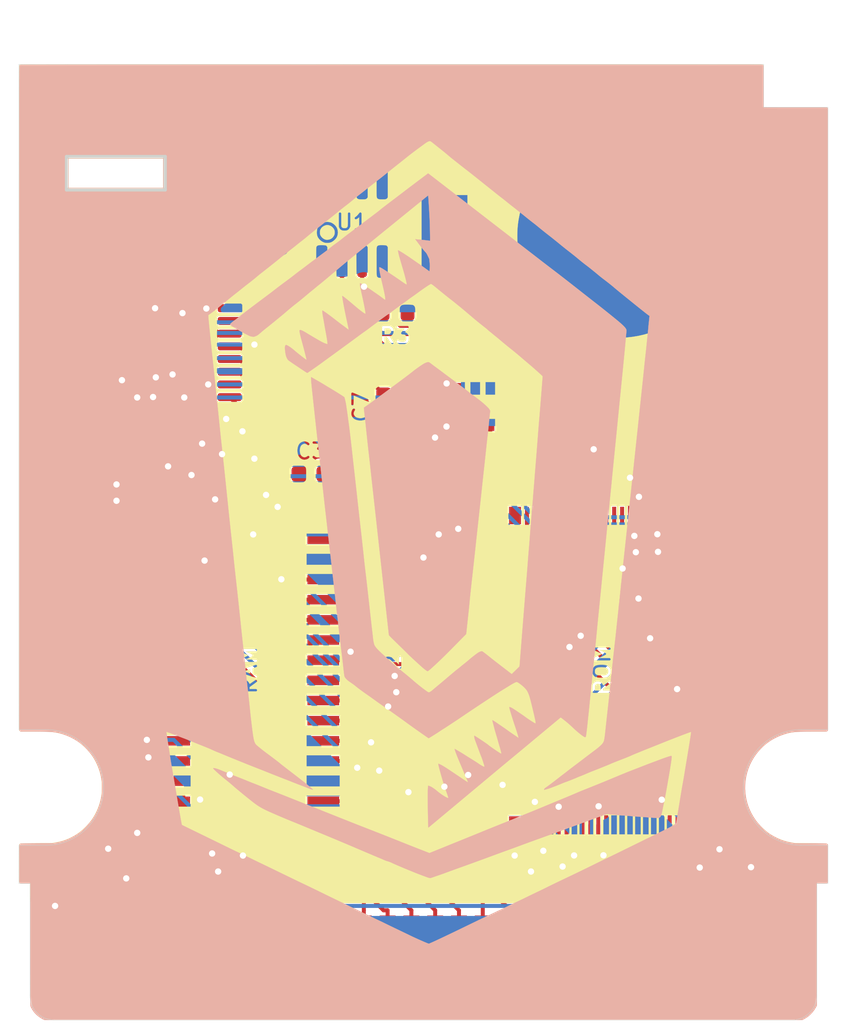
<source format=kicad_pcb>
(kicad_pcb (version 20171130) (host pcbnew "(5.1.2)-2")

  (general
    (thickness 0.8)
    (drawings 25)
    (tracks 942)
    (zones 0)
    (modules 20)
    (nets 56)
  )

  (page A4)
  (layers
    (0 F.Cu signal)
    (31 B.Cu signal)
    (32 B.Adhes user)
    (33 F.Adhes user)
    (34 B.Paste user)
    (35 F.Paste user)
    (36 B.SilkS user)
    (37 F.SilkS user)
    (38 B.Mask user)
    (39 F.Mask user)
    (40 Dwgs.User user)
    (41 Cmts.User user)
    (42 Eco1.User user)
    (43 Eco2.User user)
    (44 Edge.Cuts user)
    (45 Margin user)
    (46 B.CrtYd user)
    (47 F.CrtYd user)
    (48 B.Fab user)
    (49 F.Fab user)
  )

  (setup
    (last_trace_width 0.25)
    (trace_clearance 0.2)
    (zone_clearance 0.508)
    (zone_45_only no)
    (trace_min 0.2)
    (via_size 0.8)
    (via_drill 0.4)
    (via_min_size 0.4)
    (via_min_drill 0.3)
    (uvia_size 0.3)
    (uvia_drill 0.1)
    (uvias_allowed no)
    (uvia_min_size 0.2)
    (uvia_min_drill 0.1)
    (edge_width 0.2)
    (segment_width 0.2)
    (pcb_text_width 0.3)
    (pcb_text_size 1.5 1.5)
    (mod_edge_width 0.15)
    (mod_text_size 1 1)
    (mod_text_width 0.15)
    (pad_size 1.524 1.524)
    (pad_drill 0.762)
    (pad_to_mask_clearance 0.0508)
    (solder_mask_min_width 0.25)
    (aux_axis_origin 0 0)
    (visible_elements 7FFFFFFF)
    (pcbplotparams
      (layerselection 0x3fffe_ffffffff)
      (usegerberextensions false)
      (usegerberattributes false)
      (usegerberadvancedattributes false)
      (creategerberjobfile false)
      (excludeedgelayer true)
      (linewidth 0.100000)
      (plotframeref false)
      (viasonmask false)
      (mode 1)
      (useauxorigin false)
      (hpglpennumber 1)
      (hpglpenspeed 20)
      (hpglpendiameter 15.000000)
      (psnegative false)
      (psa4output false)
      (plotreference true)
      (plotvalue true)
      (plotinvisibletext false)
      (padsonsilk false)
      (subtractmaskfromsilk true)
      (outputformat 1)
      (mirror false)
      (drillshape 0)
      (scaleselection 1)
      (outputdirectory "mbc30gerbers-new/"))
  )

  (net 0 "")
  (net 1 GND)
  (net 2 "Net-(R3-Pad2)")
  (net 3 "Net-(B1-Pad1)")
  (net 4 "Net-(C5-Pad2)")
  (net 5 "Net-(U2-Pad5)")
  (net 6 "Net-(U2-Pad7)")
  (net 7 "Net-(U4-Pad13)")
  (net 8 "Net-(U4-Pad42)")
  (net 9 VCC)
  (net 10 XIN)
  (net 11 PWR)
  (net 12 AA14)
  (net 13 A12)
  (net 14 A7)
  (net 15 A6)
  (net 16 A5)
  (net 17 A4)
  (net 18 A3)
  (net 19 A2)
  (net 20 A1)
  (net 21 A0)
  (net 22 D0)
  (net 23 D1)
  (net 24 D2)
  (net 25 D3)
  (net 26 D4)
  (net 27 D5)
  (net 28 D6)
  (net 29 D7)
  (net 30 "#CE")
  (net 31 A10)
  (net 32 \RD)
  (net 33 A11)
  (net 34 A9)
  (net 35 A8)
  (net 36 AA13)
  (net 37 \WR)
  (net 38 XOUT)
  (net 39 CLK)
  (net 40 CS)
  (net 41 A13)
  (net 42 A14)
  (net 43 A15)
  (net 44 RESET)
  (net 45 \RST)
  (net 46 \RAMCS)
  (net 47 RA14)
  (net 48 RA15)
  (net 49 RA16)
  (net 50 RA17)
  (net 51 RA18)
  (net 52 RA19)
  (net 53 RA20)
  (net 54 RA21)
  (net 55 WE_AUDIO)

  (net_class Default "This is the default net class."
    (clearance 0.2)
    (trace_width 0.25)
    (via_dia 0.8)
    (via_drill 0.4)
    (uvia_dia 0.3)
    (uvia_drill 0.1)
    (add_net "#CE")
    (add_net A0)
    (add_net A1)
    (add_net A10)
    (add_net A11)
    (add_net A12)
    (add_net A13)
    (add_net A14)
    (add_net A15)
    (add_net A2)
    (add_net A3)
    (add_net A4)
    (add_net A5)
    (add_net A6)
    (add_net A7)
    (add_net A8)
    (add_net A9)
    (add_net AA13)
    (add_net AA14)
    (add_net CLK)
    (add_net CS)
    (add_net D0)
    (add_net D1)
    (add_net D2)
    (add_net D3)
    (add_net D4)
    (add_net D5)
    (add_net D6)
    (add_net D7)
    (add_net GND)
    (add_net "Net-(B1-Pad1)")
    (add_net "Net-(C5-Pad2)")
    (add_net "Net-(R3-Pad2)")
    (add_net "Net-(U2-Pad5)")
    (add_net "Net-(U2-Pad7)")
    (add_net "Net-(U4-Pad13)")
    (add_net "Net-(U4-Pad42)")
    (add_net PWR)
    (add_net RA14)
    (add_net RA15)
    (add_net RA16)
    (add_net RA17)
    (add_net RA18)
    (add_net RA19)
    (add_net RA20)
    (add_net RA21)
    (add_net RESET)
    (add_net VCC)
    (add_net WE_AUDIO)
    (add_net XIN)
    (add_net XOUT)
    (add_net \RAMCS)
    (add_net \RD)
    (add_net \RST)
    (add_net \WR)
  )

  (module Custom:Suicune-Back-Silkscreen (layer B.Cu) (tedit 5DACF80B) (tstamp 5DADA660)
    (at 97.80286 99.90646 180)
    (fp_text reference G*** (at 7.3914 0 180) (layer B.SilkS) hide
      (effects (font (size 1.524 1.524) (thickness 0.3)) (justify mirror))
    )
    (fp_text value LOGO (at 6.6414 0 180) (layer B.SilkS) hide
      (effects (font (size 1.524 1.524) (thickness 0.3)) (justify mirror))
    )
    (fp_poly (pts (xy -1.028946 30.097482) (xy -1.616684 30.097472) (xy -2.194619 30.097457) (xy -2.76245 30.097436)
      (xy -3.319872 30.097409) (xy -3.866584 30.097376) (xy -4.402282 30.097338) (xy -4.926664 30.097294)
      (xy -5.439427 30.097245) (xy -5.940268 30.09719) (xy -6.428885 30.09713) (xy -6.904974 30.097064)
      (xy -7.368233 30.096993) (xy -7.818359 30.096916) (xy -8.25505 30.096835) (xy -8.678002 30.096747)
      (xy -9.086912 30.096655) (xy -9.481479 30.096558) (xy -9.861399 30.096455) (xy -10.226369 30.096348)
      (xy -10.576087 30.096235) (xy -10.910249 30.096117) (xy -11.228554 30.095995) (xy -11.530698 30.095867)
      (xy -11.816378 30.095735) (xy -12.085292 30.095598) (xy -12.337137 30.095456) (xy -12.57161 30.095309)
      (xy -12.788408 30.095158) (xy -12.987229 30.095002) (xy -13.16777 30.094842) (xy -13.329728 30.094677)
      (xy -13.4728 30.094507) (xy -13.596683 30.094334) (xy -13.701075 30.094155) (xy -13.785673 30.093973)
      (xy -13.850174 30.093786) (xy -13.894275 30.093595) (xy -13.917674 30.093399) (xy -13.921584 30.093294)
      (xy -13.968796 30.082899) (xy -14.004868 30.062335) (xy -14.011542 30.056675) (xy -14.045141 30.026656)
      (xy -14.050433 28.721391) (xy -14.055725 27.416125) (xy -16.034808 27.410834) (xy -16.285756 27.410135)
      (xy -16.516285 27.409432) (xy -16.727142 27.408719) (xy -16.919073 27.407987) (xy -17.092826 27.407231)
      (xy -17.249148 27.406444) (xy -17.388786 27.405617) (xy -17.512487 27.404746) (xy -17.620999 27.403822)
      (xy -17.715068 27.402839) (xy -17.795441 27.40179) (xy -17.862866 27.400669) (xy -17.91809 27.399467)
      (xy -17.96186 27.398179) (xy -17.994923 27.396797) (xy -18.018026 27.395315) (xy -18.031916 27.393725)
      (xy -18.036883 27.39238) (xy -18.060049 27.374442) (xy -18.081862 27.351265) (xy -18.10385 27.323313)
      (xy -18.10385 -11.85545) (xy -18.067866 -11.891433) (xy -18.031883 -11.927416) (xy -17.245012 -11.927788)
      (xy -17.038832 -11.928158) (xy -16.852294 -11.929134) (xy -16.683881 -11.930823) (xy -16.532072 -11.933334)
      (xy -16.395351 -11.936774) (xy -16.272198 -11.941251) (xy -16.161094 -11.946873) (xy -16.060522 -11.953747)
      (xy -15.968963 -11.961981) (xy -15.884899 -11.971683) (xy -15.80681 -11.98296) (xy -15.733179 -11.995921)
      (xy -15.662487 -12.010672) (xy -15.593215 -12.027322) (xy -15.523846 -12.045978) (xy -15.505641 -12.051161)
      (xy -15.233544 -12.139209) (xy -14.974867 -12.242906) (xy -14.729957 -12.362056) (xy -14.499163 -12.496464)
      (xy -14.28283 -12.645933) (xy -14.081308 -12.810268) (xy -13.962199 -12.921256) (xy -13.771231 -13.122896)
      (xy -13.597891 -13.335534) (xy -13.442538 -13.558388) (xy -13.305531 -13.790675) (xy -13.18723 -14.031614)
      (xy -13.087992 -14.280423) (xy -13.008178 -14.53632) (xy -12.948145 -14.798523) (xy -12.908254 -15.066251)
      (xy -12.892843 -15.250583) (xy -12.887681 -15.52149) (xy -12.903195 -15.790239) (xy -12.939019 -16.055713)
      (xy -12.99479 -16.316798) (xy -13.070144 -16.572376) (xy -13.164717 -16.821332) (xy -13.278145 -17.062551)
      (xy -13.410064 -17.294917) (xy -13.56011 -17.517313) (xy -13.684253 -17.676814) (xy -13.84043 -17.85584)
      (xy -14.000078 -18.019376) (xy -14.161686 -18.166054) (xy -14.323744 -18.294507) (xy -14.48474 -18.403366)
      (xy -14.489641 -18.406378) (xy -14.693013 -18.525212) (xy -14.888966 -18.627398) (xy -15.081139 -18.714339)
      (xy -15.273171 -18.787437) (xy -15.4687 -18.848093) (xy -15.671364 -18.897709) (xy -15.856515 -18.933019)
      (xy -16.048639 -18.965333) (xy -17.004807 -18.965585) (xy -17.154382 -18.965732) (xy -17.296432 -18.966082)
      (xy -17.42955 -18.966622) (xy -17.552333 -18.967337) (xy -17.663374 -18.968213) (xy -17.761269 -18.969236)
      (xy -17.844613 -18.970393) (xy -17.912 -18.971668) (xy -17.962027 -18.973048) (xy -17.993287 -18.974518)
      (xy -18.003308 -18.975607) (xy -18.045719 -18.993912) (xy -18.074745 -19.017855) (xy -18.103849 -19.050333)
      (xy -18.10385 -20.236558) (xy -18.10385 -21.422783) (xy -18.067866 -21.458766) (xy -18.031883 -21.49475)
      (xy -17.40535 -21.49475) (xy -17.40535 -25.347649) (xy -17.405349 -29.200549) (xy -17.336429 -29.325865)
      (xy -17.248685 -29.46683) (xy -17.14231 -29.605411) (xy -17.019821 -29.738371) (xy -17.00178 -29.75611)
      (xy -16.887144 -29.858031) (xy -16.764748 -29.947551) (xy -16.628375 -30.029159) (xy -16.610028 -30.039032)
      (xy -16.497331 -30.099) (xy 7.398264 -30.098552) (xy 31.293859 -30.098105) (xy 31.352067 -30.073764)
      (xy 31.398869 -30.051036) (xy 31.45741 -30.017803) (xy 31.523122 -29.977051) (xy 31.591435 -29.931767)
      (xy 31.657778 -29.884936) (xy 31.717583 -29.839544) (xy 31.745908 -29.816381) (xy 31.794513 -29.772581)
      (xy 31.847627 -29.720447) (xy 31.896825 -29.668399) (xy 31.917117 -29.645281) (xy 31.961058 -29.589944)
      (xy 32.006889 -29.526067) (xy 32.051945 -29.457967) (xy 32.093559 -29.389957) (xy 32.129066 -29.326354)
      (xy 32.1558 -29.271472) (xy 32.168639 -29.238161) (xy 32.170361 -29.232188) (xy 32.171979 -29.225086)
      (xy 32.173496 -29.216203) (xy 32.174916 -29.204888) (xy 32.176241 -29.19049) (xy 32.177474 -29.172357)
      (xy 32.178619 -29.14984) (xy 32.17968 -29.122287) (xy 32.180659 -29.089047) (xy 32.181559 -29.049469)
      (xy 32.182385 -29.002903) (xy 32.183139 -28.948696) (xy 32.183824 -28.886198) (xy 32.184444 -28.814758)
      (xy 32.185002 -28.733726) (xy 32.185501 -28.642449) (xy 32.185945 -28.540278) (xy 32.186336 -28.426561)
      (xy 32.186679 -28.300647) (xy 32.186975 -28.161885) (xy 32.187229 -28.009624) (xy 32.187444 -27.843213)
      (xy 32.187623 -27.662002) (xy 32.187769 -27.465338) (xy 32.187886 -27.252572) (xy 32.187976 -27.023052)
      (xy 32.188044 -26.776127) (xy 32.188092 -26.511146) (xy 32.188123 -26.227458) (xy 32.188141 -25.924413)
      (xy 32.188149 -25.601359) (xy 32.18815 -25.335557) (xy 32.18815 -21.49475) (xy 32.8041 -21.49475)
      (xy 32.839134 -21.459716) (xy 32.868301 -21.420497) (xy 32.880902 -21.377695) (xy 32.881787 -21.360873)
      (xy 32.882579 -21.324332) (xy 32.883275 -21.269516) (xy 32.883871 -21.197873) (xy 32.884361 -21.110847)
      (xy 32.884742 -21.009887) (xy 32.885009 -20.896437) (xy 32.885158 -20.771945) (xy 32.885184 -20.637855)
      (xy 32.885083 -20.495615) (xy 32.884851 -20.346671) (xy 32.884498 -20.197822) (xy 32.883984 -20.017945)
      (xy 32.88348 -19.85803) (xy 32.882965 -19.716872) (xy 32.882416 -19.593265) (xy 32.88181 -19.486004)
      (xy 32.881124 -19.393884) (xy 32.880336 -19.3157) (xy 32.879423 -19.250247) (xy 32.878362 -19.19632)
      (xy 32.877132 -19.152714) (xy 32.875708 -19.118223) (xy 32.87407 -19.091642) (xy 32.872193 -19.071768)
      (xy 32.870055 -19.057393) (xy 32.867635 -19.047314) (xy 32.864908 -19.040324) (xy 32.862691 -19.036449)
      (xy 32.839284 -19.009011) (xy 32.81554 -18.989293) (xy 32.809727 -18.986158) (xy 32.801568 -18.983376)
      (xy 32.789784 -18.980916) (xy 32.773096 -18.978748) (xy 32.750228 -18.976843) (xy 32.7199 -18.975169)
      (xy 32.680833 -18.973697) (xy 32.631751 -18.972398) (xy 32.571373 -18.97124) (xy 32.498422 -18.970195)
      (xy 32.41162 -18.969231) (xy 32.309688 -18.96832) (xy 32.191348 -18.967431) (xy 32.055321 -18.966533)
      (xy 31.90033 -18.965598) (xy 31.775875 -18.964881) (xy 30.764692 -18.959138) (xy 30.584775 -18.926219)
      (xy 30.36199 -18.879831) (xy 30.156883 -18.8253) (xy 29.967363 -18.762044) (xy 29.90215 -18.736864)
      (xy 29.77619 -18.682845) (xy 29.644074 -18.619769) (xy 29.509917 -18.549982) (xy 29.377833 -18.475831)
      (xy 29.251937 -18.399663) (xy 29.136342 -18.323825) (xy 29.035162 -18.250662) (xy 28.997275 -18.220742)
      (xy 28.864325 -18.105516) (xy 28.728419 -17.97486) (xy 28.593658 -17.833299) (xy 28.464148 -17.68536)
      (xy 28.343992 -17.535568) (xy 28.237292 -17.388447) (xy 28.221829 -17.365586) (xy 28.100976 -17.167502)
      (xy 27.992597 -16.953483) (xy 27.897294 -16.725121) (xy 27.815674 -16.484009) (xy 27.748342 -16.231737)
      (xy 27.69958 -15.991416) (xy 27.690167 -15.936616) (xy 27.682676 -15.890374) (xy 27.676889 -15.849235)
      (xy 27.672585 -15.809744) (xy 27.669546 -15.768446) (xy 27.667551 -15.721885) (xy 27.666382 -15.666607)
      (xy 27.665818 -15.599157) (xy 27.665641 -15.516079) (xy 27.665629 -15.456958) (xy 27.665642 -15.118291)
      (xy 27.704458 -14.896041) (xy 27.719053 -14.816753) (xy 27.735882 -14.732293) (xy 27.753533 -14.649308)
      (xy 27.770596 -14.574446) (xy 27.784608 -14.51829) (xy 27.835373 -14.349005) (xy 27.898395 -14.174604)
      (xy 27.971309 -14.000389) (xy 28.051752 -13.831663) (xy 28.137359 -13.673728) (xy 28.221813 -13.53777)
      (xy 28.319473 -13.400005) (xy 28.428735 -13.260295) (xy 28.546143 -13.122433) (xy 28.668242 -12.990208)
      (xy 28.791575 -12.867412) (xy 28.912689 -12.757835) (xy 28.991984 -12.692832) (xy 29.197391 -12.544665)
      (xy 29.417844 -12.408955) (xy 29.650243 -12.28726) (xy 29.89149 -12.181135) (xy 30.138486 -12.092139)
      (xy 30.261636 -12.054983) (xy 30.334403 -12.035223) (xy 30.406023 -12.01756) (xy 30.478044 -12.001882)
      (xy 30.552016 -11.988077) (xy 30.629488 -11.976034) (xy 30.712009 -11.96564) (xy 30.801127 -11.956783)
      (xy 30.821048 -11.955261) (xy 23.603478 -11.955261) (xy 23.60037 -11.986064) (xy 23.594386 -12.033899)
      (xy 23.585809 -12.096838) (xy 23.574921 -12.172954) (xy 23.562004 -12.260319) (xy 23.54734 -12.357008)
      (xy 23.531214 -12.461093) (xy 23.513906 -12.570646) (xy 23.495699 -12.683741) (xy 23.487866 -12.73175)
      (xy 23.471274 -12.83442) (xy 23.452877 -12.950638) (xy 23.433809 -13.073077) (xy 23.415204 -13.194414)
      (xy 23.398197 -13.307324) (xy 23.387863 -13.377333) (xy 23.380192 -13.42961) (xy 23.372625 -13.480491)
      (xy 23.364932 -13.531363) (xy 23.356883 -13.583612) (xy 23.348247 -13.638627) (xy 23.338793 -13.697795)
      (xy 23.328291 -13.762502) (xy 23.316509 -13.834135) (xy 23.303218 -13.914084) (xy 23.288186 -14.003733)
      (xy 23.271182 -14.104472) (xy 23.251977 -14.217686) (xy 23.23034 -14.344763) (xy 23.206039 -14.487091)
      (xy 23.178844 -14.646057) (xy 23.148524 -14.823048) (xy 23.114849 -15.019451) (xy 23.113326 -15.028333)
      (xy 23.096259 -15.128015) (xy 23.076312 -15.244822) (xy 23.054121 -15.375007) (xy 23.030324 -15.514823)
      (xy 23.005558 -15.660521) (xy 22.98046 -15.808355) (xy 22.955667 -15.954577) (xy 22.931816 -16.09544)
      (xy 22.917194 -16.181916) (xy 22.876026 -16.424958) (xy 22.837893 -16.648909) (xy 22.802821 -16.853613)
      (xy 22.77084 -17.038913) (xy 22.741976 -17.204652) (xy 22.716258 -17.350674) (xy 22.693714 -17.476822)
      (xy 22.674371 -17.582939) (xy 22.658257 -17.668869) (xy 22.645401 -17.734455) (xy 22.635831 -17.77954)
      (xy 22.629573 -17.803967) (xy 22.627581 -17.808513) (xy 22.617664 -17.813639) (xy 22.589932 -17.827413)
      (xy 22.545612 -17.849236) (xy 22.485929 -17.878511) (xy 22.41211 -17.914639) (xy 22.325379 -17.95702)
      (xy 22.226963 -18.005058) (xy 22.118087 -18.058152) (xy 21.999978 -18.115704) (xy 21.873861 -18.177116)
      (xy 21.740961 -18.24179) (xy 21.602505 -18.309126) (xy 21.582172 -18.319011) (xy 21.433787 -18.391171)
      (xy 21.284509 -18.463808) (xy 21.136208 -18.536011) (xy 20.990756 -18.606867) (xy 20.85002 -18.675464)
      (xy 20.715872 -18.740889) (xy 20.590181 -18.802232) (xy 20.474818 -18.858578) (xy 20.371652 -18.909016)
      (xy 20.282554 -18.952635) (xy 20.209393 -18.988521) (xy 20.170775 -19.007512) (xy 19.858518 -19.160752)
      (xy 19.558195 -19.307032) (xy 19.271468 -19.445547) (xy 18.999996 -19.575495) (xy 18.747273 -19.695213)
      (xy 18.655585 -19.738568) (xy 18.560382 -19.783899) (xy 18.465711 -19.829257) (xy 18.375623 -19.872692)
      (xy 18.294167 -19.912253) (xy 18.225392 -19.945992) (xy 18.191648 -19.962755) (xy 18.128853 -19.993903)
      (xy 18.051566 -20.031828) (xy 17.964436 -20.074274) (xy 17.872114 -20.118983) (xy 17.779247 -20.163698)
      (xy 17.690486 -20.206161) (xy 17.6784 -20.211918) (xy 17.596397 -20.251063) (xy 17.499777 -20.297371)
      (xy 17.392945 -20.34872) (xy 17.280305 -20.402987) (xy 17.166262 -20.45805) (xy 17.05522 -20.511788)
      (xy 16.951584 -20.562078) (xy 16.94815 -20.563747) (xy 16.843521 -20.614591) (xy 16.730213 -20.669622)
      (xy 16.612859 -20.726593) (xy 16.496087 -20.783258) (xy 16.384527 -20.837368) (xy 16.28281 -20.886679)
      (xy 16.196734 -20.928377) (xy 16.099272 -20.975568) (xy 15.988774 -21.029076) (xy 15.871251 -21.085989)
      (xy 15.752716 -21.143394) (xy 15.639181 -21.19838) (xy 15.536659 -21.248036) (xy 15.5194 -21.256395)
      (xy 15.423597 -21.302681) (xy 15.3192 -21.352913) (xy 15.211399 -21.404607) (xy 15.105385 -21.455279)
      (xy 15.006349 -21.502445) (xy 14.919482 -21.543623) (xy 14.894984 -21.555185) (xy 14.82203 -21.589764)
      (xy 14.734049 -21.631786) (xy 14.635003 -21.679339) (xy 14.528853 -21.730514) (xy 14.419559 -21.7834)
      (xy 14.311084 -21.836086) (xy 14.207389 -21.886661) (xy 14.1859 -21.897173) (xy 13.988575 -21.993655)
      (xy 13.785896 -22.092556) (xy 13.580282 -22.192705) (xy 13.374149 -22.29293) (xy 13.169917 -22.392061)
      (xy 12.970005 -22.488924) (xy 12.776829 -22.582349) (xy 12.592809 -22.671164) (xy 12.420362 -22.754197)
      (xy 12.261907 -22.830277) (xy 12.119862 -22.898231) (xy 12.111567 -22.90219) (xy 12.012236 -22.94974)
      (xy 11.897679 -23.004837) (xy 11.771648 -23.06566) (xy 11.637899 -23.130391) (xy 11.500185 -23.197209)
      (xy 11.362261 -23.264293) (xy 11.227881 -23.329824) (xy 11.100798 -23.391981) (xy 11.053234 -23.415303)
      (xy 10.940668 -23.470445) (xy 10.827718 -23.525596) (xy 10.716853 -23.579562) (xy 10.610542 -23.631148)
      (xy 10.511254 -23.67916) (xy 10.421457 -23.722404) (xy 10.343622 -23.759685) (xy 10.280216 -23.78981)
      (xy 10.239724 -23.808798) (xy 10.163428 -23.844523) (xy 10.080846 -23.883708) (xy 9.998353 -23.923295)
      (xy 9.92232 -23.960226) (xy 9.85912 -23.991443) (xy 9.858724 -23.991641) (xy 9.8201 -24.010752)
      (xy 9.764509 -24.03795) (xy 9.694082 -24.072205) (xy 9.610954 -24.112486) (xy 9.517258 -24.157763)
      (xy 9.415128 -24.207005) (xy 9.306697 -24.259182) (xy 9.194099 -24.313262) (xy 9.079467 -24.368215)
      (xy 9.047692 -24.383429) (xy 8.932168 -24.438758) (xy 8.817533 -24.493722) (xy 8.705997 -24.547258)
      (xy 8.599767 -24.598304) (xy 8.501054 -24.645797) (xy 8.412064 -24.688674) (xy 8.335008 -24.725872)
      (xy 8.272094 -24.756328) (xy 8.22553 -24.77898) (xy 8.2169 -24.783202) (xy 8.144204 -24.818327)
      (xy 8.062378 -24.856997) (xy 7.973399 -24.898346) (xy 7.879245 -24.941506) (xy 7.781894 -24.98561)
      (xy 7.683322 -25.029793) (xy 7.585508 -25.073188) (xy 7.490429 -25.114929) (xy 7.400062 -25.154148)
      (xy 7.316385 -25.189979) (xy 7.241375 -25.221556) (xy 7.177011 -25.248012) (xy 7.125268 -25.268481)
      (xy 7.088126 -25.282096) (xy 7.067561 -25.28799) (xy 7.064728 -25.288088) (xy 7.034666 -25.281678)
      (xy 7.009338 -25.276491) (xy 6.989462 -25.269873) (xy 6.983951 -25.262404) (xy 6.984 -25.262323)
      (xy 6.980854 -25.255801) (xy 6.975891 -25.255674) (xy 6.961888 -25.251632) (xy 6.929843 -25.238788)
      (xy 6.880742 -25.217607) (xy 6.815575 -25.188552) (xy 6.735327 -25.152089) (xy 6.640988 -25.108682)
      (xy 6.533544 -25.058796) (xy 6.413983 -25.002896) (xy 6.283293 -24.941446) (xy 6.142462 -24.874911)
      (xy 5.992477 -24.803756) (xy 5.834325 -24.728445) (xy 5.668995 -24.649443) (xy 5.497473 -24.567214)
      (xy 5.320749 -24.482224) (xy 5.139808 -24.394937) (xy 4.95564 -24.305818) (xy 4.909609 -24.2835)
      (xy 4.729207 -24.196012) (xy 4.566631 -24.117199) (xy 4.42067 -24.046479) (xy 4.290117 -23.98327)
      (xy 4.17376 -23.926991) (xy 4.07039 -23.87706) (xy 3.978798 -23.832896) (xy 3.897773 -23.793915)
      (xy 3.826107 -23.759538) (xy 3.762589 -23.729181) (xy 3.706011 -23.702264) (xy 3.655161 -23.678205)
      (xy 3.608831 -23.656422) (xy 3.565811 -23.636333) (xy 3.524892 -23.617356) (xy 3.512099 -23.61145)
      (xy 3.439983 -23.577898) (xy 3.363533 -23.541839) (xy 3.288808 -23.506164) (xy 3.221864 -23.473762)
      (xy 3.173433 -23.449867) (xy 3.132126 -23.42955) (xy 3.074753 -23.401844) (xy 3.004461 -23.368243)
      (xy 2.924396 -23.330241) (xy 2.837704 -23.28933) (xy 2.747533 -23.247005) (xy 2.657029 -23.204758)
      (xy 2.655359 -23.203981) (xy 2.558926 -23.158874) (xy 2.457657 -23.111087) (xy 2.355711 -23.062611)
      (xy 2.257247 -23.015438) (xy 2.166423 -22.971557) (xy 2.0874 -22.932961) (xy 2.036234 -22.907607)
      (xy 1.964265 -22.871967) (xy 1.878028 -22.82983) (xy 1.782467 -22.783576) (xy 1.682528 -22.735587)
      (xy 1.583155 -22.688247) (xy 1.489295 -22.643935) (xy 1.470025 -22.6349) (xy 1.375221 -22.590247)
      (xy 1.267221 -22.538942) (xy 1.151785 -22.483748) (xy 1.034673 -22.42743) (xy 0.921645 -22.372752)
      (xy 0.818462 -22.322478) (xy 0.792692 -22.309849) (xy 0.697766 -22.26342) (xy 0.595477 -22.213676)
      (xy 0.490676 -22.162958) (xy 0.388214 -22.113605) (xy 0.292939 -22.067955) (xy 0.209703 -22.028349)
      (xy 0.178859 -22.013777) (xy 0.094642 -21.973837) (xy 0.003268 -21.930049) (xy -0.089465 -21.885221)
      (xy -0.177763 -21.842162) (xy -0.255829 -21.80368) (xy -0.2921 -21.785586) (xy -0.353824 -21.754814)
      (xy -0.430337 -21.71698) (xy -0.517347 -21.67419) (xy -0.610563 -21.628546) (xy -0.705693 -21.582152)
      (xy -0.798447 -21.537112) (xy -0.837141 -21.518391) (xy -0.927174 -21.474912) (xy -1.011301 -21.43435)
      (xy -1.092277 -21.39539) (xy -1.172853 -21.356716) (xy -1.255782 -21.317011) (xy -1.343817 -21.274958)
      (xy -1.439709 -21.229243) (xy -1.546211 -21.178549) (xy -1.666075 -21.12156) (xy -1.802055 -21.056959)
      (xy -1.8161 -21.050288) (xy -2.118566 -20.905982) (xy -2.433471 -20.75449) (xy -2.754685 -20.598785)
      (xy -3.076075 -20.441839) (xy -3.387725 -20.288494) (xy -3.501914 -20.23219) (xy -3.620592 -20.173867)
      (xy -3.740565 -20.11508) (xy -3.858644 -20.057387) (xy -3.971637 -20.002343) (xy -4.076352 -19.951504)
      (xy -4.169598 -19.906427) (xy -4.248185 -19.868667) (xy -4.271433 -19.857565) (xy -4.32953 -19.829731)
      (xy -4.404618 -19.793522) (xy -4.494697 -19.749912) (xy -4.597766 -19.699876) (xy -4.711826 -19.644389)
      (xy -4.834879 -19.584424) (xy -4.964923 -19.520956) (xy -5.099959 -19.45496) (xy -5.237988 -19.387409)
      (xy -5.377009 -19.319279) (xy -5.4991 -19.259364) (xy -5.646248 -19.187105) (xy -5.800546 -19.111339)
      (xy -5.959232 -19.033423) (xy -6.119544 -18.954712) (xy -6.278719 -18.876563) (xy -6.433994 -18.800331)
      (xy -6.582609 -18.727374) (xy -6.721799 -18.659047) (xy -6.848803 -18.596706) (xy -6.960859 -18.541708)
      (xy -7.007225 -18.518953) (xy -7.176974 -18.435617) (xy -7.329001 -18.360904) (xy -7.464602 -18.294156)
      (xy -7.585078 -18.234713) (xy -7.691727 -18.181918) (xy -7.78585 -18.13511) (xy -7.868744 -18.093633)
      (xy -7.94171 -18.056827) (xy -8.006046 -18.024033) (xy -8.063052 -17.994592) (xy -8.114027 -17.967847)
      (xy -8.16027 -17.943139) (xy -8.20308 -17.919808) (xy -8.243756 -17.897196) (xy -8.283599 -17.874645)
      (xy -8.323906 -17.851495) (xy -8.32485 -17.85095) (xy -8.531225 -17.731707) (xy -8.570121 -17.493916)
      (xy -8.583603 -17.411619) (xy -8.597406 -17.327656) (xy -8.611947 -17.239494) (xy -8.627648 -17.1446)
      (xy -8.644928 -17.04044) (xy -8.664208 -16.924484) (xy -8.685906 -16.794197) (xy -8.710444 -16.647047)
      (xy -8.726249 -16.552333) (xy -8.738042 -16.481349) (xy -8.75246 -16.394023) (xy -8.768758 -16.294911)
      (xy -8.786187 -16.188567) (xy -8.804001 -16.079546) (xy -8.821453 -15.972403) (xy -8.832974 -15.901458)
      (xy -8.850591 -15.794148) (xy -8.870008 -15.678188) (xy -8.890309 -15.558899) (xy -8.910577 -15.4416)
      (xy -8.929898 -15.331611) (xy -8.947354 -15.234252) (xy -8.955919 -15.187522) (xy -8.973499 -15.091224)
      (xy -8.992335 -14.985673) (xy -9.011325 -14.877202) (xy -9.029369 -14.772146) (xy -9.045366 -14.676836)
      (xy -9.055283 -14.616022) (xy -9.067054 -14.543105) (xy -9.081598 -14.453853) (xy -9.098167 -14.352804)
      (xy -9.116014 -14.244495) (xy -9.134392 -14.133463) (xy -9.152553 -14.024245) (xy -9.166036 -13.943541)
      (xy -9.205249 -13.70885) (xy -9.242293 -13.486058) (xy -9.27706 -13.275843) (xy -9.309442 -13.078883)
      (xy -9.339331 -12.895854) (xy -9.366619 -12.727434) (xy -9.391199 -12.574299) (xy -9.412961 -12.437127)
      (xy -9.431799 -12.316595) (xy -9.447604 -12.21338) (xy -9.460268 -12.128159) (xy -9.469684 -12.06161)
      (xy -9.475743 -12.014408) (xy -9.478337 -11.987233) (xy -9.478433 -11.983879) (xy -9.476969 -11.960082)
      (xy -9.469063 -11.952186) (xy -9.449443 -11.954956) (xy -9.449329 -11.954983) (xy -9.421645 -11.96305)
      (xy -9.375813 -11.978401) (xy -9.313338 -12.000459) (xy -9.235724 -12.028648) (xy -9.144475 -12.062391)
      (xy -9.041098 -12.101112) (xy -8.927095 -12.144234) (xy -8.803973 -12.19118) (xy -8.673236 -12.241375)
      (xy -8.536388 -12.294242) (xy -8.394934 -12.349203) (xy -8.25038 -12.405684) (xy -8.104229 -12.463106)
      (xy -7.957988 -12.520894) (xy -7.813159 -12.578472) (xy -7.671248 -12.635261) (xy -7.621058 -12.655445)
      (xy -7.517653 -12.697009) (xy -7.404141 -12.742504) (xy -7.285914 -12.789778) (xy -7.168369 -12.836675)
      (xy -7.0569 -12.881043) (xy -6.956902 -12.920728) (xy -6.911975 -12.938504) (xy -6.820671 -12.974692)
      (xy -6.724381 -13.013054) (xy -6.627849 -13.051686) (xy -6.535816 -13.088687) (xy -6.453026 -13.122151)
      (xy -6.38422 -13.150178) (xy -6.372225 -13.155098) (xy -6.295211 -13.186676) (xy -6.211247 -13.221001)
      (xy -6.12713 -13.255299) (xy -6.049661 -13.286798) (xy -5.991225 -13.310469) (xy -5.921995 -13.338979)
      (xy -5.846979 -13.370773) (xy -5.773725 -13.402596) (xy -5.709782 -13.431194) (xy -5.6896 -13.440491)
      (xy -5.643853 -13.460966) (xy -5.582478 -13.48721) (xy -5.509646 -13.517506) (xy -5.429529 -13.550137)
      (xy -5.346298 -13.583388) (xy -5.266266 -13.614711) (xy -5.127389 -13.668482) (xy -5.006402 -13.71542)
      (xy -4.901434 -13.756271) (xy -4.810611 -13.791782) (xy -4.732063 -13.822699) (xy -4.663916 -13.849769)
      (xy -4.604299 -13.873738) (xy -4.551339 -13.895353) (xy -4.503164 -13.915361) (xy -4.457901 -13.934508)
      (xy -4.413679 -13.95354) (xy -4.382905 -13.966947) (xy -4.326506 -13.991139) (xy -4.25295 -14.021936)
      (xy -4.164819 -14.058298) (xy -4.064693 -14.099188) (xy -3.955153 -14.143567) (xy -3.838783 -14.190397)
      (xy -3.718161 -14.238638) (xy -3.595871 -14.287252) (xy -3.474492 -14.3352) (xy -3.356608 -14.381445)
      (xy -3.244798 -14.424946) (xy -3.239558 -14.426975) (xy -3.16456 -14.456601) (xy -3.078127 -14.491715)
      (xy -2.988103 -14.529072) (xy -2.902335 -14.565425) (xy -2.847975 -14.589) (xy -2.774168 -14.620873)
      (xy -2.694385 -14.654417) (xy -2.615214 -14.686923) (xy -2.543242 -14.71568) (xy -2.493433 -14.734857)
      (xy -2.43487 -14.757314) (xy -2.378458 -14.779825) (xy -2.329455 -14.800231) (xy -2.293119 -14.816374)
      (xy -2.283847 -14.82088) (xy -2.258264 -14.83267) (xy -2.216274 -14.850647) (xy -2.161009 -14.873574)
      (xy -2.0956 -14.900214) (xy -2.023178 -14.92933) (xy -1.946876 -14.959685) (xy -1.869823 -14.990043)
      (xy -1.795153 -15.019167) (xy -1.725997 -15.04582) (xy -1.665485 -15.068765) (xy -1.616751 -15.086765)
      (xy -1.582924 -15.098584) (xy -1.572683 -15.10176) (xy -1.54658 -15.110454) (xy -1.505597 -15.12573)
      (xy -1.454302 -15.145815) (xy -1.397264 -15.168933) (xy -1.363091 -15.183143) (xy -1.228977 -15.238846)
      (xy -1.095747 -15.293012) (xy -0.966009 -15.344642) (xy -0.84237 -15.392734) (xy -0.727437 -15.436287)
      (xy -0.623818 -15.474302) (xy -0.534119 -15.505778) (xy -0.460949 -15.529713) (xy -0.456141 -15.531194)
      (xy -0.398733 -15.548379) (xy -0.343023 -15.564321) (xy -0.292696 -15.578047) (xy -0.251436 -15.588582)
      (xy -0.222927 -15.59495) (xy -0.210852 -15.596178) (xy -0.210769 -15.596113) (xy -0.209632 -15.581902)
      (xy -0.217696 -15.557625) (xy -0.23163 -15.530276) (xy -0.248103 -15.506846) (xy -0.257638 -15.497711)
      (xy -0.275324 -15.484935) (xy -0.307047 -15.462294) (xy -0.349541 -15.43211) (xy -0.399536 -15.396702)
      (xy -0.453764 -15.358395) (xy -0.455176 -15.357399) (xy -0.503302 -15.322775) (xy -0.564839 -15.277452)
      (xy -0.636588 -15.223845) (xy -0.715345 -15.164371) (xy -0.797911 -15.101445) (xy -0.881085 -15.037483)
      (xy -0.952593 -14.981981) (xy -1.030522 -14.921284) (xy -1.107861 -14.861198) (xy -1.18194 -14.803789)
      (xy -1.250087 -14.751119) (xy -1.309631 -14.705255) (xy -1.3579 -14.668261) (xy -1.392224 -14.6422)
      (xy -1.392766 -14.641792) (xy -1.435661 -14.609258) (xy -1.490649 -14.567123) (xy -1.553197 -14.518887)
      (xy -1.61877 -14.468048) (xy -1.682834 -14.418105) (xy -1.694391 -14.409061) (xy -1.746541 -14.368516)
      (xy -1.812431 -14.317754) (xy -1.888848 -14.259224) (xy -1.972577 -14.195378) (xy -2.060401 -14.128667)
      (xy -2.149107 -14.061542) (xy -2.235479 -13.996453) (xy -2.244725 -13.989505) (xy -2.333072 -13.923004)
      (xy -2.426209 -13.85269) (xy -2.520517 -13.781309) (xy -2.612375 -13.711606) (xy -2.698166 -13.646329)
      (xy -2.774269 -13.588223) (xy -2.837065 -13.540035) (xy -2.837391 -13.539784) (xy -2.915722 -13.479735)
      (xy -3.004582 -13.412091) (xy -3.097796 -13.341522) (xy -3.189189 -13.272698) (xy -3.272587 -13.210287)
      (xy -3.303058 -13.187621) (xy -3.431792 -13.090995) (xy -3.543777 -13.004439) (xy -3.64019 -12.926766)
      (xy -3.722206 -12.856788) (xy -3.790998 -12.793314) (xy -3.847744 -12.735158) (xy -3.893618 -12.68113)
      (xy -3.929794 -12.630042) (xy -3.95745 -12.580704) (xy -3.977758 -12.531929) (xy -3.989226 -12.493625)
      (xy -4.004363 -12.424479) (xy -4.020031 -12.334573) (xy -4.036242 -12.22382) (xy -4.053009 -12.092135)
      (xy -4.070343 -11.93943) (xy -4.081044 -11.837458) (xy -4.087112 -11.779063) (xy -4.095307 -11.701776)
      (xy -4.105393 -11.607739) (xy -4.117138 -11.499094) (xy -4.130308 -11.377985) (xy -4.144667 -11.246553)
      (xy -4.159983 -11.106941) (xy -4.176022 -10.961291) (xy -4.192548 -10.811745) (xy -4.209329 -10.660447)
      (xy -4.223802 -10.530416) (xy -4.240793 -10.377591) (xy -4.257842 -10.223434) (xy -4.274701 -10.070231)
      (xy -4.291122 -9.920269) (xy -4.306857 -9.775833) (xy -4.321659 -9.639209) (xy -4.33528 -9.512682)
      (xy -4.347472 -9.398539) (xy -4.357987 -9.299065) (xy -4.366577 -9.216546) (xy -4.371808 -9.165166)
      (xy -4.409307 -8.793916) (xy -4.447207 -8.423856) (xy -4.485226 -8.057638) (xy -4.523083 -7.697913)
      (xy -4.560495 -7.347332) (xy -4.59718 -7.008547) (xy -4.632856 -6.68421) (xy -4.667242 -6.376971)
      (xy -4.684126 -6.228291) (xy -4.696184 -6.122037) (xy -4.708369 -6.013535) (xy -4.720269 -5.906521)
      (xy -4.731473 -5.804732) (xy -4.741571 -5.711906) (xy -4.750151 -5.631779) (xy -4.756803 -5.568089)
      (xy -4.758008 -5.55625) (xy -4.763127 -5.506483) (xy -4.770278 -5.438247) (xy -4.779186 -5.354115)
      (xy -4.789575 -5.256657) (xy -4.80117 -5.148447) (xy -4.813695 -5.032055) (xy -4.826874 -4.910053)
      (xy -4.840432 -4.785014) (xy -4.854093 -4.659509) (xy -4.854403 -4.656666) (xy -4.867224 -4.538167)
      (xy -4.879214 -4.425478) (xy -4.890189 -4.320429) (xy -4.89997 -4.224848) (xy -4.908375 -4.140565)
      (xy -4.915222 -4.069409) (xy -4.920329 -4.013209) (xy -4.923516 -3.973794) (xy -4.9246 -3.952993)
      (xy -4.92447 -3.950549) (xy -4.923673 -3.934137) (xy -4.927231 -3.93148) (xy -4.93115 -3.923782)
      (xy -4.93577 -3.899437) (xy -4.940685 -3.862936) (xy -4.94549 -3.81877) (xy -4.949781 -3.771429)
      (xy -4.953153 -3.725404) (xy -4.955201 -3.685185) (xy -4.955519 -3.655265) (xy -4.953704 -3.640133)
      (xy -4.953525 -3.639805) (xy -4.951488 -3.631628) (xy -4.955817 -3.633191) (xy -4.960541 -3.625978)
      (xy -4.965965 -3.602099) (xy -4.971635 -3.566021) (xy -4.977095 -3.522212) (xy -4.981892 -3.475142)
      (xy -4.98557 -3.429278) (xy -4.987677 -3.389089) (xy -4.987757 -3.359042) (xy -4.985356 -3.343607)
      (xy -4.985275 -3.343471) (xy -4.983213 -3.335501) (xy -4.990574 -3.338716) (xy -4.998323 -3.338802)
      (xy -5.001239 -3.32413) (xy -5.000147 -3.293722) (xy -4.999184 -3.264415) (xy -5.000785 -3.246949)
      (xy -5.00298 -3.244577) (xy -5.007002 -3.237312) (xy -5.011025 -3.21427) (xy -5.014675 -3.18084)
      (xy -5.017579 -3.142408) (xy -5.019364 -3.104362) (xy -5.019656 -3.07209) (xy -5.018082 -3.050979)
      (xy -5.016698 -3.046608) (xy -5.015139 -3.039179) (xy -5.022324 -3.042383) (xy -5.030073 -3.042469)
      (xy -5.032989 -3.027797) (xy -5.031897 -2.997389) (xy -5.030934 -2.968081) (xy -5.032535 -2.950616)
      (xy -5.03473 -2.948244) (xy -5.038752 -2.940978) (xy -5.042775 -2.917937) (xy -5.046425 -2.884506)
      (xy -5.049329 -2.846075) (xy -5.051114 -2.808029) (xy -5.051406 -2.775757) (xy -5.049832 -2.754646)
      (xy -5.048448 -2.750275) (xy -5.046765 -2.742512) (xy -5.050562 -2.743879) (xy -5.053442 -2.734761)
      (xy -5.058123 -2.705941) (xy -5.064446 -2.65879) (xy -5.072255 -2.594682) (xy -5.08139 -2.514991)
      (xy -5.091696 -2.421088) (xy -5.103013 -2.314346) (xy -5.115185 -2.19614) (xy -5.127233 -2.076118)
      (xy -5.140389 -1.944991) (xy -5.155506 -1.796861) (xy -5.17216 -1.635758) (xy -5.189925 -1.465712)
      (xy -5.208376 -1.290753) (xy -5.227087 -1.114909) (xy -5.245634 -0.94221) (xy -5.263591 -0.776686)
      (xy -5.280532 -0.622366) (xy -5.283234 -0.597958) (xy -5.300468 -0.441573) (xy -5.319204 -0.269971)
      (xy -5.338958 -0.087674) (xy -5.359245 0.10079) (xy -5.379583 0.290899) (xy -5.399486 0.478128)
      (xy -5.418471 0.657951) (xy -5.436054 0.825844) (xy -5.451751 0.977282) (xy -5.451924 0.978959)
      (xy -5.466508 1.119777) (xy -5.483026 1.277802) (xy -5.50107 1.449205) (xy -5.520231 1.630156)
      (xy -5.540101 1.816825) (xy -5.560271 2.005383) (xy -5.580333 2.192001) (xy -5.599878 2.372848)
      (xy -5.618499 2.544095) (xy -5.631369 2.661709) (xy -5.648245 2.815833) (xy -5.666956 2.987367)
      (xy -5.687108 3.172668) (xy -5.708307 3.368097) (xy -5.73016 3.570014) (xy -5.752274 3.774777)
      (xy -5.774255 3.978747) (xy -5.79571 4.178282) (xy -5.816246 4.369743) (xy -5.835468 4.54949)
      (xy -5.84295 4.619625) (xy -5.861035 4.789192) (xy -5.880221 4.968905) (xy -5.900159 5.155509)
      (xy -5.920501 5.345747) (xy -5.940898 5.536362) (xy -5.961002 5.724099) (xy -5.980464 5.905701)
      (xy -5.998935 6.077911) (xy -6.016066 6.237474) (xy -6.03151 6.381132) (xy -6.039551 6.455834)
      (xy -6.055489 6.60406) (xy -6.072451 6.762252) (xy -6.090033 6.926612) (xy -6.107829 7.093339)
      (xy -6.125436 7.258636) (xy -6.142448 7.418704) (xy -6.158462 7.569744) (xy -6.173073 7.707957)
      (xy -6.185875 7.829545) (xy -6.187764 7.847542) (xy -6.200275 7.966497) (xy -6.214648 8.102666)
      (xy -6.230476 8.252218) (xy -6.247352 8.411322) (xy -6.264868 8.576147) (xy -6.282618 8.742862)
      (xy -6.300194 8.907636) (xy -6.31719 9.066638) (xy -6.333197 9.216038) (xy -6.33512 9.233959)
      (xy -6.359054 9.457148) (xy -6.380895 9.661278) (xy -6.400851 9.848329) (xy -6.41913 10.020282)
      (xy -6.435939 10.179119) (xy -6.451486 10.326822) (xy -6.46598 10.465371) (xy -6.479628 10.596747)
      (xy -6.492638 10.722933) (xy -6.505217 10.845909) (xy -6.517575 10.967657) (xy -6.529918 11.090157)
      (xy -6.531098 11.101917) (xy -6.541922 11.208134) (xy -6.554069 11.324555) (xy -6.5669 11.445227)
      (xy -6.579774 11.564198) (xy -6.592053 11.675515) (xy -6.603096 11.773225) (xy -6.605623 11.795125)
      (xy -6.616224 11.888453) (xy -6.628175 11.9969) (xy -6.64084 12.11451) (xy -6.653588 12.23533)
      (xy -6.665786 12.353403) (xy -6.676799 12.462777) (xy -6.67932 12.488334) (xy -6.689269 12.588958)
      (xy -6.699865 12.69483) (xy -6.710614 12.801105) (xy -6.721024 12.902938) (xy -6.7306 12.995484)
      (xy -6.738848 13.073898) (xy -6.741874 13.102167) (xy -6.750387 13.183103) (xy -6.75897 13.268269)
      (xy -6.767033 13.351529) (xy -6.773981 13.426748) (xy -6.779223 13.48779) (xy -6.779699 13.49375)
      (xy -6.78482 13.553996) (xy -6.791719 13.628807) (xy -6.79977 13.711718) (xy -6.808344 13.796266)
      (xy -6.816681 13.87475) (xy -6.824572 13.947762) (xy -6.832138 14.019051) (xy -6.838899 14.084009)
      (xy -6.844377 14.138025) (xy -6.848092 14.17649) (xy -6.84856 14.181667) (xy -6.855605 14.261042)
      (xy -6.777956 14.314876) (xy -6.749921 14.335303) (xy -6.706812 14.368066) (xy -6.649946 14.412102)
      (xy -6.580637 14.466352) (xy -6.500201 14.529754) (xy -6.409955 14.60125) (xy -6.311214 14.679779)
      (xy -6.205293 14.764279) (xy -6.093509 14.853692) (xy -5.977176 14.946955) (xy -5.857612 15.04301)
      (xy -5.736131 15.140796) (xy -5.614049 15.239252) (xy -5.492683 15.337319) (xy -5.373347 15.433935)
      (xy -5.257357 15.52804) (xy -5.146029 15.618575) (xy -5.040679 15.704478) (xy -4.942623 15.784689)
      (xy -4.853176 15.858149) (xy -4.773654 15.923796) (xy -4.705373 15.98057) (xy -4.649648 16.027412)
      (xy -4.607795 16.06326) (xy -4.599516 16.070501) (xy -4.54361 16.118391) (xy -4.473147 16.176647)
      (xy -4.390716 16.243221) (xy -4.298903 16.316064) (xy -4.200296 16.393127) (xy -4.097483 16.472363)
      (xy -3.99305 16.551723) (xy -3.964516 16.573203) (xy -3.896184 16.625441) (xy -3.819325 16.685689)
      (xy -3.740933 16.748371) (xy -3.668005 16.80791) (xy -3.62585 16.843128) (xy -3.571325 16.889057)
      (xy -3.517976 16.933654) (xy -3.469516 16.973841) (xy -3.429659 17.006538) (xy -3.402116 17.028667)
      (xy -3.401637 17.029043) (xy -3.373678 17.051218) (xy -3.333298 17.083591) (xy -3.284463 17.122964)
      (xy -3.23114 17.166139) (xy -3.184679 17.203905) (xy -3.120667 17.255418) (xy -3.048018 17.312874)
      (xy -2.973822 17.370724) (xy -2.905168 17.423423) (xy -2.874433 17.446634) (xy -2.800955 17.502085)
      (xy -2.731672 17.55524) (xy -2.663255 17.608757) (xy -2.592375 17.665293) (xy -2.515702 17.727506)
      (xy -2.429909 17.798053) (xy -2.331664 17.879591) (xy -2.3241 17.885891) (xy -2.269249 17.931443)
      (xy -2.217153 17.974357) (xy -2.165525 18.016456) (xy -2.112076 18.059559) (xy -2.054519 18.105488)
      (xy -1.990564 18.156063) (xy -1.917925 18.213107) (xy -1.834312 18.27844) (xy -1.737439 18.353883)
      (xy -1.679247 18.399125) (xy -1.614529 18.449806) (xy -1.539475 18.509206) (xy -1.460062 18.572558)
      (xy -1.382264 18.635093) (xy -1.312059 18.692042) (xy -1.307258 18.695962) (xy -1.19639 18.786375)
      (xy -1.087995 18.874476) (xy -0.98389 18.958802) (xy -0.885895 19.03789) (xy -0.795828 19.110277)
      (xy -0.715508 19.174501) (xy -0.646754 19.229097) (xy -0.591385 19.272604) (xy -0.564511 19.293417)
      (xy -0.461949 19.372773) (xy -0.351108 19.459585) (xy -0.236433 19.55031) (xy -0.122364 19.641406)
      (xy -0.013347 19.729329) (xy 0.086178 19.810537) (xy 0.146178 19.860126) (xy 0.210545 19.913166)
      (xy 0.279037 19.968731) (xy 0.346829 20.022966) (xy 0.409098 20.072019) (xy 0.461019 20.112034)
      (xy 0.4699 20.118736) (xy 0.512281 20.151043) (xy 0.567695 20.19401) (xy 0.632743 20.244959)
      (xy 0.704023 20.301212) (xy 0.778132 20.360093) (xy 0.851671 20.418923) (xy 0.872067 20.435321)
      (xy 0.954781 20.501901) (xy 1.047865 20.576834) (xy 1.145817 20.65569) (xy 1.243137 20.734041)
      (xy 1.334324 20.807459) (xy 1.405323 20.864627) (xy 1.478364 20.92323) (xy 1.553935 20.983483)
      (xy 1.628358 21.042482) (xy 1.697958 21.097323) (xy 1.759059 21.145101) (xy 1.807985 21.182912)
      (xy 1.814426 21.187834) (xy 1.868179 21.229347) (xy 1.933072 21.280287) (xy 2.003956 21.336565)
      (xy 2.075684 21.394089) (xy 2.143107 21.448768) (xy 2.154042 21.457709) (xy 2.218929 21.510408)
      (xy 2.287858 21.565653) (xy 2.356018 21.619638) (xy 2.418595 21.668555) (xy 2.470775 21.708597)
      (xy 2.480481 21.715911) (xy 2.523795 21.748883) (xy 2.57999 21.79238) (xy 2.6455 21.843602)
      (xy 2.716761 21.89975) (xy 2.790206 21.958022) (xy 2.862272 22.015619) (xy 2.87125 22.022828)
      (xy 2.943495 22.080829) (xy 3.018041 22.140601) (xy 3.091202 22.199194) (xy 3.159292 22.253657)
      (xy 3.218625 22.301041) (xy 3.265516 22.338397) (xy 3.269316 22.341417) (xy 3.314021 22.376987)
      (xy 3.371705 22.422952) (xy 3.438821 22.476482) (xy 3.511822 22.534748) (xy 3.587162 22.594919)
      (xy 3.661293 22.654164) (xy 3.677842 22.667396) (xy 3.815734 22.777634) (xy 3.938663 22.875839)
      (xy 4.048171 22.963229) (xy 4.145801 23.041022) (xy 4.233096 23.110436) (xy 4.311598 23.172688)
      (xy 4.38285 23.228997) (xy 4.448395 23.28058) (xy 4.509775 23.328655) (xy 4.568533 23.374441)
      (xy 4.626212 23.419153) (xy 4.684354 23.464012) (xy 4.744503 23.510234) (xy 4.779108 23.536763)
      (xy 4.818875 23.567465) (xy 4.87219 23.608986) (xy 4.936043 23.65896) (xy 5.00742 23.715023)
      (xy 5.083312 23.774811) (xy 5.160706 23.83596) (xy 5.216525 23.880182) (xy 5.291164 23.93938)
      (xy 5.364759 23.997741) (xy 5.434641 24.053148) (xy 5.498138 24.103483) (xy 5.55258 24.14663)
      (xy 5.595297 24.180472) (xy 5.619667 24.199766) (xy 5.659337 24.231737) (xy 5.71034 24.27371)
      (xy 5.768025 24.32181) (xy 5.827743 24.372162) (xy 5.878959 24.415837) (xy 5.936393 24.464474)
      (xy 6.005459 24.521925) (xy 6.08107 24.584023) (xy 6.158142 24.646599) (xy 6.231588 24.705488)
      (xy 6.258122 24.726532) (xy 6.328154 24.781952) (xy 6.403388 24.84163) (xy 6.478887 24.901638)
      (xy 6.549712 24.958051) (xy 6.610924 25.00694) (xy 6.632588 25.024292) (xy 6.712189 25.088112)
      (xy 6.777098 25.139964) (xy 6.82916 25.181089) (xy 6.870219 25.212729) (xy 6.902121 25.236127)
      (xy 6.926711 25.252526) (xy 6.945834 25.263167) (xy 6.961334 25.269293) (xy 6.975057 25.272147)
      (xy 6.988849 25.27297) (xy 7.001964 25.273001) (xy 7.047633 25.266116) (xy 7.103868 25.245169)
      (xy 7.171499 25.209718) (xy 7.251353 25.159322) (xy 7.344259 25.093539) (xy 7.357381 25.083803)
      (xy 7.404619 25.04874) (xy 7.464124 25.004811) (xy 7.531033 24.955589) (xy 7.600489 24.904648)
      (xy 7.667631 24.855562) (xy 7.679135 24.847171) (xy 7.770334 24.780196) (xy 7.868111 24.707535)
      (xy 7.969374 24.631545) (xy 8.071033 24.554584) (xy 8.169995 24.479008) (xy 8.263171 24.407176)
      (xy 8.347468 24.341444) (xy 8.419796 24.28417) (xy 8.460317 24.251459) (xy 8.490765 24.226827)
      (xy 8.535945 24.190576) (xy 8.593974 24.144203) (xy 8.662972 24.089205) (xy 8.741056 24.027079)
      (xy 8.826345 23.959323) (xy 8.916957 23.887432) (xy 9.011012 23.812905) (xy 9.101171 23.741553)
      (xy 9.199858 23.6634) (xy 9.299295 23.584463) (xy 9.397248 23.506529) (xy 9.491484 23.43138)
      (xy 9.579769 23.360803) (xy 9.659871 23.296582) (xy 9.729556 23.240502) (xy 9.78659 23.194348)
      (xy 9.820838 23.166404) (xy 9.890762 23.109549) (xy 9.968585 23.047153) (xy 10.048513 22.983807)
      (xy 10.124752 22.924096) (xy 10.191507 22.87261) (xy 10.201275 22.865172) (xy 10.26641 22.81537)
      (xy 10.342145 22.756943) (xy 10.422555 22.694493) (xy 10.501718 22.632622) (xy 10.573708 22.575935)
      (xy 10.582275 22.569151) (xy 10.647007 22.518) (xy 10.714151 22.465197) (xy 10.779343 22.414156)
      (xy 10.838216 22.368292) (xy 10.886406 22.331021) (xy 10.899775 22.320765) (xy 10.949477 22.282268)
      (xy 10.999675 22.24256) (xy 11.044638 22.206222) (xy 11.078637 22.177833) (xy 11.079692 22.176924)
      (xy 11.105644 22.155429) (xy 11.145428 22.123631) (xy 11.195955 22.083944) (xy 11.254136 22.038781)
      (xy 11.316881 21.990558) (xy 11.36949 21.950484) (xy 11.435738 21.899906) (xy 11.501806 21.848863)
      (xy 11.564153 21.800137) (xy 11.619235 21.756509) (xy 11.66351 21.72076) (xy 11.68699 21.701221)
      (xy 11.754275 21.644459) (xy 11.829322 21.582007) (xy 11.908324 21.516966) (xy 11.987473 21.452434)
      (xy 12.062963 21.391513) (xy 12.130985 21.337303) (xy 12.187732 21.292903) (xy 12.200516 21.283084)
      (xy 12.289996 21.214316) (xy 12.382837 21.142246) (xy 12.475737 21.069484) (xy 12.565392 20.998643)
      (xy 12.648499 20.932335) (xy 12.721754 20.87317) (xy 12.781853 20.823763) (xy 12.7889 20.81788)
      (xy 12.843488 20.772663) (xy 12.912287 20.716387) (xy 12.992829 20.651022) (xy 13.082644 20.578537)
      (xy 13.179261 20.500902) (xy 13.280211 20.420086) (xy 13.383023 20.338058) (xy 13.485228 20.256788)
      (xy 13.584355 20.178245) (xy 13.677935 20.104399) (xy 13.763498 20.037218) (xy 13.838573 19.978672)
      (xy 13.900691 19.930731) (xy 13.921317 19.914994) (xy 13.9984 19.855746) (xy 14.088204 19.785536)
      (xy 14.18732 19.707111) (xy 14.292341 19.623218) (xy 14.39986 19.536602) (xy 14.506468 19.45001)
      (xy 14.608758 19.366189) (xy 14.703322 19.287884) (xy 14.786752 19.217842) (xy 14.793993 19.211703)
      (xy 14.8459 19.168476) (xy 14.908913 19.117291) (xy 14.977166 19.062837) (xy 15.044794 19.009804)
      (xy 15.090775 18.974394) (xy 15.152919 18.926572) (xy 15.218877 18.875077) (xy 15.283166 18.824239)
      (xy 15.340306 18.778387) (xy 15.376525 18.748752) (xy 15.424063 18.709864) (xy 15.482992 18.662455)
      (xy 15.547881 18.610849) (xy 15.613299 18.559368) (xy 15.662275 18.52125) (xy 15.724816 18.472428)
      (xy 15.791699 18.419467) (xy 15.857313 18.366858) (xy 15.91605 18.319093) (xy 15.953317 18.288226)
      (xy 16.009869 18.241719) (xy 16.075655 18.189026) (xy 16.142782 18.136396) (xy 16.203357 18.090079)
      (xy 16.207317 18.087108) (xy 16.260046 18.047043) (xy 16.313219 18.005652) (xy 16.361531 17.967126)
      (xy 16.399678 17.935659) (xy 16.4084 17.928176) (xy 16.437363 17.903674) (xy 16.481253 17.867487)
      (xy 16.538342 17.820993) (xy 16.606903 17.765567) (xy 16.685206 17.702587) (xy 16.771523 17.633429)
      (xy 16.864126 17.55947) (xy 16.961287 17.482087) (xy 17.061277 17.402656) (xy 17.162367 17.322555)
      (xy 17.26283 17.24316) (xy 17.360938 17.165847) (xy 17.454961 17.091995) (xy 17.543171 17.022978)
      (xy 17.6149 16.967116) (xy 17.682159 16.914232) (xy 17.754348 16.856369) (xy 17.826185 16.797836)
      (xy 17.892388 16.742942) (xy 17.947675 16.695996) (xy 17.953567 16.69089) (xy 17.995722 16.655158)
      (xy 18.051714 16.609055) (xy 18.118518 16.554999) (xy 18.193108 16.495412) (xy 18.272455 16.432712)
      (xy 18.353534 16.369318) (xy 18.424525 16.314409) (xy 18.50154 16.255002) (xy 18.576961 16.1965)
      (xy 18.648266 16.140882) (xy 18.712932 16.09013) (xy 18.768435 16.046223) (xy 18.812251 16.011144)
      (xy 18.841858 15.986872) (xy 18.842567 15.986275) (xy 18.874306 15.960072) (xy 18.919718 15.923334)
      (xy 18.975748 15.878494) (xy 19.039339 15.827987) (xy 19.107438 15.774246) (xy 19.176987 15.719703)
      (xy 19.191817 15.708121) (xy 19.269506 15.647143) (xy 19.353738 15.580426) (xy 19.439733 15.511796)
      (xy 19.52271 15.445083) (xy 19.597887 15.384113) (xy 19.653508 15.338488) (xy 19.7771 15.236646)
      (xy 19.913398 15.124887) (xy 20.05849 15.006401) (xy 20.208464 14.88438) (xy 20.359408 14.762016)
      (xy 20.433056 14.702482) (xy 20.499 14.650219) (xy 20.575006 14.591572) (xy 20.65369 14.532146)
      (xy 20.727667 14.477543) (xy 20.763442 14.451762) (xy 20.816906 14.41364) (xy 20.865402 14.37901)
      (xy 20.905927 14.350023) (xy 20.935474 14.328827) (xy 20.951038 14.317574) (xy 20.95162 14.317144)
      (xy 20.956705 14.312446) (xy 20.960453 14.305358) (xy 20.962784 14.293664) (xy 20.963614 14.275151)
      (xy 20.962861 14.247603) (xy 20.960443 14.208807) (xy 20.956277 14.156548) (xy 20.950282 14.088612)
      (xy 20.942375 14.002783) (xy 20.93832 13.959322) (xy 20.928613 13.856957) (xy 20.917691 13.744244)
      (xy 20.906181 13.627509) (xy 20.894712 13.51308) (xy 20.883913 13.407285) (xy 20.874697 13.319125)
      (xy 20.866121 13.237691) (xy 20.855954 13.139994) (xy 20.844689 13.030835) (xy 20.832818 12.915016)
      (xy 20.820833 12.797337) (xy 20.809226 12.6826) (xy 20.800346 12.594167) (xy 20.789144 12.48305)
      (xy 20.776889 12.363008) (xy 20.764124 12.239265) (xy 20.751393 12.117045) (xy 20.739239 12.001572)
      (xy 20.728206 11.898069) (xy 20.721073 11.832167) (xy 20.710794 11.737482) (xy 20.698511 11.623392)
      (xy 20.684396 11.491549) (xy 20.668622 11.343603) (xy 20.651363 11.181204) (xy 20.632791 11.006002)
      (xy 20.613079 10.819648) (xy 20.592401 10.623792) (xy 20.57093 10.420085) (xy 20.548837 10.210176)
      (xy 20.526297 9.995717) (xy 20.503482 9.778357) (xy 20.480566 9.559747) (xy 20.457721 9.341538)
      (xy 20.435121 9.125379) (xy 20.412938 8.912921) (xy 20.391345 8.705815) (xy 20.370516 8.50571)
      (xy 20.350623 8.314257) (xy 20.33184 8.133107) (xy 20.314338 7.96391) (xy 20.298293 7.808316)
      (xy 20.283876 7.667975) (xy 20.27126 7.544538) (xy 20.260662 7.440084) (xy 20.245854 7.294158)
      (xy 20.230357 7.142824) (xy 20.214493 6.989144) (xy 20.198585 6.836183) (xy 20.182953 6.687005)
      (xy 20.167921 6.544673) (xy 20.153809 6.412251) (xy 20.140939 6.292804) (xy 20.129634 6.189394)
      (xy 20.123368 6.133042) (xy 20.099011 5.914669) (xy 20.07363 5.684724) (xy 20.047141 5.442427)
      (xy 20.019464 5.187001) (xy 19.990514 4.917667) (xy 19.960211 4.633647) (xy 19.92847 4.334162)
      (xy 19.895211 4.018434) (xy 19.86035 3.685684) (xy 19.823805 3.335134) (xy 19.785493 2.966006)
      (xy 19.745333 2.57752) (xy 19.703241 2.1689) (xy 19.694607 2.084917) (xy 19.678981 1.933758)
      (xy 19.661484 1.766033) (xy 19.64259 1.586215) (xy 19.622775 1.398774) (xy 19.602514 1.208182)
      (xy 19.582283 1.01891) (xy 19.562558 0.835428) (xy 19.543812 0.662209) (xy 19.526523 0.503723)
      (xy 19.525251 0.492125) (xy 19.50856 0.339323) (xy 19.490718 0.174787) (xy 19.472151 0.002499)
      (xy 19.453282 -0.173564) (xy 19.434535 -0.34942) (xy 19.416334 -0.521091) (xy 19.399104 -0.684596)
      (xy 19.383267 -0.835956) (xy 19.369249 -0.971192) (xy 19.366272 -1.000125) (xy 19.351318 -1.144435)
      (xy 19.334593 -1.303587) (xy 19.316631 -1.472636) (xy 19.297965 -1.64664) (xy 19.279129 -1.820657)
      (xy 19.260655 -1.989743) (xy 19.243076 -2.148956) (xy 19.226927 -2.293352) (xy 19.222975 -2.328333)
      (xy 19.200957 -2.523888) (xy 19.177154 -2.737472) (xy 19.151892 -2.96605) (xy 19.125502 -3.206591)
      (xy 19.098309 -3.456061) (xy 19.070642 -3.711427) (xy 19.04283 -3.969657) (xy 19.0152 -4.227717)
      (xy 18.988079 -4.482575) (xy 18.961798 -4.731198) (xy 18.936682 -4.970553) (xy 18.921966 -5.11175)
      (xy 18.909284 -5.233113) (xy 18.894746 -5.371085) (xy 18.878826 -5.521234) (xy 18.861998 -5.679129)
      (xy 18.844735 -5.840341) (xy 18.827512 -6.00044) (xy 18.810801 -6.154994) (xy 18.795077 -6.299573)
      (xy 18.789566 -6.35) (xy 18.77429 -6.490494) (xy 18.757864 -6.643233) (xy 18.740765 -6.803684)
      (xy 18.723469 -6.967319) (xy 18.706451 -7.129607) (xy 18.690189 -7.286017) (xy 18.675159 -7.432019)
      (xy 18.661836 -7.563083) (xy 18.657711 -7.604125) (xy 18.643912 -7.739625) (xy 18.628137 -7.890626)
      (xy 18.610986 -8.051619) (xy 18.593058 -8.217095) (xy 18.574953 -8.381546) (xy 18.557272 -8.539463)
      (xy 18.540613 -8.685337) (xy 18.530947 -8.768291) (xy 18.500762 -9.027584) (xy 18.470937 -9.288967)
      (xy 18.441889 -9.548642) (xy 18.414034 -9.802813) (xy 18.387787 -10.047683) (xy 18.363564 -10.279454)
      (xy 18.34178 -10.494331) (xy 18.340297 -10.50925) (xy 18.328993 -10.619859) (xy 18.315464 -10.746789)
      (xy 18.300156 -10.886215) (xy 18.283514 -11.034313) (xy 18.265984 -11.187257) (xy 18.248011 -11.341224)
      (xy 18.230042 -11.49239) (xy 18.21252 -11.63693) (xy 18.195893 -11.77102) (xy 18.180605 -11.890836)
      (xy 18.169972 -11.971358) (xy 18.150733 -12.109103) (xy 18.132574 -12.227654) (xy 18.115082 -12.32893)
      (xy 18.097844 -12.41485) (xy 18.080447 -12.487334) (xy 18.062476 -12.548302) (xy 18.043519 -12.599672)
      (xy 18.026687 -12.6365) (xy 18.009539 -12.669645) (xy 17.993231 -12.697887) (xy 17.975476 -12.7236)
      (xy 17.953987 -12.749157) (xy 17.926477 -12.776931) (xy 17.89066 -12.809296) (xy 17.84425 -12.848624)
      (xy 17.784958 -12.897289) (xy 17.741169 -12.932833) (xy 17.702027 -12.964589) (xy 17.653614 -13.003934)
      (xy 17.60306 -13.045071) (xy 17.570672 -13.071458) (xy 17.537792 -13.097576) (xy 17.490754 -13.133976)
      (xy 17.432482 -13.178443) (xy 17.365902 -13.228764) (xy 17.293938 -13.282722) (xy 17.219516 -13.338103)
      (xy 17.178123 -13.368715) (xy 17.086722 -13.4364) (xy 16.994666 -13.505035) (xy 16.903701 -13.573286)
      (xy 16.815573 -13.639814) (xy 16.732028 -13.703283) (xy 16.654813 -13.762356) (xy 16.585675 -13.815697)
      (xy 16.526359 -13.861969) (xy 16.478612 -13.899836) (xy 16.44418 -13.92796) (xy 16.42481 -13.945005)
      (xy 16.423553 -13.946271) (xy 16.417811 -13.951942) (xy 16.409829 -13.959183) (xy 16.398588 -13.968786)
      (xy 16.383071 -13.981542) (xy 16.36226 -13.998241) (xy 16.335137 -14.019675) (xy 16.300684 -14.046633)
      (xy 16.257883 -14.079906) (xy 16.205717 -14.120286) (xy 16.143166 -14.168562) (xy 16.069214 -14.225526)
      (xy 15.982843 -14.291969) (xy 15.883034 -14.36868) (xy 15.76877 -14.456451) (xy 15.639033 -14.556073)
      (xy 15.596801 -14.588497) (xy 15.430791 -14.716284) (xy 15.274527 -14.837242) (xy 15.128585 -14.950904)
      (xy 14.99354 -15.056805) (xy 14.869964 -15.15448) (xy 14.758434 -15.243463) (xy 14.659524 -15.323289)
      (xy 14.573807 -15.393492) (xy 14.501859 -15.453608) (xy 14.444254 -15.503172) (xy 14.401566 -15.541716)
      (xy 14.374371 -15.568777) (xy 14.363242 -15.583889) (xy 14.364168 -15.586936) (xy 14.380668 -15.585476)
      (xy 14.414272 -15.576928) (xy 14.462464 -15.562149) (xy 14.522728 -15.541995) (xy 14.592549 -15.517323)
      (xy 14.669412 -15.48899) (xy 14.7508 -15.457853) (xy 14.799734 -15.438588) (xy 14.872151 -15.410049)
      (xy 14.956894 -15.377097) (xy 15.046426 -15.342636) (xy 15.133212 -15.30957) (xy 15.195182 -15.286228)
      (xy 15.270137 -15.257819) (xy 15.357981 -15.223933) (xy 15.452042 -15.187182) (xy 15.545646 -15.150175)
      (xy 15.632122 -15.115523) (xy 15.65055 -15.10806) (xy 15.727401 -15.077058) (xy 15.806407 -15.04553)
      (xy 15.882691 -15.0154) (xy 15.951372 -14.98859) (xy 16.007571 -14.967022) (xy 16.027686 -14.959466)
      (xy 16.07594 -14.941255) (xy 16.141418 -14.916142) (xy 16.221687 -14.885083) (xy 16.314318 -14.849034)
      (xy 16.41688 -14.808952) (xy 16.526943 -14.765794) (xy 16.642075 -14.720515) (xy 16.759845 -14.674073)
      (xy 16.877824 -14.627424) (xy 16.993581 -14.581525) (xy 17.104685 -14.537332) (xy 17.208705 -14.495802)
      (xy 17.303211 -14.457891) (xy 17.345025 -14.44104) (xy 17.433293 -14.405608) (xy 17.535586 -14.364882)
      (xy 17.64616 -14.321129) (xy 17.759271 -14.276613) (xy 17.869174 -14.233602) (xy 17.970124 -14.194361)
      (xy 17.985317 -14.188484) (xy 18.081754 -14.150991) (xy 18.192178 -14.10768) (xy 18.310995 -14.060769)
      (xy 18.432612 -14.012477) (xy 18.551432 -13.965022) (xy 18.661863 -13.920622) (xy 18.710275 -13.901034)
      (xy 18.815537 -13.858355) (xy 18.932556 -13.810928) (xy 19.055577 -13.761085) (xy 19.178845 -13.711158)
      (xy 19.296603 -13.663479) (xy 19.403094 -13.620379) (xy 19.445817 -13.603094) (xy 19.54036 -13.564746)
      (xy 19.639989 -13.524147) (xy 19.740179 -13.483154) (xy 19.836407 -13.443625) (xy 19.924146 -13.407415)
      (xy 19.998873 -13.376381) (xy 20.0279 -13.364242) (xy 20.101754 -13.333467) (xy 20.177512 -13.302254)
      (xy 20.250168 -13.27264) (xy 20.314711 -13.246664) (xy 20.366135 -13.226365) (xy 20.37715 -13.22211)
      (xy 20.437584 -13.198232) (xy 20.503307 -13.171148) (xy 20.564912 -13.144785) (xy 20.5994 -13.129387)
      (xy 20.653118 -13.104806) (xy 20.716581 -13.075781) (xy 20.78028 -13.046662) (xy 20.816359 -13.030176)
      (xy 20.854068 -13.013561) (xy 20.90825 -12.990544) (xy 20.975676 -12.962455) (xy 21.053113 -12.930624)
      (xy 21.137331 -12.896382) (xy 21.225101 -12.861058) (xy 21.292609 -12.83414) (xy 21.394812 -12.793432)
      (xy 21.508191 -12.748046) (xy 21.62689 -12.700339) (xy 21.745052 -12.652671) (xy 21.856824 -12.607401)
      (xy 21.956349 -12.566888) (xy 21.980525 -12.557004) (xy 22.069484 -12.520829) (xy 22.161645 -12.483772)
      (xy 22.252714 -12.447532) (xy 22.3384 -12.413803) (xy 22.414408 -12.384283) (xy 22.476446 -12.360669)
      (xy 22.491691 -12.35499) (xy 22.559023 -12.329867) (xy 22.639666 -12.29944) (xy 22.727231 -12.26614)
      (xy 22.815325 -12.232398) (xy 22.89756 -12.200647) (xy 22.909733 -12.195919) (xy 22.998671 -12.161584)
      (xy 23.089008 -12.127147) (xy 23.178548 -12.093407) (xy 23.265096 -12.061164) (xy 23.346455 -12.031217)
      (xy 23.420429 -12.004365) (xy 23.484822 -11.981408) (xy 23.537438 -11.963145) (xy 23.57608 -11.950376)
      (xy 23.598554 -11.943899) (xy 23.603427 -11.943415) (xy 23.603478 -11.955261) (xy 30.821048 -11.955261)
      (xy 30.898392 -11.949352) (xy 31.005354 -11.943235) (xy 31.12356 -11.938319) (xy 31.254561 -11.934493)
      (xy 31.399904 -11.931645) (xy 31.56114 -11.929664) (xy 31.739817 -11.928436) (xy 31.937484 -11.92785)
      (xy 32.022521 -11.92777) (xy 32.804101 -11.927416) (xy 32.839134 -11.892382) (xy 32.868151 -11.853469)
      (xy 32.880813 -11.810362) (xy 32.881023 -11.798329) (xy 32.881228 -11.76545) (xy 32.881429 -11.712044)
      (xy 32.881625 -11.638431) (xy 32.881817 -11.544931) (xy 32.882003 -11.431864) (xy 32.882184 -11.29955)
      (xy 32.882361 -11.14831) (xy 32.882532 -10.978462) (xy 32.882699 -10.790327) (xy 32.88286 -10.584224)
      (xy 32.883016 -10.360475) (xy 32.883167 -10.119398) (xy 32.883312 -9.861314) (xy 32.883453 -9.586542)
      (xy 32.883587 -9.295403) (xy 32.883717 -8.988216) (xy 32.88384 -8.665301) (xy 32.883959 -8.326979)
      (xy 32.884071 -7.97357) (xy 32.884178 -7.605392) (xy 32.884279 -7.222767) (xy 32.884374 -6.826013)
      (xy 32.884464 -6.415452) (xy 32.884547 -5.991403) (xy 32.884625 -5.554186) (xy 32.884696 -5.10412)
      (xy 32.884762 -4.641527) (xy 32.884821 -4.166725) (xy 32.884874 -3.680035) (xy 32.884921 -3.181777)
      (xy 32.884962 -2.67227) (xy 32.884996 -2.151835) (xy 32.885024 -1.620791) (xy 32.885046 -1.079459)
      (xy 32.88506 -0.528158) (xy 32.885069 0.032792) (xy 32.88507 0.60307) (xy 32.885065 1.182357)
      (xy 32.885054 1.770333) (xy 32.885035 2.366677) (xy 32.88501 2.971071) (xy 32.884978 3.583194)
      (xy 32.884939 4.202725) (xy 32.884892 4.829346) (xy 32.884839 5.462736) (xy 32.884779 6.102575)
      (xy 32.884711 6.748544) (xy 32.884636 7.400322) (xy 32.884554 8.057589) (xy 32.884465 8.720025)
      (xy 32.884408 9.118008) (xy 32.88429 9.922667) (xy 32.884174 10.706435) (xy 32.884059 11.469585)
      (xy 32.883946 12.212392) (xy 32.883834 12.93513) (xy 32.883722 13.638074) (xy 32.883611 14.321498)
      (xy 32.8835 14.985678) (xy 32.883389 15.630887) (xy 32.883277 16.2574) (xy 32.883165 16.865491)
      (xy 32.883052 17.455436) (xy 32.882937 18.027508) (xy 32.882821 18.581982) (xy 32.882703 19.119133)
      (xy 32.882583 19.639234) (xy 32.88246 20.142562) (xy 32.882335 20.629389) (xy 32.882207 21.099991)
      (xy 32.882075 21.554642) (xy 32.88194 21.993617) (xy 32.881801 22.41719) (xy 32.881658 22.825636)
      (xy 32.881511 23.219229) (xy 32.881359 23.598244) (xy 32.881202 23.962955) (xy 32.8811 24.182917)
      (xy 29.77515 24.182917) (xy 29.77515 22.330834) (xy 23.80615 22.330834) (xy 23.80615 24.182917)
      (xy 29.77515 24.182917) (xy 32.8811 24.182917) (xy 32.881039 24.313637) (xy 32.880871 24.650564)
      (xy 32.880697 24.97401) (xy 32.880517 25.284252) (xy 32.880331 25.581562) (xy 32.880138 25.866215)
      (xy 32.879938 26.138486) (xy 32.879731 26.39865) (xy 32.879516 26.64698) (xy 32.879293 26.883752)
      (xy 32.879062 27.10924) (xy 32.878823 27.323718) (xy 32.878575 27.527462) (xy 32.878318 27.720744)
      (xy 32.878052 27.903841) (xy 32.877776 28.077026) (xy 32.877491 28.240575) (xy 32.877195 28.394761)
      (xy 32.876889 28.539859) (xy 32.876572 28.676143) (xy 32.876245 28.803889) (xy 32.875906 28.92337)
      (xy 32.875555 29.034862) (xy 32.875193 29.138638) (xy 32.874818 29.234973) (xy 32.874432 29.324142)
      (xy 32.874032 29.406419) (xy 32.873619 29.482079) (xy 32.873194 29.551396) (xy 32.872754 29.614645)
      (xy 32.872301 29.6721) (xy 32.871834 29.724036) (xy 32.871352 29.770727) (xy 32.870856 29.812448)
      (xy 32.870345 29.849473) (xy 32.869818 29.882077) (xy 32.869276 29.910535) (xy 32.868718 29.93512)
      (xy 32.868144 29.956108) (xy 32.867554 29.973773) (xy 32.866947 29.988389) (xy 32.866323 30.000232)
      (xy 32.865681 30.009574) (xy 32.865022 30.016692) (xy 32.864346 30.021859) (xy 32.863651 30.02535)
      (xy 32.862938 30.02744) (xy 32.862691 30.027881) (xy 32.839282 30.05532) (xy 32.815531 30.075041)
      (xy 32.813919 30.075722) (xy 32.811013 30.076386) (xy 32.806553 30.077035) (xy 32.800281 30.077667)
      (xy 32.791937 30.078283) (xy 32.78126 30.078884) (xy 32.767991 30.07947) (xy 32.751871 30.08004)
      (xy 32.732639 30.080595) (xy 32.710036 30.081136) (xy 32.683803 30.081663) (xy 32.653679 30.082175)
      (xy 32.619405 30.082674) (xy 32.580721 30.083158) (xy 32.537368 30.08363) (xy 32.489085 30.084088)
      (xy 32.435613 30.084533) (xy 32.376693 30.084966) (xy 32.312065 30.085386) (xy 32.241468 30.085794)
      (xy 32.164644 30.08619) (xy 32.081332 30.086574) (xy 31.991274 30.086947) (xy 31.894208 30.087309)
      (xy 31.789876 30.087659) (xy 31.678018 30.087999) (xy 31.558374 30.088328) (xy 31.430684 30.088647)
      (xy 31.294689 30.088956) (xy 31.150129 30.089255) (xy 30.996744 30.089545) (xy 30.834275 30.089826)
      (xy 30.662462 30.090097) (xy 30.481045 30.090359) (xy 30.289765 30.090613) (xy 30.088361 30.090859)
      (xy 29.876575 30.091096) (xy 29.654145 30.091326) (xy 29.420814 30.091548) (xy 29.176321 30.091763)
      (xy 28.920406 30.09197) (xy 28.65281 30.092171) (xy 28.373272 30.092365) (xy 28.081534 30.092553)
      (xy 27.777335 30.092734) (xy 27.460417 30.09291) (xy 27.130518 30.09308) (xy 26.78738 30.093244)
      (xy 26.430743 30.093404) (xy 26.060346 30.093558) (xy 25.675931 30.093708) (xy 25.277238 30.093853)
      (xy 24.864006 30.093994) (xy 24.435977 30.094131) (xy 23.992891 30.094264) (xy 23.534487 30.094394)
      (xy 23.060507 30.09452) (xy 22.57069 30.094644) (xy 22.064776 30.094765) (xy 21.542507 30.094883)
      (xy 21.003623 30.094999) (xy 20.447862 30.095113) (xy 19.874967 30.095225) (xy 19.284678 30.095335)
      (xy 18.676733 30.095445) (xy 18.050875 30.095553) (xy 17.406843 30.09566) (xy 16.744377 30.095767)
      (xy 16.063218 30.095873) (xy 15.363107 30.095979) (xy 14.643782 30.096086) (xy 13.904986 30.096193)
      (xy 13.146457 30.0963) (xy 12.367937 30.096408) (xy 11.569165 30.096518) (xy 10.749882 30.096629)
      (xy 9.909829 30.096741) (xy 9.460908 30.0968) (xy 8.757511 30.096891) (xy 8.059071 30.096974)
      (xy 7.365893 30.097052) (xy 6.678278 30.097122) (xy 5.996529 30.097186) (xy 5.320949 30.097244)
      (xy 4.651841 30.097296) (xy 3.989507 30.097341) (xy 3.33425 30.09738) (xy 2.686374 30.097413)
      (xy 2.046181 30.097439) (xy 1.413973 30.09746) (xy 0.790053 30.097474) (xy 0.174725 30.097483)
      (xy -0.431709 30.097485) (xy -1.028946 30.097482)) (layer B.SilkS) (width 0.01))
    (fp_poly (pts (xy -8.236293 -13.462223) (xy -8.248317 -13.476378) (xy -8.254334 -13.504039) (xy -8.254629 -13.547209)
      (xy -8.249489 -13.607894) (xy -8.244741 -13.647208) (xy -8.233032 -13.733759) (xy -8.218097 -13.83764)
      (xy -8.200488 -13.955356) (xy -8.180758 -14.083408) (xy -8.159458 -14.218301) (xy -8.137139 -14.356538)
      (xy -8.114353 -14.494622) (xy -8.091653 -14.629057) (xy -8.071078 -14.747875) (xy -8.053313 -14.849219)
      (xy -8.03418 -14.958645) (xy -8.014643 -15.070611) (xy -7.995669 -15.179575) (xy -7.978223 -15.279996)
      (xy -7.963272 -15.366331) (xy -7.960415 -15.382875) (xy -7.947237 -15.457981) (xy -7.931716 -15.544361)
      (xy -7.914352 -15.63939) (xy -7.895648 -15.740445) (xy -7.876103 -15.844902) (xy -7.856218 -15.950137)
      (xy -7.836496 -16.053529) (xy -7.817436 -16.152451) (xy -7.79954 -16.244282) (xy -7.783309 -16.326398)
      (xy -7.769243 -16.396175) (xy -7.757845 -16.450989) (xy -7.749614 -16.488217) (xy -7.748195 -16.494125)
      (xy -7.74193 -16.521863) (xy -7.732457 -16.566813) (xy -7.720502 -16.625387) (xy -7.70679 -16.693996)
      (xy -7.692046 -16.769055) (xy -7.679378 -16.834547) (xy -7.655559 -16.953235) (xy -7.633145 -17.052658)
      (xy -7.611444 -17.134612) (xy -7.589764 -17.200895) (xy -7.567412 -17.253303) (xy -7.543695 -17.293632)
      (xy -7.517921 -17.323681) (xy -7.489398 -17.345246) (xy -7.48072 -17.350062) (xy -7.455435 -17.358459)
      (xy -7.416768 -17.363994) (xy -7.363503 -17.366656) (xy -7.294426 -17.366436) (xy -7.208321 -17.363325)
      (xy -7.103973 -17.357313) (xy -6.980165 -17.348389) (xy -6.947669 -17.345833) (xy -6.879092 -17.340449)
      (xy -6.793173 -17.333839) (xy -6.693687 -17.326287) (xy -6.584404 -17.318075) (xy -6.469098 -17.309487)
      (xy -6.35154 -17.300804) (xy -6.235503 -17.292309) (xy -6.173199 -17.287784) (xy -6.071123 -17.280248)
      (xy -5.951514 -17.271169) (xy -5.817927 -17.26083) (xy -5.673919 -17.249515) (xy -5.523043 -17.237507)
      (xy -5.368857 -17.225088) (xy -5.214913 -17.212541) (xy -5.064769 -17.20015) (xy -4.921979 -17.188199)
      (xy -4.9135 -17.187483) (xy -4.159743 -17.123815) (xy -3.7949 -17.256873) (xy -3.489286 -17.368312)
      (xy -3.189544 -17.477575) (xy -2.896457 -17.584377) (xy -2.61081 -17.688433) (xy -2.333388 -17.789457)
      (xy -2.064976 -17.887164) (xy -1.806358 -17.98127) (xy -1.55832 -18.071489) (xy -1.321644 -18.157536)
      (xy -1.097117 -18.239125) (xy -0.885523 -18.315972) (xy -0.687646 -18.387792) (xy -0.504272 -18.4543)
      (xy -0.336184 -18.515209) (xy -0.184167 -18.570236) (xy -0.049007 -18.619094) (xy 0.068513 -18.6615)
      (xy 0.167608 -18.697167) (xy 0.237067 -18.722082) (xy 0.357762 -18.765406) (xy 0.486369 -18.811801)
      (xy 0.618875 -18.859804) (xy 0.751269 -18.907953) (xy 0.879539 -18.954787) (xy 0.999674 -18.998845)
      (xy 1.10766 -19.038664) (xy 1.194859 -19.071055) (xy 1.292182 -19.107238) (xy 1.404958 -19.148923)
      (xy 1.528712 -19.194468) (xy 1.65897 -19.242236) (xy 1.791259 -19.290587) (xy 1.921105 -19.337882)
      (xy 2.044034 -19.382482) (xy 2.105025 -19.404529) (xy 2.22099 -19.44647) (xy 2.345037 -19.491487)
      (xy 2.472912 -19.538027) (xy 2.600363 -19.584535) (xy 2.723138 -19.62946) (xy 2.836984 -19.671248)
      (xy 2.937649 -19.708346) (xy 2.988734 -19.727255) (xy 3.245409 -19.822199) (xy 3.514033 -19.921056)
      (xy 3.789903 -20.022114) (xy 4.068317 -20.123661) (xy 4.344574 -20.223985) (xy 4.613972 -20.321373)
      (xy 4.871807 -20.414114) (xy 5.052484 -20.478774) (xy 5.170485 -20.520992) (xy 5.291699 -20.564527)
      (xy 5.412997 -20.608244) (xy 5.53125 -20.651008) (xy 5.643329 -20.691687) (xy 5.746104 -20.729144)
      (xy 5.836448 -20.762245) (xy 5.91123 -20.789857) (xy 5.936192 -20.799151) (xy 6.017192 -20.829233)
      (xy 6.097372 -20.858696) (xy 6.173008 -20.886196) (xy 6.240378 -20.910388) (xy 6.29576 -20.929928)
      (xy 6.33543 -20.943469) (xy 6.338359 -20.944432) (xy 6.379022 -20.957984) (xy 6.435265 -20.977095)
      (xy 6.502714 -21.000258) (xy 6.576995 -21.025969) (xy 6.653736 -21.052721) (xy 6.696048 -21.067559)
      (xy 6.765746 -21.091768) (xy 6.829482 -21.113358) (xy 6.884342 -21.131387) (xy 6.927415 -21.144912)
      (xy 6.955789 -21.15299) (xy 6.965923 -21.154899) (xy 6.986956 -21.152237) (xy 7.018744 -21.146925)
      (xy 7.032629 -21.144336) (xy 7.058049 -21.137512) (xy 7.100811 -21.12377) (xy 7.158574 -21.103982)
      (xy 7.228996 -21.079016) (xy 7.309738 -21.049742) (xy 7.398457 -21.017029) (xy 7.492814 -20.981747)
      (xy 7.590466 -20.944766) (xy 7.689074 -20.906954) (xy 7.786296 -20.869182) (xy 7.879792 -20.832318)
      (xy 7.967221 -20.797232) (xy 7.968192 -20.796838) (xy 8.05154 -20.763025) (xy 8.140448 -20.726946)
      (xy 8.229378 -20.69085) (xy 8.312791 -20.656985) (xy 8.385148 -20.627599) (xy 8.417984 -20.614258)
      (xy 8.504091 -20.578986) (xy 8.597656 -20.540161) (xy 8.696085 -20.498899) (xy 8.796781 -20.456318)
      (xy 8.897149 -20.413536) (xy 8.994592 -20.371668) (xy 9.086514 -20.331834) (xy 9.170321 -20.295149)
      (xy 9.243415 -20.262732) (xy 9.303202 -20.235698) (xy 9.347084 -20.215166) (xy 9.359888 -20.208881)
      (xy 9.481879 -20.153793) (xy 9.607842 -20.108198) (xy 9.698567 -20.082567) (xy 9.741095 -20.069854)
      (xy 9.792939 -20.051016) (xy 9.844578 -20.029578) (xy 9.857317 -20.02377) (xy 9.893799 -20.007269)
      (xy 9.945601 -19.984568) (xy 10.008458 -19.957498) (xy 10.078106 -19.927891) (xy 10.15028 -19.897578)
      (xy 10.180109 -19.885164) (xy 10.231497 -19.863792) (xy 10.2879 -19.840235) (xy 10.350329 -19.814064)
      (xy 10.419797 -19.78485) (xy 10.497316 -19.752163) (xy 10.583899 -19.715575) (xy 10.680558 -19.674655)
      (xy 10.788304 -19.628976) (xy 10.908151 -19.578106) (xy 11.04111 -19.521619) (xy 11.188194 -19.459083)
      (xy 11.350416 -19.39007) (xy 11.528786 -19.314151) (xy 11.724319 -19.230896) (xy 11.938025 -19.139876)
      (xy 12.000442 -19.113288) (xy 12.141639 -19.053272) (xy 12.294465 -18.988552) (xy 12.455088 -18.920737)
      (xy 12.61968 -18.851434) (xy 12.78441 -18.782251) (xy 12.945449 -18.714798) (xy 13.098966 -18.650682)
      (xy 13.241131 -18.591512) (xy 13.368116 -18.538895) (xy 13.381567 -18.533339) (xy 13.516687 -18.477501)
      (xy 13.665578 -18.415883) (xy 13.823697 -18.350372) (xy 13.986499 -18.282854) (xy 14.149439 -18.215213)
      (xy 14.307972 -18.149337) (xy 14.457555 -18.087111) (xy 14.593642 -18.030422) (xy 14.635692 -18.012884)
      (xy 14.752967 -17.964034) (xy 14.871912 -17.914631) (xy 14.989798 -17.865799) (xy 15.103896 -17.818664)
      (xy 15.211479 -17.774349) (xy 15.309817 -17.733978) (xy 15.396181 -17.698677) (xy 15.467844 -17.66957)
      (xy 15.511128 -17.652149) (xy 15.655547 -17.593973) (xy 15.806129 -17.532556) (xy 15.960917 -17.46874)
      (xy 16.117954 -17.403365) (xy 16.27528 -17.337274) (xy 16.43094 -17.271308) (xy 16.582974 -17.206309)
      (xy 16.729425 -17.143118) (xy 16.868336 -17.082576) (xy 16.997748 -17.025526) (xy 17.115704 -16.972808)
      (xy 17.220247 -16.925265) (xy 17.309417 -16.883737) (xy 17.381259 -16.849066) (xy 17.39265 -16.843392)
      (xy 17.531175 -16.771983) (xy 17.655057 -16.703516) (xy 17.769845 -16.634584) (xy 17.881088 -16.561782)
      (xy 17.994335 -16.481704) (xy 18.054109 -16.437371) (xy 18.100851 -16.401679) (xy 18.161254 -16.354702)
      (xy 18.232625 -16.298599) (xy 18.312273 -16.235527) (xy 18.397505 -16.167643) (xy 18.485631 -16.097103)
      (xy 18.573958 -16.026065) (xy 18.659795 -15.956686) (xy 18.74045 -15.891123) (xy 18.813231 -15.831532)
      (xy 18.875446 -15.780072) (xy 18.900775 -15.758884) (xy 18.957046 -15.711772) (xy 19.014499 -15.663994)
      (xy 19.068611 -15.619288) (xy 19.114862 -15.581392) (xy 19.144192 -15.557666) (xy 19.182066 -15.526549)
      (xy 19.230566 -15.485526) (xy 19.284654 -15.438922) (xy 19.339287 -15.391064) (xy 19.366442 -15.366937)
      (xy 19.588847 -15.174343) (xy 19.827877 -14.979306) (xy 19.900105 -14.922424) (xy 19.968854 -14.867736)
      (xy 20.042104 -14.807762) (xy 20.118132 -14.744057) (xy 20.195215 -14.678176) (xy 20.271632 -14.611675)
      (xy 20.345659 -14.546109) (xy 20.415575 -14.483033) (xy 20.479657 -14.424001) (xy 20.536182 -14.37057)
      (xy 20.583428 -14.324293) (xy 20.619672 -14.286727) (xy 20.643193 -14.259427) (xy 20.652267 -14.243947)
      (xy 20.652317 -14.243277) (xy 20.644792 -14.231326) (xy 20.621411 -14.227349) (xy 20.580968 -14.231361)
      (xy 20.522254 -14.243375) (xy 20.515858 -14.244891) (xy 20.483921 -14.252717) (xy 20.453623 -14.260698)
      (xy 20.423021 -14.269568) (xy 20.39017 -14.280059) (xy 20.353127 -14.292905) (xy 20.309947 -14.308837)
      (xy 20.258687 -14.32859) (xy 20.197403 -14.352895) (xy 20.12415 -14.382487) (xy 20.036985 -14.418097)
      (xy 19.933963 -14.460459) (xy 19.826817 -14.504658) (xy 19.723795 -14.546987) (xy 19.615553 -14.591091)
      (xy 19.506123 -14.635352) (xy 19.399537 -14.678151) (xy 19.299827 -14.717872) (xy 19.211025 -14.752895)
      (xy 19.137163 -14.781602) (xy 19.128317 -14.784997) (xy 19.0384 -14.819771) (xy 18.937943 -14.859177)
      (xy 18.833834 -14.900479) (xy 18.73296 -14.940937) (xy 18.642211 -14.977812) (xy 18.609734 -14.991174)
      (xy 18.526932 -15.025106) (xy 18.430875 -15.063987) (xy 18.328078 -15.10521) (xy 18.22506 -15.146168)
      (xy 18.128336 -15.184253) (xy 18.080567 -15.202881) (xy 17.998801 -15.234873) (xy 17.902682 -15.272881)
      (xy 17.797414 -15.314821) (xy 17.688201 -15.358612) (xy 17.580247 -15.402172) (xy 17.478756 -15.443417)
      (xy 17.445567 -15.456985) (xy 17.344112 -15.498278) (xy 17.231264 -15.543767) (xy 17.112929 -15.5911)
      (xy 16.995015 -15.637924) (xy 16.88343 -15.681888) (xy 16.78408 -15.720638) (xy 16.762942 -15.728813)
      (xy 16.711163 -15.748927) (xy 16.641318 -15.776262) (xy 16.555 -15.810187) (xy 16.4538 -15.850071)
      (xy 16.33931 -15.895285) (xy 16.213121 -15.945198) (xy 16.076825 -15.99918) (xy 15.932015 -16.0566)
      (xy 15.78028 -16.116829) (xy 15.623214 -16.179235) (xy 15.462408 -16.243188) (xy 15.299453 -16.308059)
      (xy 15.164859 -16.361688) (xy 14.836 -16.492772) (xy 14.52614 -16.616271) (xy 14.234618 -16.732446)
      (xy 13.960774 -16.841559) (xy 13.703948 -16.943874) (xy 13.46348 -17.039651) (xy 13.23871 -17.129152)
      (xy 13.028978 -17.21264) (xy 12.833624 -17.290377) (xy 12.651987 -17.362625) (xy 12.483408 -17.429645)
      (xy 12.327227 -17.4917) (xy 12.182784 -17.549051) (xy 12.049419 -17.601961) (xy 11.92647 -17.650692)
      (xy 11.81328 -17.695505) (xy 11.709187 -17.736663) (xy 11.613531 -17.774428) (xy 11.525653 -17.809061)
      (xy 11.444892 -17.840825) (xy 11.370588 -17.869981) (xy 11.302082 -17.896792) (xy 11.238712 -17.92152)
      (xy 11.17982 -17.944426) (xy 11.124745 -17.965773) (xy 11.087273 -17.980252) (xy 10.963931 -18.027983)
      (xy 10.823763 -18.082468) (xy 10.669427 -18.14266) (xy 10.503585 -18.20751) (xy 10.328898 -18.27597)
      (xy 10.148026 -18.346992) (xy 9.963629 -18.419528) (xy 9.778368 -18.492529) (xy 9.594903 -18.564948)
      (xy 9.415895 -18.635736) (xy 9.244005 -18.703846) (xy 9.081893 -18.768229) (xy 8.932219 -18.827836)
      (xy 8.797645 -18.881621) (xy 8.709025 -18.917185) (xy 8.62349 -18.951456) (xy 8.521552 -18.992081)
      (xy 8.406539 -19.037744) (xy 8.281779 -19.087131) (xy 8.1506 -19.138928) (xy 8.016328 -19.191821)
      (xy 7.88229 -19.244495) (xy 7.751815 -19.295636) (xy 7.663729 -19.330075) (xy 7.020599 -19.581219)
      (xy 5.822229 -19.097037) (xy 5.652445 -19.028406) (xy 5.476152 -18.957083) (xy 5.295742 -18.884038)
      (xy 5.113605 -18.810241) (xy 4.932133 -18.736663) (xy 4.753717 -18.664275) (xy 4.580749 -18.594048)
      (xy 4.41562 -18.526951) (xy 4.260721 -18.463956) (xy 4.118445 -18.406033) (xy 3.991181 -18.354152)
      (xy 3.888317 -18.312144) (xy 3.747618 -18.254718) (xy 3.595622 -18.192852) (xy 3.436154 -18.128095)
      (xy 3.273039 -18.061992) (xy 3.1101 -17.99609) (xy 2.951164 -17.931937) (xy 2.800054 -17.871079)
      (xy 2.660596 -17.815064) (xy 2.536614 -17.765437) (xy 2.528359 -17.76214) (xy 2.405253 -17.712898)
      (xy 2.276997 -17.661425) (xy 2.146844 -17.609037) (xy 2.01805 -17.557051) (xy 1.893871 -17.506785)
      (xy 1.777562 -17.459555) (xy 1.672378 -17.416678) (xy 1.581574 -17.379472) (xy 1.533525 -17.359664)
      (xy 1.434534 -17.318882) (xy 1.321165 -17.272439) (xy 1.19871 -17.222487) (xy 1.072465 -17.171179)
      (xy 0.947721 -17.120666) (xy 0.829773 -17.073102) (xy 0.745067 -17.0391) (xy 0.647809 -16.999949)
      (xy 0.535237 -16.954274) (xy 0.411535 -16.903794) (xy 0.280886 -16.850227) (xy 0.147472 -16.795292)
      (xy 0.015476 -16.740705) (xy -0.110918 -16.688186) (xy -0.207433 -16.647874) (xy -0.330758 -16.596319)
      (xy -0.46871 -16.538819) (xy -0.616321 -16.477434) (xy -0.768624 -16.414224) (xy -0.920651 -16.351251)
      (xy -1.067434 -16.290573) (xy -1.204005 -16.234252) (xy -1.292225 -16.197965) (xy -1.400273 -16.153526)
      (xy -1.507218 -16.109435) (xy -1.610571 -16.066727) (xy -1.707843 -16.026433) (xy -1.796543 -15.989587)
      (xy -1.874184 -15.957222) (xy -1.938274 -15.930372) (xy -1.986326 -15.910069) (xy -2.001308 -15.903665)
      (xy -2.066228 -15.875757) (xy -2.143264 -15.842636) (xy -2.225085 -15.807454) (xy -2.304362 -15.773363)
      (xy -2.350558 -15.753495) (xy -2.424559 -15.722127) (xy -2.510741 -15.686334) (xy -2.601503 -15.649228)
      (xy -2.689246 -15.613919) (xy -2.752725 -15.588837) (xy -2.841979 -15.553737) (xy -2.949871 -15.510926)
      (xy -3.075478 -15.460774) (xy -3.217874 -15.403653) (xy -3.376136 -15.339934) (xy -3.549339 -15.269989)
      (xy -3.736558 -15.194188) (xy -3.853391 -15.146799) (xy -3.92564 -15.117343) (xy -4.012221 -15.081828)
      (xy -4.107949 -15.042394) (xy -4.207642 -15.001181) (xy -4.306117 -14.960327) (xy -4.398189 -14.921972)
      (xy -4.403725 -14.91966) (xy -4.622966 -14.828204) (xy -4.823042 -14.745025) (xy -5.004223 -14.670013)
      (xy -5.166777 -14.603058) (xy -5.310974 -14.544049) (xy -5.437083 -14.492877) (xy -5.545372 -14.449431)
      (xy -5.636113 -14.413602) (xy -5.709572 -14.385279) (xy -5.716058 -14.382825) (xy -5.772009 -14.361541)
      (xy -5.844055 -14.333887) (xy -5.928603 -14.301256) (xy -6.022055 -14.265043) (xy -6.120817 -14.226641)
      (xy -6.221293 -14.187442) (xy -6.319888 -14.148842) (xy -6.329891 -14.144917) (xy -6.434973 -14.103854)
      (xy -6.548271 -14.05989) (xy -6.665019 -14.014854) (xy -6.780452 -13.970576) (xy -6.889803 -13.928883)
      (xy -6.988308 -13.891606) (xy -7.060141 -13.864685) (xy -7.153645 -13.829833) (xy -7.25505 -13.791989)
      (xy -7.35878 -13.753238) (xy -7.459255 -13.715663) (xy -7.5509 -13.681351) (xy -7.62635 -13.653056)
      (xy -7.711133 -13.621785) (xy -7.798013 -13.590757) (xy -7.884117 -13.560912) (xy -7.96657 -13.533189)
      (xy -8.042499 -13.508529) (xy -8.109031 -13.487871) (xy -8.163292 -13.472154) (xy -8.20241 -13.462319)
      (xy -8.217976 -13.459567) (xy -8.236293 -13.462223)) (layer B.SilkS) (width 0.01))
    (fp_poly (pts (xy 7.063438 23.211555) (xy 7.049093 23.200573) (xy 7.01869 23.17719) (xy 6.972925 23.141943)
      (xy 6.912494 23.095367) (xy 6.83809 23.038) (xy 6.75041 22.970379) (xy 6.650148 22.89304)
      (xy 6.537999 22.806519) (xy 6.414659 22.711354) (xy 6.280823 22.60808) (xy 6.137185 22.497235)
      (xy 5.984441 22.379356) (xy 5.823286 22.254979) (xy 5.654415 22.12464) (xy 5.478523 21.988877)
      (xy 5.296305 21.848225) (xy 5.108457 21.703222) (xy 4.915673 21.554405) (xy 4.718648 21.402309)
      (xy 4.518078 21.247472) (xy 4.314658 21.09043) (xy 4.109082 20.93172) (xy 3.902047 20.771879)
      (xy 3.694246 20.611443) (xy 3.486375 20.450949) (xy 3.27913 20.290933) (xy 3.073205 20.131932)
      (xy 2.869295 19.974484) (xy 2.668095 19.819124) (xy 2.470302 19.666389) (xy 2.276608 19.516816)
      (xy 2.087711 19.370941) (xy 1.904304 19.229302) (xy 1.727084 19.092434) (xy 1.556744 18.960875)
      (xy 1.39398 18.835161) (xy 1.239488 18.715828) (xy 1.093962 18.603414) (xy 0.958097 18.498456)
      (xy 0.832589 18.401489) (xy 0.718133 18.31305) (xy 0.615423 18.233677) (xy 0.525155 18.163905)
      (xy 0.448024 18.104271) (xy 0.384725 18.055313) (xy 0.335953 18.017566) (xy 0.316442 18.002453)
      (xy 0.204662 17.915925) (xy 0.086539 17.824664) (xy -0.035017 17.730907) (xy -0.157096 17.636891)
      (xy -0.276788 17.544854) (xy -0.391185 17.457033) (xy -0.497376 17.375666) (xy -0.592452 17.30299)
      (xy -0.667808 17.245573) (xy -0.811552 17.13609) (xy -0.954087 17.02714) (xy -1.097155 16.91737)
      (xy -1.242498 16.805428) (xy -1.391857 16.689963) (xy -1.546976 16.569623) (xy -1.709595 16.443056)
      (xy -1.881457 16.308911) (xy -2.064304 16.165834) (xy -2.259877 16.012476) (xy -2.469919 15.847483)
      (xy -2.509308 15.816515) (xy -2.623291 15.726938) (xy -2.73868 15.636349) (xy -2.853487 15.546303)
      (xy -2.965727 15.458353) (xy -3.073413 15.374054) (xy -3.174559 15.29496) (xy -3.267178 15.222625)
      (xy -3.349285 15.158602) (xy -3.418892 15.104446) (xy -3.474015 15.061711) (xy -3.477683 15.058875)
      (xy -3.593413 14.968926) (xy -3.723052 14.86723) (xy -3.864282 14.755635) (xy -4.014787 14.635989)
      (xy -4.172252 14.510139) (xy -4.33436 14.379934) (xy -4.498795 14.247221) (xy -4.663241 14.113847)
      (xy -4.7095 14.076206) (xy -4.838504 13.970251) (xy -4.951311 13.875565) (xy -5.048966 13.791142)
      (xy -5.132513 13.715973) (xy -5.202999 13.649049) (xy -5.261466 13.589363) (xy -5.308961 13.535906)
      (xy -5.346527 13.487671) (xy -5.37521 13.443648) (xy -5.386579 13.422839) (xy -5.395305 13.400184)
      (xy -5.400741 13.371126) (xy -5.40286 13.333054) (xy -5.401636 13.283358) (xy -5.397045 13.219428)
      (xy -5.389058 13.138652) (xy -5.383232 13.086292) (xy -5.375369 13.013709) (xy -5.366787 12.928005)
      (xy -5.358245 12.837175) (xy -5.350502 12.749213) (xy -5.346048 12.694709) (xy -5.341519 12.639074)
      (xy -5.335694 12.571237) (xy -5.328516 12.490626) (xy -5.319932 12.396673) (xy -5.309884 12.288807)
      (xy -5.298319 12.166458) (xy -5.285181 12.029056) (xy -5.270414 11.876032) (xy -5.253963 11.706815)
      (xy -5.235772 11.520836) (xy -5.215788 11.317524) (xy -5.193953 11.096309) (xy -5.170213 10.856623)
      (xy -5.144513 10.597894) (xy -5.116797 10.319553) (xy -5.08701 10.021029) (xy -5.070229 9.853084)
      (xy -5.050426 9.654905) (xy -5.029481 9.445171) (xy -5.007685 9.226778) (xy -4.985323 9.002619)
      (xy -4.962686 8.775588) (xy -4.940062 8.548581) (xy -4.917738 8.32449) (xy -4.896004 8.106212)
      (xy -4.875147 7.896639) (xy -4.855456 7.698667) (xy -4.837219 7.515189) (xy -4.820726 7.3491)
      (xy -4.816626 7.307792) (xy -4.799239 7.132724) (xy -4.780822 6.94758) (xy -4.761686 6.755488)
      (xy -4.742146 6.559577) (xy -4.722513 6.362975) (xy -4.7031 6.168811) (xy -4.684221 5.980214)
      (xy -4.666188 5.800311) (xy -4.649313 5.632233) (xy -4.63391 5.479106) (xy -4.620879 5.349875)
      (xy -4.606254 5.204783) (xy -4.591233 5.055227) (xy -4.576105 4.904134) (xy -4.561161 4.75443)
      (xy -4.546693 4.60904) (xy -4.532992 4.47089) (xy -4.520347 4.342906) (xy -4.50905 4.228013)
      (xy -4.499391 4.129138) (xy -4.493594 4.069292) (xy -4.484031 3.970535) (xy -4.472743 3.854734)
      (xy -4.460126 3.725907) (xy -4.446577 3.588071) (xy -4.43249 3.445242) (xy -4.418261 3.301438)
      (xy -4.404287 3.160676) (xy -4.390963 3.026973) (xy -4.387776 2.995084) (xy -4.378607 2.903213)
      (xy -4.367574 2.792351) (xy -4.354883 2.66457) (xy -4.340737 2.521943) (xy -4.325343 2.366545)
      (xy -4.308905 2.200449) (xy -4.291628 2.025727) (xy -4.273718 1.844453) (xy -4.255378 1.658702)
      (xy -4.236815 1.470545) (xy -4.218234 1.282056) (xy -4.199839 1.095309) (xy -4.186824 0.963084)
      (xy -4.168028 0.772252) (xy -4.148451 0.573833) (xy -4.128342 0.370333) (xy -4.107949 0.16426)
      (xy -4.087522 -0.041878) (xy -4.067309 -0.245573) (xy -4.04756 -0.444317) (xy -4.028525 -0.635604)
      (xy -4.010451 -0.816924) (xy -3.993588 -0.985771) (xy -3.978186 -1.139636) (xy -3.964493 -1.276012)
      (xy -3.959237 -1.328208) (xy -3.943725 -1.482412) (xy -3.927463 -1.644641) (xy -3.910778 -1.811606)
      (xy -3.893995 -1.980016) (xy -3.877442 -2.146579) (xy -3.861446 -2.308005) (xy -3.846332 -2.461004)
      (xy -3.832428 -2.602284) (xy -3.82006 -2.728556) (xy -3.811113 -2.820458) (xy -3.798837 -2.94616)
      (xy -3.784787 -3.088561) (xy -3.7694 -3.243312) (xy -3.753114 -3.40606) (xy -3.736366 -3.572456)
      (xy -3.719594 -3.738147) (xy -3.703235 -3.898783) (xy -3.687726 -4.050013) (xy -3.67918 -4.132791)
      (xy -3.664026 -4.280266) (xy -3.647535 -4.442735) (xy -3.630185 -4.615362) (xy -3.612456 -4.793315)
      (xy -3.594825 -4.971758) (xy -3.577771 -5.145858) (xy -3.561774 -5.310781) (xy -3.547312 -5.461692)
      (xy -3.541361 -5.5245) (xy -3.505728 -5.899668) (xy -3.471452 -6.255383) (xy -3.438368 -6.5933)
      (xy -3.406311 -6.915077) (xy -3.375116 -7.222372) (xy -3.344618 -7.516842) (xy -3.314651 -7.800144)
      (xy -3.313543 -7.8105) (xy -3.300449 -7.93458) (xy -3.286621 -8.068723) (xy -3.272531 -8.208151)
      (xy -3.258651 -8.348083) (xy -3.245453 -8.483742) (xy -3.233408 -8.610349) (xy -3.222988 -8.723124)
      (xy -3.218469 -8.773583) (xy -3.208463 -8.884093) (xy -3.197279 -9.002942) (xy -3.185424 -9.125017)
      (xy -3.173409 -9.24521) (xy -3.161743 -9.358408) (xy -3.150934 -9.459501) (xy -3.143616 -9.525)
      (xy -3.133052 -9.619167) (xy -3.121162 -9.728485) (xy -3.108566 -9.847026) (xy -3.095885 -9.968864)
      (xy -3.083742 -10.088071) (xy -3.072757 -10.19872) (xy -3.069835 -10.228791) (xy -3.059631 -10.333132)
      (xy -3.04843 -10.445422) (xy -3.036785 -10.560266) (xy -3.02525 -10.672266) (xy -3.014378 -10.776025)
      (xy -3.004721 -10.866146) (xy -3.001502 -10.895541) (xy -2.991488 -10.987599) (xy -2.980832 -11.08783)
      (xy -2.970207 -11.189735) (xy -2.960288 -11.286818) (xy -2.951749 -11.372582) (xy -2.948242 -11.408833)
      (xy -2.941951 -11.471284) (xy -2.933999 -11.544909) (xy -2.924759 -11.626686) (xy -2.914609 -11.713594)
      (xy -2.903921 -11.802611) (xy -2.893073 -11.890713) (xy -2.882439 -11.97488) (xy -2.872394 -12.052089)
      (xy -2.863314 -12.119318) (xy -2.855573 -12.173545) (xy -2.849548 -12.211749) (xy -2.846696 -12.2267)
      (xy -2.834279 -12.254139) (xy -2.81871 -12.27109) (xy -2.804245 -12.278619) (xy -2.788229 -12.278317)
      (xy -2.764193 -12.269144) (xy -2.743273 -12.258971) (xy -2.694648 -12.230965) (xy -2.633255 -12.189753)
      (xy -2.561284 -12.137105) (xy -2.480923 -12.074793) (xy -2.394363 -12.004586) (xy -2.303794 -11.928255)
      (xy -2.211405 -11.84757) (xy -2.119386 -11.764302) (xy -2.043641 -11.693334) (xy -1.97387 -11.627109)
      (xy -1.912004 -11.569141) (xy -1.855131 -11.516919) (xy -1.80034 -11.467937) (xy -1.74472 -11.419685)
      (xy -1.685358 -11.369655) (xy -1.619344 -11.31534) (xy -1.543767 -11.254229) (xy -1.455714 -11.183816)
      (xy -1.410109 -11.147525) (xy -1.355351 -11.104435) (xy -1.314503 -11.073516) (xy -1.285288 -11.053303)
      (xy -1.265424 -11.042333) (xy -1.252633 -11.039141) (xy -1.245308 -11.041692) (xy -1.235609 -11.049702)
      (xy -1.210477 -11.070555) (xy -1.170749 -11.103555) (xy -1.117263 -11.148006) (xy -1.050854 -11.203211)
      (xy -0.972361 -11.268475) (xy -0.88262 -11.3431) (xy -0.782469 -11.426392) (xy -0.672744 -11.517653)
      (xy -0.554283 -11.616188) (xy -0.427922 -11.721301) (xy -0.2945 -11.832294) (xy -0.154852 -11.948473)
      (xy -0.009816 -12.06914) (xy 0.13977 -12.193601) (xy 0.18906 -12.234612) (xy 0.346673 -12.365737)
      (xy 0.504002 -12.496589) (xy 0.659895 -12.62621) (xy 0.813198 -12.753645) (xy 0.962761 -12.877936)
      (xy 1.107431 -12.998128) (xy 1.246057 -13.113263) (xy 1.377486 -13.222386) (xy 1.500565 -13.324539)
      (xy 1.614145 -13.418766) (xy 1.717071 -13.504111) (xy 1.808193 -13.579618) (xy 1.886357 -13.644329)
      (xy 1.950413 -13.697288) (xy 1.9939 -13.733167) (xy 2.058181 -13.786225) (xy 2.136888 -13.851361)
      (xy 2.228212 -13.927073) (xy 2.330347 -14.011857) (xy 2.441484 -14.104208) (xy 2.559815 -14.202623)
      (xy 2.683533 -14.305599) (xy 2.810829 -14.41163) (xy 2.939896 -14.519215) (xy 3.068926 -14.626848)
      (xy 3.196111 -14.733026) (xy 3.23215 -14.763129) (xy 3.321564 -14.837813) (xy 3.421392 -14.921175)
      (xy 3.53079 -15.01251) (xy 3.648915 -15.111115) (xy 3.774922 -15.216285) (xy 3.907966 -15.327315)
      (xy 4.047203 -15.443503) (xy 4.191789 -15.564143) (xy 4.340879 -15.688532) (xy 4.493628 -15.815965)
      (xy 4.649193 -15.945738) (xy 4.806729 -16.077147) (xy 4.965392 -16.209488) (xy 5.124336 -16.342056)
      (xy 5.282718 -16.474148) (xy 5.439694 -16.605059) (xy 5.594418 -16.734086) (xy 5.746047 -16.860523)
      (xy 5.893736 -16.983667) (xy 6.03664 -17.102814) (xy 6.173916 -17.217259) (xy 6.304719 -17.326298)
      (xy 6.428204 -17.429227) (xy 6.543527 -17.525343) (xy 6.649843 -17.613939) (xy 6.746309 -17.694314)
      (xy 6.832079 -17.765762) (xy 6.90631 -17.827579) (xy 6.968157 -17.879061) (xy 7.016775 -17.919504)
      (xy 7.05132 -17.948204) (xy 7.070949 -17.964456) (xy 7.075167 -17.967903) (xy 7.080358 -17.970377)
      (xy 7.084505 -17.967226) (xy 7.087811 -17.956219) (xy 7.090479 -17.935125) (xy 7.092712 -17.901712)
      (xy 7.094713 -17.85375) (xy 7.096684 -17.789007) (xy 7.098748 -17.708611) (xy 7.104019 -17.48408)
      (xy 7.108694 -17.26526) (xy 7.11276 -17.053466) (xy 7.116206 -16.850012) (xy 7.119019 -16.656212)
      (xy 7.121187 -16.473381) (xy 7.122697 -16.302834) (xy 7.123538 -16.145885) (xy 7.123698 -16.003848)
      (xy 7.123164 -15.878038) (xy 7.121924 -15.76977) (xy 7.119966 -15.680358) (xy 7.118024 -15.626592)
      (xy 7.114551 -15.551298) (xy 7.111221 -15.48326) (xy 7.108183 -15.425246) (xy 7.105591 -15.38002)
      (xy 7.103593 -15.35035) (xy 7.102342 -15.339001) (xy 7.102324 -15.338979) (xy 7.089337 -15.338808)
      (xy 7.062067 -15.345451) (xy 7.025603 -15.35719) (xy 6.985033 -15.372311) (xy 6.945447 -15.389096)
      (xy 6.925734 -15.398519) (xy 6.8748 -15.426913) (xy 6.813153 -15.465481) (xy 6.746091 -15.510555)
      (xy 6.678912 -15.558465) (xy 6.616915 -15.605543) (xy 6.5659 -15.647679) (xy 6.49794 -15.705031)
      (xy 6.423608 -15.763814) (xy 6.345237 -15.822514) (xy 6.265158 -15.879618) (xy 6.185701 -15.933611)
      (xy 6.109199 -15.98298) (xy 6.037981 -16.026211) (xy 5.974379 -16.061792) (xy 5.920725 -16.088207)
      (xy 5.879349 -16.103944) (xy 5.857228 -16.107833) (xy 5.833792 -16.106326) (xy 5.82614 -16.09761)
      (xy 5.82891 -16.075392) (xy 5.829037 -16.074755) (xy 5.834165 -16.056547) (xy 5.845435 -16.021213)
      (xy 5.861898 -15.971574) (xy 5.882605 -15.910448) (xy 5.906608 -15.840654) (xy 5.932958 -15.765011)
      (xy 5.940325 -15.744026) (xy 5.986641 -15.611275) (xy 6.028736 -15.488158) (xy 6.067896 -15.370608)
      (xy 6.105408 -15.254554) (xy 6.142558 -15.135928) (xy 6.180633 -15.01066) (xy 6.220919 -14.874683)
      (xy 6.264701 -14.723927) (xy 6.283671 -14.657916) (xy 6.317455 -14.538773) (xy 6.34878 -14.425785)
      (xy 6.377176 -14.320796) (xy 6.402173 -14.225649) (xy 6.423301 -14.14219) (xy 6.440089 -14.072261)
      (xy 6.452067 -14.017706) (xy 6.458766 -13.98037) (xy 6.460067 -13.966042) (xy 6.457849 -13.957121)
      (xy 6.448101 -13.955886) (xy 6.426178 -13.962679) (xy 6.407346 -13.969922) (xy 6.357528 -13.991024)
      (xy 6.302901 -14.017156) (xy 6.241998 -14.049203) (xy 6.17335 -14.088049) (xy 6.095491 -14.134581)
      (xy 6.006952 -14.189682) (xy 5.906267 -14.254236) (xy 5.791969 -14.32913) (xy 5.662589 -14.415248)
      (xy 5.608109 -14.451809) (xy 5.447445 -14.559799) (xy 5.30358 -14.656402) (xy 5.175785 -14.742104)
      (xy 5.063334 -14.817385) (xy 4.965498 -14.882731) (xy 4.88155 -14.938623) (xy 4.810762 -14.985546)
      (xy 4.752408 -15.023982) (xy 4.705758 -15.054414) (xy 4.670087 -15.077326) (xy 4.644665 -15.093201)
      (xy 4.628766 -15.102521) (xy 4.626212 -15.103875) (xy 4.586231 -15.124312) (xy 4.593015 -15.094843)
      (xy 4.5982 -15.080437) (xy 4.611028 -15.048187) (xy 4.630822 -14.99971) (xy 4.656906 -14.936627)
      (xy 4.688604 -14.860555) (xy 4.72524 -14.773113) (xy 4.766138 -14.675921) (xy 4.810621 -14.570596)
      (xy 4.858014 -14.458758) (xy 4.899314 -14.361583) (xy 4.950153 -14.242002) (xy 4.999831 -14.124924)
      (xy 5.047523 -14.012307) (xy 5.092404 -13.90611) (xy 5.133648 -13.80829) (xy 5.17043 -13.720806)
      (xy 5.201927 -13.645618) (xy 5.227311 -13.584682) (xy 5.24576 -13.539958) (xy 5.253761 -13.520208)
      (xy 5.295531 -13.414154) (xy 5.332419 -13.317596) (xy 5.363943 -13.23196) (xy 5.389619 -13.158671)
      (xy 5.408965 -13.099155) (xy 5.421496 -13.054838) (xy 5.426731 -13.027144) (xy 5.424185 -13.0175)
      (xy 5.424136 -13.0175) (xy 5.412722 -13.022719) (xy 5.387178 -13.036912) (xy 5.351351 -13.057875)
      (xy 5.31137 -13.082012) (xy 5.256494 -13.115138) (xy 5.192443 -13.15311) (xy 5.128515 -13.190442)
      (xy 5.089525 -13.212854) (xy 5.04197 -13.240676) (xy 4.98218 -13.276758) (xy 4.915617 -13.317742)
      (xy 4.847741 -13.36027) (xy 4.793192 -13.395062) (xy 4.736959 -13.431025) (xy 4.666899 -13.475429)
      (xy 4.587217 -13.525632) (xy 4.50212 -13.57899) (xy 4.415814 -13.632863) (xy 4.332504 -13.684608)
      (xy 4.316942 -13.69424) (xy 4.239236 -13.74265) (xy 4.161827 -13.791504) (xy 4.088025 -13.838669)
      (xy 4.02114 -13.88201) (xy 3.964482 -13.919391) (xy 3.92136 -13.948679) (xy 3.909484 -13.957046)
      (xy 3.856499 -13.99306) (xy 3.797315 -14.03017) (xy 3.736272 -14.065953) (xy 3.677709 -14.097987)
      (xy 3.625966 -14.123847) (xy 3.585384 -14.141111) (xy 3.572322 -14.145321) (xy 3.558107 -14.148167)
      (xy 3.55155 -14.14361) (xy 3.551044 -14.127077) (xy 3.554796 -14.095429) (xy 3.560375 -14.069131)
      (xy 3.571869 -14.026579) (xy 3.588078 -13.971454) (xy 3.607799 -13.907435) (xy 3.629835 -13.838205)
      (xy 3.652983 -13.767444) (xy 3.676043 -13.698833) (xy 3.697816 -13.636052) (xy 3.7171 -13.582783)
      (xy 3.732695 -13.542706) (xy 3.741435 -13.523149) (xy 3.748999 -13.505612) (xy 3.763086 -13.470287)
      (xy 3.782906 -13.419249) (xy 3.80767 -13.354572) (xy 3.836587 -13.278332) (xy 3.868868 -13.192604)
      (xy 3.903723 -13.099462) (xy 3.940363 -13.000983) (xy 3.946883 -12.983399) (xy 3.983421 -12.884872)
      (xy 4.017969 -12.791841) (xy 4.049781 -12.706297) (xy 4.078116 -12.630234) (xy 4.10223 -12.565642)
      (xy 4.121379 -12.514516) (xy 4.134822 -12.478845) (xy 4.141815 -12.460624) (xy 4.142387 -12.459221)
      (xy 4.153517 -12.427257) (xy 4.16581 -12.383357) (xy 4.177681 -12.334375) (xy 4.187547 -12.287165)
      (xy 4.193824 -12.24858) (xy 4.195234 -12.230548) (xy 4.1928 -12.204106) (xy 4.186838 -12.188286)
      (xy 4.185801 -12.187419) (xy 4.174657 -12.191485) (xy 4.148155 -12.2062) (xy 4.108357 -12.230192)
      (xy 4.057328 -12.262086) (xy 3.99713 -12.300511) (xy 3.929825 -12.344094) (xy 3.857477 -12.39146)
      (xy 3.782149 -12.441237) (xy 3.705903 -12.492052) (xy 3.630803 -12.542531) (xy 3.558911 -12.591303)
      (xy 3.49229 -12.636992) (xy 3.433004 -12.678227) (xy 3.383114 -12.713635) (xy 3.344685 -12.741842)
      (xy 3.319779 -12.761475) (xy 3.311525 -12.769343) (xy 3.297507 -12.782028) (xy 3.268164 -12.805002)
      (xy 3.225705 -12.83669) (xy 3.172332 -12.875519) (xy 3.110253 -12.919911) (xy 3.041673 -12.968293)
      (xy 2.968796 -13.01909) (xy 2.893829 -13.070725) (xy 2.818978 -13.121625) (xy 2.805796 -13.130514)
      (xy 2.716171 -13.19017) (xy 2.639863 -13.239495) (xy 2.577652 -13.278018) (xy 2.530315 -13.305269)
      (xy 2.49863 -13.320775) (xy 2.485447 -13.324416) (xy 2.482791 -13.314745) (xy 2.485504 -13.287624)
      (xy 2.492918 -13.245891) (xy 2.504371 -13.192385) (xy 2.519195 -13.129945) (xy 2.536728 -13.06141)
      (xy 2.556302 -12.989618) (xy 2.577254 -12.917408) (xy 2.59225 -12.868559) (xy 2.60698 -12.820513)
      (xy 2.625749 -12.757405) (xy 2.646997 -12.684589) (xy 2.669165 -12.607414) (xy 2.690692 -12.531233)
      (xy 2.693809 -12.520083) (xy 2.718052 -12.434257) (xy 2.746002 -12.337014) (xy 2.775254 -12.236617)
      (xy 2.803402 -12.141329) (xy 2.824734 -12.070291) (xy 2.846293 -11.99847) (xy 2.867251 -11.927265)
      (xy 2.886263 -11.861349) (xy 2.901985 -11.805394) (xy 2.913071 -11.764074) (xy 2.914587 -11.758083)
      (xy 2.924739 -11.717924) (xy 2.938903 -11.662671) (xy 2.955693 -11.597698) (xy 2.973721 -11.528376)
      (xy 2.988382 -11.472333) (xy 3.004944 -11.408606) (xy 3.01995 -11.349731) (xy 3.032424 -11.299626)
      (xy 3.04139 -11.26221) (xy 3.045837 -11.241609) (xy 3.051919 -11.206676) (xy 2.991222 -11.239043)
      (xy 2.960631 -11.256756) (xy 2.917626 -11.283535) (xy 2.867091 -11.316252) (xy 2.813912 -11.351775)
      (xy 2.792942 -11.366105) (xy 2.741282 -11.40158) (xy 2.677262 -11.445417) (xy 2.60604 -11.494093)
      (xy 2.53277 -11.544085) (xy 2.462609 -11.591869) (xy 2.450227 -11.600291) (xy 2.378913 -11.649189)
      (xy 2.301506 -11.702951) (xy 2.223779 -11.757521) (xy 2.151506 -11.808844) (xy 2.090462 -11.852862)
      (xy 2.085102 -11.856776) (xy 2.030218 -11.896307) (xy 1.9624 -11.944208) (xy 1.886377 -11.997196)
      (xy 1.806881 -12.051984) (xy 1.728645 -12.105285) (xy 1.681692 -12.136918) (xy 1.617002 -12.180416)
      (xy 1.557313 -12.220814) (xy 1.505123 -12.256403) (xy 1.462927 -12.285471) (xy 1.433221 -12.306309)
      (xy 1.4185 -12.317207) (xy 1.418189 -12.317472) (xy 1.406145 -12.326794) (xy 1.401412 -12.324351)
      (xy 1.402495 -12.306633) (xy 1.405308 -12.28725) (xy 1.411409 -12.258896) (xy 1.423476 -12.213195)
      (xy 1.440676 -12.152845) (xy 1.462177 -12.080543) (xy 1.487148 -11.99899) (xy 1.514756 -11.910882)
      (xy 1.544169 -11.818917) (xy 1.574555 -11.725795) (xy 1.605083 -11.634213) (xy 1.622323 -11.583458)
      (xy 1.650713 -11.499433) (xy 1.681424 -11.406628) (xy 1.713761 -11.307301) (xy 1.747028 -11.203705)
      (xy 1.780529 -11.098097) (xy 1.81357 -10.992731) (xy 1.845453 -10.889864) (xy 1.875484 -10.79175)
      (xy 1.902967 -10.700646) (xy 1.927207 -10.618806) (xy 1.947506 -10.548486) (xy 1.963171 -10.491941)
      (xy 1.973506 -10.451428) (xy 1.977493 -10.431902) (xy 1.9848 -10.381012) (xy 1.944371 -10.388382)
      (xy 1.914658 -10.396879) (xy 1.874709 -10.412261) (xy 1.832877 -10.431294) (xy 1.830543 -10.432455)
      (xy 1.805485 -10.446612) (xy 1.765411 -10.471264) (xy 1.712686 -10.504827) (xy 1.649674 -10.545715)
      (xy 1.578741 -10.592344) (xy 1.502252 -10.64313) (xy 1.422572 -10.696488) (xy 1.342066 -10.750833)
      (xy 1.263099 -10.804581) (xy 1.188036 -10.856147) (xy 1.119242 -10.903946) (xy 1.059082 -10.946395)
      (xy 1.009921 -10.981907) (xy 1.004359 -10.986007) (xy 0.933978 -11.03713) (xy 0.858802 -11.090116)
      (xy 0.781022 -11.143563) (xy 0.702829 -11.196068) (xy 0.626415 -11.246227) (xy 0.553971 -11.292639)
      (xy 0.487688 -11.333901) (xy 0.429758 -11.36861) (xy 0.382372 -11.395363) (xy 0.347721 -11.412757)
      (xy 0.327996 -11.419391) (xy 0.32729 -11.419416) (xy 0.322524 -11.409705) (xy 0.321405 -11.38331)
      (xy 0.32362 -11.344341) (xy 0.328853 -11.296909) (xy 0.336793 -11.245122) (xy 0.343156 -11.21156)
      (xy 0.360661 -11.128821) (xy 0.382312 -11.030609) (xy 0.407385 -10.919913) (xy 0.435159 -10.799726)
      (xy 0.464911 -10.673039) (xy 0.49592 -10.542843) (xy 0.527463 -10.412129) (xy 0.558817 -10.283888)
      (xy 0.589261 -10.161112) (xy 0.618073 -10.046792) (xy 0.64453 -9.943918) (xy 0.66791 -9.855482)
      (xy 0.687491 -9.784475) (xy 0.688904 -9.779526) (xy 0.724207 -9.667132) (xy 0.764008 -9.559433)
      (xy 0.806242 -9.461515) (xy 0.848844 -9.378468) (xy 0.857895 -9.362976) (xy 0.913863 -9.282429)
      (xy 0.987514 -9.196836) (xy 1.076619 -9.10832) (xy 1.178946 -9.019004) (xy 1.292264 -8.931011)
      (xy 1.368265 -8.87723) (xy 1.421496 -8.841902) (xy 1.462153 -8.818264) (xy 1.49445 -8.805116)
      (xy 1.522603 -8.801258) (xy 1.550826 -8.805492) (xy 1.58245 -8.81627) (xy 1.630351 -8.837558)
      (xy 1.693439 -8.869621) (xy 1.769482 -8.911208) (xy 1.856246 -8.961068) (xy 1.951499 -9.01795)
      (xy 2.041525 -9.073419) (xy 2.100813 -9.110285) (xy 2.172975 -9.154887) (xy 2.252775 -9.204005)
      (xy 2.334978 -9.254418) (xy 2.414348 -9.302907) (xy 2.448984 -9.323995) (xy 2.511651 -9.362687)
      (xy 2.590456 -9.412317) (xy 2.684 -9.471962) (xy 2.790889 -9.540704) (xy 2.909726 -9.61762)
      (xy 3.039113 -9.701791) (xy 3.177656 -9.792294) (xy 3.323958 -9.88821) (xy 3.476621 -9.988618)
      (xy 3.634251 -10.092597) (xy 3.79545 -10.199225) (xy 3.958822 -10.307583) (xy 4.122971 -10.41675)
      (xy 4.286501 -10.525803) (xy 4.448014 -10.633824) (xy 4.606115 -10.739891) (xy 4.759407 -10.843083)
      (xy 4.906494 -10.942479) (xy 5.015442 -11.016391) (xy 5.089078 -11.066208) (xy 5.172829 -11.122469)
      (xy 5.264472 -11.183708) (xy 5.361785 -11.248464) (xy 5.462543 -11.315272) (xy 5.564524 -11.382669)
      (xy 5.665505 -11.449192) (xy 5.763262 -11.513376) (xy 5.855571 -11.573758) (xy 5.94021 -11.628876)
      (xy 6.014955 -11.677264) (xy 6.077584 -11.717461) (xy 6.125872 -11.748001) (xy 6.142567 -11.758349)
      (xy 6.198413 -11.79313) (xy 6.254153 -11.828735) (xy 6.304413 -11.861674) (xy 6.343819 -11.888455)
      (xy 6.354234 -11.895859) (xy 6.380607 -11.914113) (xy 6.420176 -11.940377) (xy 6.470589 -11.973176)
      (xy 6.529491 -12.011036) (xy 6.59453 -12.052481) (xy 6.663353 -12.096036) (xy 6.733606 -12.140227)
      (xy 6.802936 -12.183577) (xy 6.86899 -12.224613) (xy 6.929415 -12.261859) (xy 6.981857 -12.293839)
      (xy 7.023963 -12.31908) (xy 7.053381 -12.336105) (xy 7.067756 -12.343441) (xy 7.068561 -12.343618)
      (xy 7.079085 -12.337643) (xy 7.105272 -12.320486) (xy 7.145553 -12.293251) (xy 7.198357 -12.257045)
      (xy 7.262113 -12.212974) (xy 7.33525 -12.162141) (xy 7.416199 -12.105654) (xy 7.503388 -12.044618)
      (xy 7.595246 -11.980137) (xy 7.690203 -11.913318) (xy 7.786689 -11.845266) (xy 7.883133 -11.777087)
      (xy 7.977964 -11.709886) (xy 8.069611 -11.644768) (xy 8.156504 -11.58284) (xy 8.237072 -11.525206)
      (xy 8.309745 -11.472972) (xy 8.372952 -11.427243) (xy 8.425123 -11.389126) (xy 8.435038 -11.381816)
      (xy 8.51962 -11.319711) (xy 8.618447 -11.247792) (xy 8.728625 -11.168121) (xy 8.847262 -11.082758)
      (xy 8.971466 -10.993765) (xy 9.098345 -10.903204) (xy 9.225006 -10.813135) (xy 9.348557 -10.72562)
      (xy 9.466105 -10.64272) (xy 9.574758 -10.566497) (xy 9.671625 -10.499011) (xy 9.7409 -10.451178)
      (xy 9.868849 -10.362851) (xy 9.998955 -10.27207) (xy 10.134487 -10.176525) (xy 10.278718 -10.073903)
      (xy 10.434918 -9.961894) (xy 10.516515 -9.9031) (xy 10.583667 -9.854674) (xy 10.639889 -9.814222)
      (xy 10.68911 -9.778956) (xy 10.735259 -9.746091) (xy 10.782265 -9.71284) (xy 10.834057 -9.676416)
      (xy 10.894562 -9.634032) (xy 10.967711 -9.582903) (xy 10.984442 -9.571216) (xy 11.112667 -9.480927)
      (xy 11.234663 -9.393598) (xy 11.34846 -9.310688) (xy 11.452089 -9.23366) (xy 11.543583 -9.163973)
      (xy 11.620972 -9.10309) (xy 11.674551 -9.059049) (xy 11.726883 -9.016683) (xy 11.789332 -8.969009)
      (xy 11.854034 -8.92189) (xy 11.912676 -8.881487) (xy 12.006194 -8.818431) (xy 12.083852 -8.763406)
      (xy 12.148295 -8.714179) (xy 12.202171 -8.668512) (xy 12.248129 -8.62417) (xy 12.288815 -8.578916)
      (xy 12.324577 -8.533603) (xy 12.346536 -8.503127) (xy 12.361658 -8.477615) (xy 12.372176 -8.45101)
      (xy 12.380323 -8.417252) (xy 12.388333 -8.370283) (xy 12.390894 -8.353686) (xy 12.396468 -8.313956)
      (xy 12.403775 -8.256911) (xy 12.412373 -8.186289) (xy 12.421817 -8.10583) (xy 12.431664 -8.019272)
      (xy 12.44147 -7.930355) (xy 12.444693 -7.900458) (xy 12.458726 -7.770231) (xy 12.471562 -7.652915)
      (xy 12.483675 -7.544516) (xy 12.49554 -7.441039) (xy 12.507631 -7.33849) (xy 12.520422 -7.232875)
      (xy 12.534387 -7.120199) (xy 12.55 -6.996468) (xy 12.567735 -6.857688) (xy 12.577223 -6.783916)
      (xy 12.588092 -6.698175) (xy 12.600906 -6.594739) (xy 12.615267 -6.476951) (xy 12.630778 -6.348152)
      (xy 12.647039 -6.211684) (xy 12.663652 -6.070889) (xy 12.680219 -5.929109) (xy 12.696341 -5.789686)
      (xy 12.709722 -5.672666) (xy 12.725686 -5.532535) (xy 12.742801 -5.382807) (xy 12.760608 -5.227478)
      (xy 12.778647 -5.070543) (xy 12.796457 -4.915998) (xy 12.813578 -4.767838) (xy 12.82955 -4.63006)
      (xy 12.843913 -4.506657) (xy 12.852359 -4.434416) (xy 12.866936 -4.309201) (xy 12.88263 -4.17293)
      (xy 12.898881 -4.03056) (xy 12.91513 -3.887047) (xy 12.930815 -3.747347) (xy 12.945378 -3.616417)
      (xy 12.958257 -3.499214) (xy 12.963582 -3.450166) (xy 12.976003 -3.335888) (xy 12.989597 -3.212023)
      (xy 13.003785 -3.083774) (xy 13.017986 -2.956344) (xy 13.031622 -2.834936) (xy 13.044112 -2.724754)
      (xy 13.053773 -2.640541) (xy 13.062522 -2.564465) (xy 13.073261 -2.470445) (xy 13.085639 -2.361575)
      (xy 13.099307 -2.24095) (xy 13.113916 -2.111664) (xy 13.129115 -1.976809) (xy 13.144556 -1.83948)
      (xy 13.159888 -1.702771) (xy 13.174556 -1.571625) (xy 13.19031 -1.431146) (xy 13.207244 -1.281195)
      (xy 13.224905 -1.125734) (xy 13.242838 -0.968721) (xy 13.260588 -0.814118) (xy 13.277702 -0.665885)
      (xy 13.293725 -0.527983) (xy 13.308202 -0.404372) (xy 13.31722 -0.328083) (xy 13.331997 -0.202583)
      (xy 13.34788 -0.065778) (xy 13.364302 0.077334) (xy 13.380696 0.221749) (xy 13.396497 0.362466)
      (xy 13.411138 0.494486) (xy 13.424053 0.612805) (xy 13.42928 0.661459) (xy 13.441189 0.771771)
      (xy 13.455053 0.898098) (xy 13.47031 1.035434) (xy 13.486397 1.178779) (xy 13.502751 1.323128)
      (xy 13.51881 1.46348) (xy 13.53401 1.594831) (xy 13.540576 1.651) (xy 13.552229 1.751023)
      (xy 13.565973 1.870243) (xy 13.581601 2.006814) (xy 13.598909 2.158892) (xy 13.617689 2.324631)
      (xy 13.637736 2.502188) (xy 13.658843 2.689716) (xy 13.680803 2.885372) (xy 13.703412 3.087309)
      (xy 13.726462 3.293683) (xy 13.749748 3.502649) (xy 13.773063 3.712362) (xy 13.796201 3.920978)
      (xy 13.818956 4.12665) (xy 13.841122 4.327535) (xy 13.862492 4.521787) (xy 13.882861 4.707561)
      (xy 13.902021 4.883013) (xy 13.91079 4.963584) (xy 13.923881 5.08361) (xy 13.938885 5.220475)
      (xy 13.955339 5.369987) (xy 13.972779 5.527951) (xy 13.99074 5.690175) (xy 14.008758 5.852465)
      (xy 14.026371 6.010628) (xy 14.043112 6.160471) (xy 14.053087 6.249459) (xy 14.065382 6.359414)
      (xy 14.079663 6.487887) (xy 14.095652 6.632348) (xy 14.113073 6.790269) (xy 14.131647 6.959122)
      (xy 14.151099 7.136378) (xy 14.17115 7.319509) (xy 14.191523 7.505986) (xy 14.211942 7.693281)
      (xy 14.232128 7.878866) (xy 14.251805 8.060212) (xy 14.265444 8.186209) (xy 14.283223 8.350617)
      (xy 14.300755 8.51274) (xy 14.31786 8.670915) (xy 14.334359 8.823478) (xy 14.350072 8.968766)
      (xy 14.364818 9.105115) (xy 14.378418 9.230861) (xy 14.390692 9.344342) (xy 14.40146 9.443893)
      (xy 14.410542 9.527852) (xy 14.417758 9.594554) (xy 14.422928 9.642336) (xy 14.423974 9.652)
      (xy 14.43729 9.778596) (xy 14.449086 9.897952) (xy 14.459252 10.008489) (xy 14.467676 10.108628)
      (xy 14.474248 10.196787) (xy 14.478855 10.271387) (xy 14.481386 10.330849) (xy 14.481732 10.373591)
      (xy 14.479779 10.398035) (xy 14.476877 10.403417) (xy 14.465456 10.398334) (xy 14.438802 10.3842)
      (xy 14.399934 10.362683) (xy 14.35187 10.335456) (xy 14.298049 10.304432) (xy 14.229582 10.26485)
      (xy 14.153761 10.221347) (xy 14.077887 10.178091) (xy 14.009263 10.139254) (xy 13.979525 10.122555)
      (xy 13.921435 10.089459) (xy 13.851577 10.04872) (xy 13.776094 10.003974) (xy 13.70113 9.958861)
      (xy 13.640859 9.921987) (xy 13.572922 9.880251) (xy 13.500645 9.836239) (xy 13.429712 9.793389)
      (xy 13.365813 9.755138) (xy 13.318067 9.726928) (xy 13.260951 9.693127) (xy 13.19252 9.651987)
      (xy 13.115447 9.605169) (xy 13.032402 9.554335) (xy 12.946058 9.501143) (xy 12.859087 9.447254)
      (xy 12.774161 9.39433) (xy 12.693952 9.344029) (xy 12.621131 9.298013) (xy 12.558371 9.257942)
      (xy 12.508344 9.225475) (xy 12.473721 9.202275) (xy 12.473353 9.20202) (xy 12.381442 9.138331)
      (xy 12.336252 8.963895) (xy 12.31723 8.884182) (xy 12.298105 8.793058) (xy 12.280777 8.700186)
      (xy 12.267143 8.615228) (xy 12.265601 8.60425) (xy 12.255273 8.530476) (xy 12.243871 8.451255)
      (xy 12.232513 8.374223) (xy 12.222317 8.307017) (xy 12.218319 8.281459) (xy 12.209809 8.225354)
      (xy 12.199676 8.15466) (xy 12.188807 8.075806) (xy 12.17809 7.99522) (xy 12.169633 7.929108)
      (xy 12.159645 7.851132) (xy 12.147518 7.759394) (xy 12.134222 7.661067) (xy 12.120731 7.563326)
      (xy 12.108014 7.473344) (xy 12.10614 7.460311) (xy 12.09819 7.402722) (xy 12.088163 7.326083)
      (xy 12.076295 7.232387) (xy 12.062819 7.123623) (xy 12.047967 7.001783) (xy 12.031975 6.868858)
      (xy 12.015075 6.726838) (xy 11.997502 6.577716) (xy 11.97949 6.423482) (xy 11.961271 6.266127)
      (xy 11.943079 6.107642) (xy 11.92515 5.950018) (xy 11.907715 5.795246) (xy 11.891009 5.645317)
      (xy 11.875265 5.502223) (xy 11.862757 5.386917) (xy 11.85381 5.304644) (xy 11.842837 5.205093)
      (xy 11.830259 5.092013) (xy 11.816497 4.96915) (xy 11.801973 4.840252) (xy 11.787107 4.709066)
      (xy 11.772321 4.579341) (xy 11.758035 4.454822) (xy 11.756904 4.445) (xy 11.745874 4.348737)
      (xy 11.732829 4.233945) (xy 11.718048 4.103141) (xy 11.701813 3.958838) (xy 11.684404 3.803551)
      (xy 11.666104 3.639793) (xy 11.647191 3.470079) (xy 11.627948 3.296924) (xy 11.608655 3.122842)
      (xy 11.589593 2.950347) (xy 11.571043 2.781953) (xy 11.566551 2.741084) (xy 11.54817 2.574097)
      (xy 11.529205 2.402385) (xy 11.509937 2.228462) (xy 11.490647 2.054842) (xy 11.471616 1.884039)
      (xy 11.453124 1.718569) (xy 11.435455 1.560944) (xy 11.418887 1.41368) (xy 11.403703 1.279291)
      (xy 11.390183 1.16029) (xy 11.378609 1.059193) (xy 11.37607 1.037167) (xy 11.334863 0.676904)
      (xy 11.292726 0.302177) (xy 11.25039 -0.080379) (xy 11.208585 -0.464127) (xy 11.168044 -0.842429)
      (xy 11.143005 -1.0795) (xy 11.130007 -1.200889) (xy 11.114987 -1.337084) (xy 11.098654 -1.481896)
      (xy 11.081719 -1.629143) (xy 11.06489 -1.772637) (xy 11.048879 -1.906193) (xy 11.03732 -2.00025)
      (xy 11.02886 -2.0694) (xy 11.018307 -2.157771) (xy 11.005866 -2.263539) (xy 10.991746 -2.384884)
      (xy 10.976154 -2.519984) (xy 10.959298 -2.667018) (xy 10.941386 -2.824164) (xy 10.922626 -2.989601)
      (xy 10.903224 -3.161507) (xy 10.883389 -3.338061) (xy 10.863329 -3.517441) (xy 10.84325 -3.697826)
      (xy 10.825546 -3.857625) (xy 10.806078 -4.033492) (xy 10.786764 -4.207468) (xy 10.767782 -4.377966)
      (xy 10.749311 -4.543401) (xy 10.731531 -4.702186) (xy 10.714619 -4.852737) (xy 10.698755 -4.993468)
      (xy 10.684117 -5.122792) (xy 10.670885 -5.239125) (xy 10.659236 -5.34088) (xy 10.64935 -5.426473)
      (xy 10.641406 -5.494317) (xy 10.635582 -5.542827) (xy 10.635232 -5.545666) (xy 10.624559 -5.63368)
      (xy 10.61374 -5.725553) (xy 10.603376 -5.815991) (xy 10.594067 -5.8997) (xy 10.586416 -5.971385)
      (xy 10.582391 -6.011333) (xy 10.564593 -6.160257) (xy 10.54172 -6.290925) (xy 10.513312 -6.405739)
      (xy 10.496703 -6.458496) (xy 10.479392 -6.49964) (xy 10.453634 -6.545049) (xy 10.418579 -6.595626)
      (xy 10.373375 -6.652274) (xy 10.317172 -6.715896) (xy 10.249119 -6.787395) (xy 10.168366 -6.867673)
      (xy 10.074062 -6.957633) (xy 9.965356 -7.058178) (xy 9.841398 -7.170211) (xy 9.746192 -7.254982)
      (xy 9.705962 -7.290937) (xy 9.655102 -7.336867) (xy 9.598491 -7.388339) (xy 9.541008 -7.440924)
      (xy 9.501765 -7.477034) (xy 9.398272 -7.572389) (xy 9.309092 -7.654199) (xy 9.233137 -7.72344)
      (xy 9.169321 -7.781086) (xy 9.116555 -7.828113) (xy 9.073752 -7.865496) (xy 9.039824 -7.894209)
      (xy 9.013684 -7.915229) (xy 9.009207 -7.918662) (xy 8.967616 -7.950826) (xy 8.912837 -7.994073)
      (xy 8.847322 -8.046398) (xy 8.773524 -8.105796) (xy 8.693894 -8.170265) (xy 8.610884 -8.237799)
      (xy 8.526945 -8.306394) (xy 8.444531 -8.374047) (xy 8.366091 -8.438753) (xy 8.294079 -8.498507)
      (xy 8.230946 -8.551306) (xy 8.179143 -8.595146) (xy 8.141123 -8.628021) (xy 8.137525 -8.631204)
      (xy 8.044897 -8.712324) (xy 7.947392 -8.795711) (xy 7.846853 -8.879924) (xy 7.745123 -8.963523)
      (xy 7.644045 -9.045067) (xy 7.545462 -9.123116) (xy 7.451215 -9.196228) (xy 7.363149 -9.262965)
      (xy 7.283105 -9.321884) (xy 7.212928 -9.371546) (xy 7.154458 -9.41051) (xy 7.10954 -9.437336)
      (xy 7.099846 -9.442374) (xy 7.057 -9.463645) (xy 6.988721 -9.432433) (xy 6.937633 -9.40359)
      (xy 6.876729 -9.35976) (xy 6.814609 -9.308073) (xy 6.779223 -9.277395) (xy 6.730582 -9.235905)
      (xy 6.671793 -9.186217) (xy 6.605962 -9.130944) (xy 6.536198 -9.072702) (xy 6.465607 -9.014105)
      (xy 6.444795 -8.996899) (xy 6.371742 -8.936392) (xy 6.296059 -8.873401) (xy 6.221415 -8.811)
      (xy 6.151477 -8.752263) (xy 6.089914 -8.700266) (xy 6.040393 -8.658082) (xy 6.033165 -8.651875)
      (xy 5.981895 -8.607857) (xy 5.932285 -8.565411) (xy 5.888123 -8.527769) (xy 5.853198 -8.49816)
      (xy 5.83459 -8.482541) (xy 5.812725 -8.464271) (xy 5.777447 -8.434681) (xy 5.731524 -8.396099)
      (xy 5.677725 -8.350851) (xy 5.618818 -8.301264) (xy 5.563596 -8.254742) (xy 5.49937 -8.200878)
      (xy 5.434833 -8.147224) (xy 5.373429 -8.096612) (xy 5.318603 -8.05187) (xy 5.273801 -8.015829)
      (xy 5.248275 -7.995765) (xy 5.202923 -7.96022) (xy 5.148022 -7.916362) (xy 5.090199 -7.869529)
      (xy 5.036085 -7.825058) (xy 5.031317 -7.8211) (xy 4.983858 -7.781877) (xy 4.937867 -7.744259)
      (xy 4.897815 -7.711878) (xy 4.868177 -7.688367) (xy 4.861984 -7.683586) (xy 4.823281 -7.653546)
      (xy 4.777224 -7.617028) (xy 4.726878 -7.576548) (xy 4.675309 -7.534621) (xy 4.625583 -7.493763)
      (xy 4.580766 -7.456492) (xy 4.543922 -7.425324) (xy 4.518118 -7.402773) (xy 4.507442 -7.392584)
      (xy 4.490114 -7.376201) (xy 4.45875 -7.349226) (xy 4.416153 -7.313892) (xy 4.365127 -7.272432)
      (xy 4.308475 -7.227079) (xy 4.249 -7.180066) (xy 4.189506 -7.133625) (xy 4.132796 -7.089989)
      (xy 4.081674 -7.05139) (xy 4.047067 -7.025917) (xy 3.966181 -6.969843) (xy 3.897227 -6.927812)
      (xy 3.837595 -6.898487) (xy 3.784672 -6.880532) (xy 3.750243 -6.874016) (xy 3.72308 -6.871074)
      (xy 3.702413 -6.871624) (xy 3.68288 -6.877667) (xy 3.65912 -6.891203) (xy 3.625771 -6.914233)
      (xy 3.607608 -6.927222) (xy 3.578545 -6.948748) (xy 3.535726 -6.981419) (xy 3.481884 -7.023105)
      (xy 3.419747 -7.071676) (xy 3.352048 -7.125001) (xy 3.281517 -7.180949) (xy 3.242734 -7.211885)
      (xy 3.1685 -7.2711) (xy 3.092718 -7.331326) (xy 3.018734 -7.389921) (xy 2.949892 -7.444241)
      (xy 2.889539 -7.491645) (xy 2.841019 -7.529488) (xy 2.825795 -7.541263) (xy 2.789688 -7.569078)
      (xy 2.739111 -7.608018) (xy 2.676374 -7.656307) (xy 2.603785 -7.712168) (xy 2.523653 -7.773823)
      (xy 2.438288 -7.839496) (xy 2.35 -7.90741) (xy 2.261097 -7.975787) (xy 2.2599 -7.976709)
      (xy 1.830485 -8.306959) (xy 1.629089 -8.109762) (xy 1.572677 -8.054557) (xy 1.518837 -8.001925)
      (xy 1.470157 -7.954392) (xy 1.429225 -7.914484) (xy 1.398629 -7.884727) (xy 1.382722 -7.869339)
      (xy 1.337751 -7.826114) (xy 1.158062 -5.561411) (xy 1.139763 -5.330953) (xy 1.121292 -5.09867)
      (xy 1.102769 -4.866058) (xy 1.084315 -4.634615) (xy 1.066049 -4.405837) (xy 1.048092 -4.181223)
      (xy 1.030564 -3.962268) (xy 1.013585 -3.750469) (xy 0.997275 -3.547325) (xy 0.981755 -3.354331)
      (xy 0.967143 -3.172986) (xy 0.953562 -3.004785) (xy 0.94113 -2.851226) (xy 0.929967 -2.713807)
      (xy 0.920195 -2.594023) (xy 0.911932 -2.493372) (xy 0.909666 -2.465916) (xy 0.89774 -2.320909)
      (xy 0.885555 -2.171257) (xy 0.873346 -2.019926) (xy 0.861347 -1.869886) (xy 0.849792 -1.724101)
      (xy 0.838917 -1.58554) (xy 0.828954 -1.457169) (xy 0.82014 -1.341955) (xy 0.812707 -1.242866)
      (xy 0.808594 -1.186647) (xy 0.799916 -1.069058) (xy 0.789989 -0.93904) (xy 0.779278 -0.802414)
      (xy 0.768249 -0.665002) (xy 0.757369 -0.532626) (xy 0.747103 -0.41111) (xy 0.73998 -0.329397)
      (xy 0.730098 -0.215168) (xy 0.719457 -0.087249) (xy 0.708562 0.047934) (xy 0.697923 0.183952)
      (xy 0.688045 0.314379) (xy 0.679436 0.432787) (xy 0.676399 0.47625) (xy 0.668654 0.584885)
      (xy 0.659742 0.703447) (xy 0.650123 0.826225) (xy 0.640257 0.947503) (xy 0.630603 1.061569)
      (xy 0.621623 1.162709) (xy 0.618044 1.201209) (xy 0.610452 1.284071) (xy 0.601718 1.383766)
      (xy 0.592195 1.496011) (xy 0.582234 1.616525) (xy 0.572189 1.741026) (xy 0.562411 1.865233)
      (xy 0.553252 1.984863) (xy 0.549727 2.032) (xy 0.542114 2.13367) (xy 0.534815 2.22935)
      (xy 0.528004 2.316874) (xy 0.521856 2.394076) (xy 0.516545 2.458789) (xy 0.512248 2.508847)
      (xy 0.509138 2.542084) (xy 0.507411 2.556248) (xy 0.505262 2.572697) (xy 0.502002 2.606963)
      (xy 0.497901 2.655738) (xy 0.493231 2.715718) (xy 0.488263 2.783597) (xy 0.485659 2.820831)
      (xy 0.479767 2.903029) (xy 0.472461 2.999601) (xy 0.464274 3.103843) (xy 0.455736 3.209052)
      (xy 0.447379 3.308525) (xy 0.443354 3.354917) (xy 0.435799 3.442651) (xy 0.42719 3.545603)
      (xy 0.418003 3.657879) (xy 0.408715 3.773586) (xy 0.399803 3.886832) (xy 0.391744 3.991722)
      (xy 0.390682 4.005792) (xy 0.3827 4.110604) (xy 0.373753 4.226063) (xy 0.364335 4.345935)
      (xy 0.354938 4.463989) (xy 0.346056 4.57399) (xy 0.338182 4.669707) (xy 0.337504 4.677834)
      (xy 0.330917 4.757441) (xy 0.32299 4.854528) (xy 0.313895 4.966898) (xy 0.303806 5.092354)
      (xy 0.292895 5.228698) (xy 0.281336 5.373734) (xy 0.269302 5.525264) (xy 0.256966 5.68109)
      (xy 0.2445 5.839017) (xy 0.232078 5.996846) (xy 0.219874 6.152381) (xy 0.208059 6.303424)
      (xy 0.196807 6.447778) (xy 0.186291 6.583246) (xy 0.176684 6.707631) (xy 0.168159 6.818736)
      (xy 0.160889 6.914364) (xy 0.155047 6.992316) (xy 0.152471 7.027334) (xy 0.146788 7.102902)
      (xy 0.139543 7.195392) (xy 0.131079 7.300646) (xy 0.121738 7.414505) (xy 0.111861 7.53281)
      (xy 0.101792 7.651402) (xy 0.091872 7.766123) (xy 0.08891 7.799917) (xy 0.084304 7.853256)
      (xy 0.078425 7.922939) (xy 0.071397 8.007408) (xy 0.063344 8.105107) (xy 0.05439 8.214477)
      (xy 0.044659 8.333963) (xy 0.034275 8.462007) (xy 0.023362 8.597052) (xy 0.012045 8.73754)
      (xy 0.000447 8.881915) (xy -0.011307 9.02862) (xy -0.023093 9.176097) (xy -0.034788 9.322789)
      (xy -0.046266 9.467139) (xy -0.057404 9.607591) (xy -0.068077 9.742586) (xy -0.078162 9.870568)
      (xy -0.087535 9.98998) (xy -0.096071 10.099265) (xy -0.103646 10.196864) (xy -0.110136 10.281223)
      (xy -0.115417 10.350782) (xy -0.119365 10.403985) (xy -0.121855 10.439276) (xy -0.122764 10.455096)
      (xy -0.122766 10.455325) (xy -0.114988 10.466054) (xy -0.092656 10.489234) (xy -0.057272 10.523524)
      (xy -0.010339 10.567584) (xy 0.04664 10.620073) (xy 0.112164 10.679651) (xy 0.18473 10.744977)
      (xy 0.262835 10.814709) (xy 0.344976 10.887508) (xy 0.429652 10.962034) (xy 0.515359 11.036944)
      (xy 0.600596 11.110899) (xy 0.683859 11.182558) (xy 0.763647 11.250581) (xy 0.838456 11.313626)
      (xy 0.849602 11.322943) (xy 0.914046 11.376932) (xy 0.980266 11.432729) (xy 1.044254 11.486934)
      (xy 1.102002 11.536148) (xy 1.149503 11.576969) (xy 1.1684 11.593382) (xy 1.260455 11.672926)
      (xy 1.363108 11.760173) (xy 1.471745 11.851294) (xy 1.581751 11.942458) (xy 1.688512 12.029834)
      (xy 1.787414 12.109592) (xy 1.850077 12.159292) (xy 1.932701 12.224864) (xy 2.026639 12.300453)
      (xy 2.127662 12.382582) (xy 2.231541 12.467774) (xy 2.334046 12.55255) (xy 2.43095 12.633435)
      (xy 2.518021 12.706949) (xy 2.5654 12.747464) (xy 2.616486 12.790813) (xy 2.677216 12.841403)
      (xy 2.740563 12.893428) (xy 2.799501 12.941086) (xy 2.808817 12.948528) (xy 2.864077 12.992867)
      (xy 2.922957 13.040603) (xy 2.979226 13.086656) (xy 3.026655 13.125946) (xy 3.036359 13.134081)
      (xy 3.083741 13.173442) (xy 3.134533 13.21484) (xy 3.181342 13.252283) (xy 3.205692 13.271324)
      (xy 3.247137 13.304708) (xy 3.288925 13.340698) (xy 3.323013 13.372328) (xy 3.3274 13.376707)
      (xy 3.349903 13.397543) (xy 3.38597 13.428599) (xy 3.432378 13.467203) (xy 3.485902 13.510687)
      (xy 3.543317 13.55638) (xy 3.564662 13.573125) (xy 3.659372 13.647289) (xy 3.745478 13.715126)
      (xy 3.825535 13.778731) (xy 3.902097 13.840201) (xy 3.97772 13.90163) (xy 4.054958 13.965114)
      (xy 4.136365 14.032747) (xy 4.224497 14.106626) (xy 4.321906 14.188844) (xy 4.43115 14.281499)
      (xy 4.507442 14.34638) (xy 4.595395 14.421103) (xy 4.682383 14.494757) (xy 4.766352 14.565619)
      (xy 4.845244 14.631964) (xy 4.917006 14.692068) (xy 4.97958 14.744208) (xy 5.030913 14.786659)
      (xy 5.068948 14.817697) (xy 5.078942 14.825708) (xy 5.129573 14.866206) (xy 5.191013 14.915699)
      (xy 5.257738 14.969718) (xy 5.324228 15.023794) (xy 5.375275 15.065517) (xy 5.433568 15.112984)
      (xy 5.493146 15.160956) (xy 5.549585 15.205906) (xy 5.598459 15.244309) (xy 5.634567 15.272057)
      (xy 5.691096 15.315099) (xy 5.75592 15.36535) (xy 5.82991 15.423512) (xy 5.913935 15.490283)
      (xy 6.008866 15.566366) (xy 6.115573 15.652459) (xy 6.234927 15.749264) (xy 6.367798 15.857479)
      (xy 6.515056 15.977807) (xy 6.677571 16.110946) (xy 6.696973 16.12686) (xy 6.743284 16.163742)
      (xy 6.789776 16.198867) (xy 6.830983 16.228212) (xy 6.860932 16.247468) (xy 6.917838 16.280258)
      (xy 6.974363 16.252536) (xy 7.018579 16.228531) (xy 7.078014 16.192616) (xy 7.151137 16.145826)
      (xy 7.236422 16.089197) (xy 7.332339 16.023764) (xy 7.43736 15.950564) (xy 7.549957 15.870631)
      (xy 7.668602 15.785003) (xy 7.724775 15.743996) (xy 7.80819 15.683012) (xy 7.879224 15.631406)
      (xy 7.942465 15.585906) (xy 8.002502 15.543238) (xy 8.063921 15.500127) (xy 8.131312 15.453301)
      (xy 8.159871 15.433555) (xy 8.215519 15.394431) (xy 8.27472 15.351667) (xy 8.330499 15.310363)
      (xy 8.37588 15.275623) (xy 8.37692 15.274805) (xy 8.42116 15.240928) (xy 8.476304 15.200133)
      (xy 8.535675 15.157291) (xy 8.592595 15.11727) (xy 8.598781 15.113) (xy 8.63687 15.086302)
      (xy 8.689174 15.048945) (xy 8.752942 15.002931) (xy 8.825425 14.950258) (xy 8.903871 14.892927)
      (xy 8.985531 14.832936) (xy 9.067655 14.772287) (xy 9.08142 14.762088) (xy 9.175454 14.692721)
      (xy 9.280018 14.616185) (xy 9.390263 14.535987) (xy 9.501342 14.455638) (xy 9.608408 14.378648)
      (xy 9.706613 14.308526) (xy 9.764556 14.267476) (xy 9.845179 14.210296) (xy 9.925883 14.152526)
      (xy 10.003692 14.096333) (xy 10.075636 14.043882) (xy 10.138739 13.997339) (xy 10.19003 13.958872)
      (xy 10.222566 13.933788) (xy 10.280713 13.8886) (xy 10.346403 13.838597) (xy 10.411752 13.789726)
      (xy 10.468874 13.747934) (xy 10.47115 13.746297) (xy 10.519786 13.710908) (xy 10.579802 13.666561)
      (xy 10.645841 13.617254) (xy 10.712545 13.566986) (xy 10.767484 13.525173) (xy 10.836648 13.472937)
      (xy 10.915963 13.414173) (xy 10.998134 13.354219) (xy 11.075864 13.29841) (xy 11.122025 13.265854)
      (xy 11.189043 13.218637) (xy 11.262002 13.166542) (xy 11.334731 13.11402) (xy 11.401057 13.065524)
      (xy 11.444817 13.033025) (xy 11.479221 13.007398) (xy 11.529195 12.970434) (xy 11.593199 12.923256)
      (xy 11.669696 12.866991) (xy 11.757146 12.802765) (xy 11.854012 12.731701) (xy 11.958754 12.654927)
      (xy 12.069833 12.573567) (xy 12.185712 12.488746) (xy 12.304851 12.40159) (xy 12.425712 12.313225)
      (xy 12.546756 12.224775) (xy 12.666444 12.137366) (xy 12.783238 12.052124) (xy 12.8956 11.970174)
      (xy 13.00199 11.89264) (xy 13.10087 11.820649) (xy 13.190701 11.755326) (xy 13.269945 11.697796)
      (xy 13.318067 11.662928) (xy 13.39766 11.605233) (xy 13.479903 11.545468) (xy 13.561166 11.486281)
      (xy 13.637819 11.430322) (xy 13.706231 11.380238) (xy 13.762773 11.338677) (xy 13.783734 11.323198)
      (xy 13.859855 11.26745) (xy 13.949834 11.202535) (xy 14.049947 11.131077) (xy 14.156474 11.0557)
      (xy 14.265693 10.979027) (xy 14.373881 10.903682) (xy 14.477318 10.832288) (xy 14.565518 10.772057)
      (xy 14.717594 10.668859) (xy 14.756018 10.688491) (xy 14.776046 10.700122) (xy 14.810415 10.721596)
      (xy 14.855956 10.750866) (xy 14.909497 10.785888) (xy 14.967868 10.824614) (xy 14.990234 10.839594)
      (xy 15.053704 10.882178) (xy 15.129883 10.933233) (xy 15.213873 10.989479) (xy 15.300776 11.047638)
      (xy 15.385696 11.104431) (xy 15.450609 11.147811) (xy 15.524184 11.197166) (xy 15.598229 11.247206)
      (xy 15.669158 11.295483) (xy 15.733385 11.339546) (xy 15.787323 11.376944) (xy 15.827387 11.405225)
      (xy 15.828999 11.406383) (xy 15.875925 11.440528) (xy 15.909635 11.466938) (xy 15.93425 11.490017)
      (xy 15.953897 11.514166) (xy 15.972698 11.543787) (xy 15.994777 11.583285) (xy 15.994872 11.583459)
      (xy 16.022127 11.637191) (xy 16.044624 11.691304) (xy 16.063413 11.749713) (xy 16.079538 11.816332)
      (xy 16.094047 11.895076) (xy 16.107986 11.989859) (xy 16.112298 12.022667) (xy 16.124331 12.131498)
      (xy 16.12985 12.221317) (xy 16.128796 12.29327) (xy 16.121106 12.348505) (xy 16.106718 12.388169)
      (xy 16.091632 12.408258) (xy 16.062705 12.435971) (xy 15.98949 12.406159) (xy 15.941368 12.382687)
      (xy 15.881371 12.347313) (xy 15.813129 12.30255) (xy 15.740271 12.250907) (xy 15.666426 12.194895)
      (xy 15.595223 12.137025) (xy 15.573015 12.118028) (xy 15.513659 12.067312) (xy 15.445759 12.010609)
      (xy 15.371606 11.94972) (xy 15.293487 11.886447) (xy 15.213691 11.82259) (xy 15.134507 11.759953)
      (xy 15.058223 11.700335) (xy 14.987128 11.645538) (xy 14.923511 11.597364) (xy 14.86966 11.557614)
      (xy 14.827863 11.528089) (xy 14.803722 11.512496) (xy 14.765525 11.489959) (xy 14.773032 11.536709)
      (xy 14.777672 11.560017) (xy 14.78667 11.600367) (xy 14.799209 11.65428) (xy 14.814472 11.718273)
      (xy 14.831642 11.788865) (xy 14.843641 11.837459) (xy 14.857784 11.894184) (xy 14.871471 11.948568)
      (xy 14.885251 12.002685) (xy 14.899677 12.058612) (xy 14.915297 12.118425) (xy 14.932664 12.1842)
      (xy 14.952327 12.258012) (xy 14.974836 12.341937) (xy 15.000744 12.438052) (xy 15.0306 12.548432)
      (xy 15.064954 12.675154) (xy 15.102835 12.814685) (xy 15.122275 12.888739) (xy 15.141572 12.966749)
      (xy 15.159978 13.045243) (xy 15.176746 13.120748) (xy 15.191128 13.18979) (xy 15.202376 13.248898)
      (xy 15.209743 13.294598) (xy 15.212481 13.323417) (xy 15.212484 13.324029) (xy 15.206472 13.34655)
      (xy 15.198324 13.360903) (xy 15.188177 13.371607) (xy 15.174589 13.375245) (xy 15.151203 13.372363)
      (xy 15.126886 13.367057) (xy 15.079701 13.351651) (xy 15.017116 13.323891) (xy 14.940424 13.284444)
      (xy 14.850915 13.233978) (xy 14.749878 13.173158) (xy 14.741525 13.167983) (xy 14.676927 13.128295)
      (xy 14.601575 13.082695) (xy 14.517957 13.032636) (xy 14.428562 12.979565) (xy 14.335879 12.924932)
      (xy 14.242396 12.870189) (xy 14.150602 12.816783) (xy 14.062986 12.766166) (xy 13.982037 12.719786)
      (xy 13.910242 12.679094) (xy 13.850091 12.645539) (xy 13.804072 12.620571) (xy 13.784063 12.610207)
      (xy 13.716098 12.577539) (xy 13.649175 12.547944) (xy 13.586944 12.522831) (xy 13.533059 12.503608)
      (xy 13.49117 12.491682) (xy 13.467928 12.488334) (xy 13.441923 12.488334) (xy 13.448378 12.575646)
      (xy 13.453749 12.628917) (xy 13.463293 12.701216) (xy 13.47674 12.790877) (xy 13.493819 12.896234)
      (xy 13.514258 13.015621) (xy 13.537788 13.147372) (xy 13.564137 13.28982) (xy 13.566664 13.30325)
      (xy 13.582561 13.388716) (xy 13.599489 13.481632) (xy 13.616237 13.575217) (xy 13.631593 13.662689)
      (xy 13.644344 13.737267) (xy 13.646095 13.74775) (xy 13.659285 13.825577) (xy 13.6742 13.911186)
      (xy 13.689401 13.996466) (xy 13.703451 14.073304) (xy 13.71 14.108155) (xy 13.731218 14.224141)
      (xy 13.748392 14.32763) (xy 13.761246 14.416683) (xy 13.769504 14.489361) (xy 13.772888 14.543723)
      (xy 13.772957 14.549653) (xy 13.77315 14.605431) (xy 13.728171 14.58268) (xy 13.692572 14.562279)
      (xy 13.64222 14.529881) (xy 13.578856 14.486754) (xy 13.504224 14.434164) (xy 13.420066 14.373379)
      (xy 13.328123 14.305666) (xy 13.230139 14.232292) (xy 13.127855 14.154523) (xy 13.023015 14.073627)
      (xy 12.954023 14.019733) (xy 12.880359 13.962264) (xy 12.801367 13.901269) (xy 12.721652 13.840262)
      (xy 12.645817 13.782751) (xy 12.578464 13.73225) (xy 12.535982 13.700864) (xy 12.47198 13.65388)
      (xy 12.403672 13.60351) (xy 12.336647 13.553886) (xy 12.27649 13.509145) (xy 12.235653 13.478586)
      (xy 12.191569 13.44601) (xy 12.15365 13.419042) (xy 12.124972 13.399789) (xy 12.108611 13.390354)
      (xy 12.106073 13.389883) (xy 12.107302 13.400877) (xy 12.112688 13.43058) (xy 12.121827 13.477034)
      (xy 12.134313 13.538279) (xy 12.149742 13.612355) (xy 12.167706 13.697304) (xy 12.187802 13.791166)
      (xy 12.209623 13.891982) (xy 12.216429 13.923215) (xy 12.249691 14.077235) (xy 12.282151 14.230661)
      (xy 12.313547 14.382064) (xy 12.343615 14.530014) (xy 12.372092 14.673085) (xy 12.398713 14.809845)
      (xy 12.423216 14.938868) (xy 12.445336 15.058724) (xy 12.464812 15.167984) (xy 12.481378 15.265219)
      (xy 12.494773 15.349002) (xy 12.504731 15.417903) (xy 12.510991 15.470493) (xy 12.513287 15.505344)
      (xy 12.511358 15.521026) (xy 12.511105 15.521324) (xy 12.501572 15.51686) (xy 12.478214 15.501586)
      (xy 12.444008 15.477571) (xy 12.401929 15.446881) (xy 12.375222 15.426937) (xy 12.33911 15.399465)
      (xy 12.30116 15.369971) (xy 12.25989 15.337228) (xy 12.213823 15.300014) (xy 12.161477 15.257103)
      (xy 12.101374 15.207271) (xy 12.032033 15.149294) (xy 11.951975 15.081947) (xy 11.85972 15.004006)
      (xy 11.753789 14.914246) (xy 11.681868 14.853205) (xy 11.574986 14.763548) (xy 11.474927 14.681798)
      (xy 11.382729 14.608703) (xy 11.299433 14.54501) (xy 11.226076 14.491469) (xy 11.163699 14.448826)
      (xy 11.11334 14.41783) (xy 11.076038 14.399228) (xy 11.052831 14.393769) (xy 11.046917 14.396123)
      (xy 11.045209 14.410108) (xy 11.047779 14.442919) (xy 11.05428 14.492729) (xy 11.064367 14.557707)
      (xy 11.077693 14.636025) (xy 11.093912 14.725855) (xy 11.112677 14.825366) (xy 11.133643 14.932731)
      (xy 11.156464 15.046121) (xy 11.180792 15.163706) (xy 11.206283 15.283658) (xy 11.232589 15.404147)
      (xy 11.259365 15.523346) (xy 11.264757 15.546917) (xy 11.29572 15.684389) (xy 11.323353 15.812242)
      (xy 11.347355 15.928868) (xy 11.367423 16.032658) (xy 11.383255 16.122003) (xy 11.394548 16.195294)
      (xy 11.401001 16.250923) (xy 11.402482 16.280015) (xy 11.401351 16.305764) (xy 11.394943 16.315508)
      (xy 11.378745 16.314393) (xy 11.37338 16.313192) (xy 11.34816 16.304393) (xy 11.313592 16.288723)
      (xy 11.287555 16.275205) (xy 11.247422 16.251968) (xy 11.19314 16.218922) (xy 11.128029 16.178213)
      (xy 11.055409 16.131985) (xy 10.978601 16.08238) (xy 10.900924 16.031545) (xy 10.825698 15.981623)
      (xy 10.756244 15.934758) (xy 10.695882 15.893094) (xy 10.695586 15.892887) (xy 10.631626 15.848261)
      (xy 10.557349 15.79678) (xy 10.479981 15.743431) (xy 10.406749 15.693203) (xy 10.370609 15.66855)
      (xy 10.307721 15.625075) (xy 10.234031 15.573029) (xy 10.155539 15.516719) (xy 10.078245 15.46045)
      (xy 10.008147 15.408526) (xy 10.005875 15.406823) (xy 9.943471 15.360157) (xy 9.895819 15.325014)
      (xy 9.860803 15.300128) (xy 9.83631 15.284232) (xy 9.820223 15.276063) (xy 9.810428 15.274353)
      (xy 9.804808 15.277839) (xy 9.801506 15.284554) (xy 9.797512 15.313543) (xy 9.799475 15.362426)
      (xy 9.807321 15.430808) (xy 9.820978 15.518293) (xy 9.840372 15.624485) (xy 9.86543 15.74899)
      (xy 9.896079 15.891411) (xy 9.932245 16.051352) (xy 9.973855 16.22842) (xy 9.984725 16.27376)
      (xy 10.0251 16.443285) (xy 10.06007 16.593947) (xy 10.089948 16.727259) (xy 10.115047 16.844737)
      (xy 10.13568 16.947896) (xy 10.152161 17.038253) (xy 10.164803 17.117321) (xy 10.173918 17.186616)
      (xy 10.174598 17.192625) (xy 10.180106 17.242501) (xy 10.183347 17.275596) (xy 10.184377 17.296169)
      (xy 10.183252 17.308476) (xy 10.180027 17.316778) (xy 10.176307 17.322869) (xy 10.161323 17.327802)
      (xy 10.130698 17.319759) (xy 10.084247 17.298651) (xy 10.021788 17.264393) (xy 9.943134 17.216897)
      (xy 9.919514 17.202057) (xy 9.865424 17.167465) (xy 9.798891 17.124322) (xy 9.722256 17.07419)
      (xy 9.637857 17.018631) (xy 9.548033 16.959209) (xy 9.455121 16.897484) (xy 9.361462 16.83502)
      (xy 9.269393 16.773379) (xy 9.181253 16.714123) (xy 9.09938 16.658815) (xy 9.026114 16.609017)
      (xy 8.963793 16.566291) (xy 8.914756 16.5322) (xy 8.884103 16.510331) (xy 8.82389 16.467033)
      (xy 8.760911 16.422935) (xy 8.697777 16.379749) (xy 8.637103 16.339185) (xy 8.581501 16.302955)
      (xy 8.533585 16.272769) (xy 8.495967 16.250339) (xy 8.47126 16.237374) (xy 8.463343 16.234834)
      (xy 8.454761 16.237773) (xy 8.450922 16.249494) (xy 8.451263 16.274351) (xy 8.454116 16.306132)
      (xy 8.459902 16.34398) (xy 8.47104 16.399455) (xy 8.486849 16.469891) (xy 8.506649 16.552625)
      (xy 8.52976 16.644994) (xy 8.555501 16.744335) (xy 8.583192 16.847983) (xy 8.612152 16.953276)
      (xy 8.641702 17.05755) (xy 8.67116 17.15814) (xy 8.675143 17.171459) (xy 8.701013 17.258109)
      (xy 8.728899 17.352144) (xy 8.756951 17.447281) (xy 8.783316 17.537233) (xy 8.806145 17.615716)
      (xy 8.81385 17.642417) (xy 8.834932 17.715536) (xy 8.856863 17.791325) (xy 8.87792 17.863849)
      (xy 8.896379 17.927174) (xy 8.909084 17.9705) (xy 8.936657 18.071959) (xy 8.962688 18.182238)
      (xy 8.984699 18.290392) (xy 8.994899 18.349426) (xy 9.002121 18.394976) (xy 8.961406 18.378099)
      (xy 8.924478 18.360339) (xy 8.87239 18.331703) (xy 8.807265 18.293536) (xy 8.731224 18.247187)
      (xy 8.646389 18.194002) (xy 8.554881 18.135329) (xy 8.458821 18.072513) (xy 8.360331 18.006903)
      (xy 8.261533 17.939845) (xy 8.164548 17.872686) (xy 8.156391 17.866971) (xy 8.089566 17.820305)
      (xy 8.010201 17.765212) (xy 7.923282 17.705133) (xy 7.833797 17.643509) (xy 7.74673 17.583782)
      (xy 7.67715 17.536257) (xy 7.598084 17.481982) (xy 7.514083 17.423609) (xy 7.429713 17.36436)
      (xy 7.34954 17.307456) (xy 7.278131 17.25612) (xy 7.22353 17.216157) (xy 7.168662 17.175713)
      (xy 7.118954 17.139516) (xy 7.077107 17.109498) (xy 7.045827 17.087593) (xy 7.027815 17.075732)
      (xy 7.025092 17.07429) (xy 7.012781 17.077147) (xy 7.010351 17.088306) (xy 7.009686 17.105197)
      (xy 7.007878 17.139151) (xy 7.005162 17.186112) (xy 7.001768 17.242019) (xy 6.999393 17.279909)
      (xy 6.995599 17.346518) (xy 6.993737 17.402384) (xy 6.993988 17.453701) (xy 6.996535 17.506666)
      (xy 7.001558 17.567474) (xy 7.009241 17.64232) (xy 7.010341 17.652458) (xy 7.0322 17.853058)
      (xy 7.116929 18.030163) (xy 7.14773 18.093979) (xy 7.172501 18.142998) (xy 7.194113 18.181625)
      (xy 7.215438 18.214265) (xy 7.239349 18.245325) (xy 7.268717 18.27921) (xy 7.305251 18.319071)
      (xy 7.337768 18.354957) (xy 7.372636 18.395119) (xy 7.411106 18.44114) (xy 7.454426 18.494599)
      (xy 7.503846 18.557078) (xy 7.560614 18.630158) (xy 7.625978 18.715418) (xy 7.701189 18.81444)
      (xy 7.787494 18.928805) (xy 7.797651 18.9423) (xy 7.911721 19.093891) (xy 7.865873 19.087814)
      (xy 7.840325 19.084925) (xy 7.798159 19.080713) (xy 7.743852 19.075602) (xy 7.681879 19.070016)
      (xy 7.629525 19.065466) (xy 7.555386 19.058759) (xy 7.467919 19.050252) (xy 7.374808 19.040726)
      (xy 7.283733 19.030965) (xy 7.214268 19.023139) (xy 7.147558 19.015442) (xy 7.088071 19.008646)
      (xy 7.038975 19.003109) (xy 7.003441 18.999186) (xy 6.984638 18.997235) (xy 6.982587 18.997084)
      (xy 6.980512 19.007333) (xy 6.979096 19.036765) (xy 6.978302 19.08341) (xy 6.978092 19.145295)
      (xy 6.978427 19.220449) (xy 6.979271 19.306899) (xy 6.980585 19.402676) (xy 6.98233 19.505806)
      (xy 6.984471 19.614319) (xy 6.986967 19.726243) (xy 6.989783 19.839606) (xy 6.992879 19.952436)
      (xy 6.996218 20.062763) (xy 6.999762 20.168614) (xy 7.003473 20.268017) (xy 7.007313 20.359002)
      (xy 7.009725 20.409959) (xy 7.014144 20.496472) (xy 7.019266 20.592555) (xy 7.024971 20.696249)
      (xy 7.031138 20.805595) (xy 7.037648 20.918634) (xy 7.044378 21.033406) (xy 7.05121 21.147952)
      (xy 7.058022 21.260313) (xy 7.064694 21.368529) (xy 7.071106 21.470642) (xy 7.077137 21.564692)
      (xy 7.082667 21.648719) (xy 7.087575 21.720766) (xy 7.09174 21.778871) (xy 7.095043 21.821077)
      (xy 7.097363 21.845423) (xy 7.098308 21.850769) (xy 7.10674 21.844602) (xy 7.130636 21.825852)
      (xy 7.169038 21.795293) (xy 7.220987 21.753697) (xy 7.285526 21.701838) (xy 7.361698 21.640489)
      (xy 7.448544 21.570423) (xy 7.545106 21.492413) (xy 7.650426 21.407231) (xy 7.763547 21.315651)
      (xy 7.883511 21.218446) (xy 8.00936 21.116389) (xy 8.140136 21.010253) (xy 8.190962 20.96898)
      (xy 8.336017 20.851181) (xy 8.484677 20.730467) (xy 8.635213 20.608239) (xy 8.7859 20.485899)
      (xy 8.935011 20.36485) (xy 9.080818 20.246492) (xy 9.221594 20.132228) (xy 9.355613 20.023459)
      (xy 9.481147 19.921587) (xy 9.59647 19.828014) (xy 9.699854 19.744141) (xy 9.789573 19.671371)
      (xy 9.83615 19.633602) (xy 9.938383 19.550668) (xy 10.041984 19.466541) (xy 10.144752 19.383013)
      (xy 10.244485 19.301878) (xy 10.338982 19.224928) (xy 10.426041 19.153957) (xy 10.503461 19.090757)
      (xy 10.569039 19.037121) (xy 10.620574 18.994842) (xy 10.624609 18.991523) (xy 10.680026 18.945956)
      (xy 10.738486 18.897955) (xy 10.801052 18.846649) (xy 10.868791 18.79117) (xy 10.942767 18.730646)
      (xy 11.024044 18.664209) (xy 11.11369 18.590989) (xy 11.212767 18.510116) (xy 11.322342 18.42072)
      (xy 11.44348 18.321931) (xy 11.577245 18.21288) (xy 11.724702 18.092697) (xy 11.886917 17.960512)
      (xy 11.984567 17.88095) (xy 12.080818 17.802389) (xy 12.178304 17.722556) (xy 12.274689 17.643381)
      (xy 12.367634 17.566798) (xy 12.4548 17.494736) (xy 12.53385 17.429127) (xy 12.602446 17.371903)
      (xy 12.65825 17.324996) (xy 12.683067 17.303931) (xy 12.748671 17.248179) (xy 12.817735 17.189862)
      (xy 12.885881 17.132654) (xy 12.948728 17.080224) (xy 13.001898 17.036245) (xy 13.021734 17.019999)
      (xy 13.077559 16.974165) (xy 13.137779 16.924197) (xy 13.195953 16.875472) (xy 13.245639 16.833365)
      (xy 13.255591 16.824836) (xy 13.326257 16.764419) (xy 13.404109 16.698415) (xy 13.486599 16.628938)
      (xy 13.57118 16.558104) (xy 13.655305 16.48803) (xy 13.736427 16.420829) (xy 13.811997 16.358618)
      (xy 13.879469 16.303512) (xy 13.936295 16.257626) (xy 13.979927 16.223076) (xy 13.984817 16.21928)
      (xy 14.041038 16.175034) (xy 14.103131 16.124961) (xy 14.163396 16.075332) (xy 14.212359 16.033949)
      (xy 14.264652 15.989677) (xy 14.325663 15.939219) (xy 14.387281 15.889226) (xy 14.434609 15.85165)
      (xy 14.478123 15.816977) (xy 14.53331 15.772075) (xy 14.595813 15.720542) (xy 14.661278 15.665975)
      (xy 14.725349 15.61197) (xy 14.74379 15.596295) (xy 14.959621 15.414479) (xy 15.162352 15.247926)
      (xy 15.351651 15.096907) (xy 15.440025 15.02818) (xy 15.494926 14.985656) (xy 15.547428 14.944453)
      (xy 15.59972 14.902766) (xy 15.653992 14.858789) (xy 15.712433 14.810715) (xy 15.777234 14.756739)
      (xy 15.850583 14.695055) (xy 15.934671 14.623856) (xy 16.031686 14.541336) (xy 16.075025 14.504393)
      (xy 16.137402 14.451313) (xy 16.19954 14.39865) (xy 16.258061 14.349248) (xy 16.30959 14.305954)
      (xy 16.35075 14.271615) (xy 16.371359 14.254613) (xy 16.39968 14.231434) (xy 16.441806 14.196943)
      (xy 16.495171 14.153242) (xy 16.557206 14.102435) (xy 16.625345 14.046623) (xy 16.697019 13.98791)
      (xy 16.754736 13.940626) (xy 16.836108 13.874171) (xy 16.923733 13.802979) (xy 17.01344 13.730413)
      (xy 17.101057 13.659837) (xy 17.182414 13.594616) (xy 17.25334 13.538114) (xy 17.278611 13.518111)
      (xy 17.343285 13.466793) (xy 17.407003 13.415778) (xy 17.466489 13.367722) (xy 17.51847 13.325279)
      (xy 17.559673 13.291104) (xy 17.582662 13.271513) (xy 17.659225 13.205002) (xy 17.722361 13.150979)
      (xy 17.774391 13.107787) (xy 17.817636 13.073771) (xy 17.854414 13.047273) (xy 17.887046 13.026637)
      (xy 17.917852 13.010206) (xy 17.949153 12.996324) (xy 17.983269 12.983335) (xy 17.989313 12.981168)
      (xy 18.097229 12.94272) (xy 18.205512 12.958984) (xy 18.245629 12.96548) (xy 18.279715 12.972639)
      (xy 18.312099 12.982054) (xy 18.347108 12.995313) (xy 18.389069 13.01401) (xy 18.442309 13.039735)
      (xy 18.490869 13.063909) (xy 18.588725 13.113732) (xy 18.690783 13.167208) (xy 18.795217 13.223268)
      (xy 18.900204 13.280843) (xy 19.00392 13.338866) (xy 19.104541 13.396267) (xy 19.200242 13.451977)
      (xy 19.2892 13.504929) (xy 19.369591 13.554054) (xy 19.43959 13.598284) (xy 19.497374 13.636548)
      (xy 19.541117 13.667781) (xy 19.568997 13.690912) (xy 19.577257 13.70031) (xy 19.587413 13.718439)
      (xy 19.587201 13.732947) (xy 19.575342 13.752307) (xy 19.567921 13.762167) (xy 19.539571 13.79346)
      (xy 19.496105 13.833731) (xy 19.440316 13.880683) (xy 19.375 13.932015) (xy 19.30295 13.985428)
      (xy 19.257032 14.01795) (xy 19.199325 14.059486) (xy 19.135238 14.107835) (xy 19.073268 14.156477)
      (xy 19.02949 14.192438) (xy 18.992954 14.222466) (xy 18.940337 14.264378) (xy 18.872571 14.317468)
      (xy 18.790589 14.381026) (xy 18.695322 14.454345) (xy 18.587704 14.536716) (xy 18.468665 14.627432)
      (xy 18.339139 14.725784) (xy 18.200058 14.831064) (xy 18.052352 14.942564) (xy 17.896956 15.059576)
      (xy 17.734801 15.181392) (xy 17.566819 15.307304) (xy 17.393942 15.436603) (xy 17.260347 15.536334)
      (xy 17.174839 15.600247) (xy 17.091097 15.663088) (xy 17.011366 15.723155) (xy 16.937888 15.77875)
      (xy 16.872904 15.828172) (xy 16.818659 15.86972) (xy 16.777393 15.901696) (xy 16.755436 15.919078)
      (xy 16.702737 15.960867) (xy 16.634841 16.013529) (xy 16.553728 16.075571) (xy 16.461381 16.145502)
      (xy 16.359781 16.221828) (xy 16.250911 16.303059) (xy 16.136752 16.387702) (xy 16.019286 16.474265)
      (xy 15.970504 16.510056) (xy 15.893199 16.567209) (xy 15.809718 16.629806) (xy 15.724986 16.694098)
      (xy 15.643926 16.75633) (xy 15.571461 16.812753) (xy 15.526004 16.848768) (xy 15.457665 16.902849)
      (xy 15.381952 16.961706) (xy 15.304734 17.020848) (xy 15.231879 17.075782) (xy 15.169254 17.122016)
      (xy 15.166612 17.123935) (xy 15.113488 17.162902) (xy 15.0477 17.211817) (xy 14.973295 17.267633)
      (xy 14.894317 17.327303) (xy 14.814813 17.387781) (xy 14.738826 17.44602) (xy 14.732696 17.450742)
      (xy 14.657501 17.508315) (xy 14.578678 17.568024) (xy 14.500213 17.626898) (xy 14.426087 17.681961)
      (xy 14.360286 17.730242) (xy 14.306792 17.768767) (xy 14.302317 17.771938) (xy 14.249748 17.809509)
      (xy 14.202438 17.844071) (xy 14.163418 17.873349) (xy 14.13572 17.89507) (xy 14.1224 17.906927)
      (xy 14.110499 17.91731) (xy 14.083471 17.938661) (xy 14.043298 17.969484) (xy 13.991961 18.008283)
      (xy 13.93144 18.053561) (xy 13.863718 18.103823) (xy 13.790775 18.157572) (xy 13.781631 18.164284)
      (xy 13.705066 18.220617) (xy 13.630772 18.275579) (xy 13.561233 18.327311) (xy 13.498931 18.373955)
      (xy 13.446349 18.413652) (xy 13.405968 18.444543) (xy 13.380744 18.464387) (xy 13.29945 18.530308)
      (xy 13.232136 18.584581) (xy 13.176464 18.629041) (xy 13.130099 18.665522) (xy 13.090704 18.695859)
      (xy 13.055942 18.721888) (xy 13.023476 18.745443) (xy 13.016442 18.750452) (xy 12.92482 18.815934)
      (xy 12.837435 18.879221) (xy 12.756643 18.93856) (xy 12.684802 18.992198) (xy 12.624268 19.038382)
      (xy 12.577397 19.075359) (xy 12.556856 19.092359) (xy 12.522082 19.121068) (xy 12.473062 19.160234)
      (xy 12.41257 19.207727) (xy 12.343378 19.261419) (xy 12.26826 19.319181) (xy 12.189988 19.378883)
      (xy 12.111335 19.438397) (xy 12.035074 19.495593) (xy 11.963979 19.548342) (xy 11.940187 19.56583)
      (xy 11.901801 19.594153) (xy 11.849447 19.633067) (xy 11.784674 19.681405) (xy 11.709033 19.737999)
      (xy 11.624073 19.801679) (xy 11.531344 19.871278) (xy 11.432395 19.945628) (xy 11.328778 20.023559)
      (xy 11.22204 20.103904) (xy 11.113732 20.185495) (xy 11.005405 20.267162) (xy 10.898607 20.347738)
      (xy 10.794888 20.426055) (xy 10.695798 20.500943) (xy 10.602888 20.571235) (xy 10.517706 20.635763)
      (xy 10.441802 20.693357) (xy 10.376727 20.742851) (xy 10.324029 20.783074) (xy 10.28526 20.812859)
      (xy 10.26293 20.830273) (xy 10.214793 20.868771) (xy 10.163711 20.91007) (xy 10.117142 20.948123)
      (xy 10.093597 20.967606) (xy 10.057919 20.996585) (xy 10.005631 21.037893) (xy 9.937115 21.091238)
      (xy 9.852752 21.156328) (xy 9.752924 21.232869) (xy 9.638013 21.32057) (xy 9.5084 21.419138)
      (xy 9.364467 21.52828) (xy 9.206596 21.647704) (xy 9.174692 21.671808) (xy 9.085501 21.739263)
      (xy 8.990709 21.811101) (xy 8.894086 21.884457) (xy 8.799398 21.956465) (xy 8.710413 22.024261)
      (xy 8.630899 22.084979) (xy 8.566154 22.134578) (xy 8.514348 22.174206) (xy 8.447779 22.224886)
      (xy 8.36862 22.284974) (xy 8.279046 22.352827) (xy 8.181229 22.426802) (xy 8.077344 22.505255)
      (xy 7.969564 22.586542) (xy 7.860063 22.669022) (xy 7.751015 22.751049) (xy 7.709025 22.782602)
      (xy 7.100601 23.239661) (xy 7.063438 23.211555)) (layer B.SilkS) (width 0.01))
    (fp_poly (pts (xy 7.064533 11.343826) (xy 7.030564 11.329452) (xy 6.990753 11.304791) (xy 6.941365 11.268805)
      (xy 6.888692 11.228253) (xy 6.828783 11.182244) (xy 6.761643 11.13151) (xy 6.69468 11.081603)
      (xy 6.635298 11.03807) (xy 6.624109 11.029988) (xy 6.591517 11.006271) (xy 6.544055 10.971375)
      (xy 6.483779 10.926825) (xy 6.412746 10.874152) (xy 6.333012 10.814882) (xy 6.246633 10.750543)
      (xy 6.155667 10.682664) (xy 6.062169 10.612772) (xy 6.009164 10.573092) (xy 5.903776 10.494229)
      (xy 5.790582 10.409653) (xy 5.673104 10.321988) (xy 5.55486 10.233855) (xy 5.439372 10.147876)
      (xy 5.330158 10.066673) (xy 5.230739 9.992869) (xy 5.144634 9.929085) (xy 5.142609 9.927586)
      (xy 5.057973 9.864729) (xy 4.973743 9.801695) (xy 4.892506 9.740453) (xy 4.816851 9.682975)
      (xy 4.749366 9.631231) (xy 4.692641 9.587191) (xy 4.649265 9.552825) (xy 4.635096 9.541295)
      (xy 4.597301 9.510344) (xy 4.559251 9.479667) (xy 4.519107 9.447862) (xy 4.475028 9.413524)
      (xy 4.425173 9.375251) (xy 4.367701 9.331639) (xy 4.300773 9.281285) (xy 4.222547 9.222785)
      (xy 4.131182 9.154737) (xy 4.024838 9.075737) (xy 4.010025 9.064744) (xy 3.808291 8.909833)
      (xy 3.623564 8.756892) (xy 3.452279 8.602919) (xy 3.387161 8.540788) (xy 3.334188 8.488292)
      (xy 3.294347 8.445914) (xy 3.264639 8.410067) (xy 3.242067 8.377161) (xy 3.225448 8.34724)
      (xy 3.189183 8.275437) (xy 3.210224 8.103823) (xy 3.218609 8.031637) (xy 3.227724 7.946864)
      (xy 3.236693 7.858022) (xy 3.244644 7.773629) (xy 3.247908 7.736417) (xy 3.266466 7.529309)
      (xy 3.287883 7.309725) (xy 3.311293 7.086025) (xy 3.335828 6.866571) (xy 3.353797 6.715125)
      (xy 3.361927 6.646809) (xy 3.371859 6.560681) (xy 3.383236 6.459987) (xy 3.395699 6.347971)
      (xy 3.408892 6.22788) (xy 3.422456 6.102957) (xy 3.436034 5.976449) (xy 3.449267 5.851599)
      (xy 3.454162 5.804959) (xy 3.468799 5.665967) (xy 3.485239 5.511316) (xy 3.502903 5.346378)
      (xy 3.521209 5.176528) (xy 3.539577 5.007138) (xy 3.557427 4.843581) (xy 3.574178 4.691229)
      (xy 3.586813 4.577292) (xy 3.601878 4.441464) (xy 3.618267 4.292573) (xy 3.635446 4.135534)
      (xy 3.652882 3.975266) (xy 3.670042 3.816687) (xy 3.68639 3.664713) (xy 3.701394 3.524262)
      (xy 3.713722 3.407834) (xy 3.7288 3.265287) (xy 3.74601 3.103715) (xy 3.765135 2.925126)
      (xy 3.785956 2.73153) (xy 3.808255 2.524937) (xy 3.831814 2.307358) (xy 3.856415 2.0808)
      (xy 3.881838 1.847274) (xy 3.907867 1.608791) (xy 3.934282 1.367358) (xy 3.960865 1.124987)
      (xy 3.987399 0.883686) (xy 4.013664 0.645466) (xy 4.020664 0.582084) (xy 4.034605 0.455541)
      (xy 4.049029 0.323897) (xy 4.063551 0.190725) (xy 4.077785 0.059595) (xy 4.091343 -0.065922)
      (xy 4.10384 -0.182254) (xy 4.114888 -0.285831) (xy 4.124103 -0.37308) (xy 4.126591 -0.396875)
      (xy 4.132943 -0.457036) (xy 4.141439 -0.536305) (xy 4.151868 -0.632754) (xy 4.164018 -0.744457)
      (xy 4.177677 -0.869487) (xy 4.192635 -1.005915) (xy 4.208679 -1.151814) (xy 4.225597 -1.305258)
      (xy 4.243179 -1.464319) (xy 4.261213 -1.627069) (xy 4.279486 -1.791582) (xy 4.295649 -1.93675)
      (xy 4.320286 -2.157998) (xy 4.342675 -2.359595) (xy 4.362961 -2.542921) (xy 4.381292 -2.709354)
      (xy 4.397813 -2.860274) (xy 4.41267 -2.99706) (xy 4.426011 -3.121092) (xy 4.437982 -3.23375)
      (xy 4.448728 -3.336412) (xy 4.458396 -3.430458) (xy 4.467133 -3.517268) (xy 4.475085 -3.598221)
      (xy 4.482398 -3.674697) (xy 4.489218 -3.748074) (xy 4.495693 -3.819732) (xy 4.497178 -3.836458)
      (xy 4.500977 -3.877016) (xy 4.506852 -3.936594) (xy 4.514592 -4.01317) (xy 4.523986 -4.10472)
      (xy 4.534824 -4.209221) (xy 4.546894 -4.324652) (xy 4.559986 -4.448989) (xy 4.573888 -4.58021)
      (xy 4.588389 -4.716291) (xy 4.603279 -4.855211) (xy 4.608521 -4.90392) (xy 4.702992 -5.780882)
      (xy 5.284263 -6.369711) (xy 5.437315 -6.524643) (xy 5.576936 -6.665712) (xy 5.704461 -6.794218)
      (xy 5.821228 -6.911463) (xy 5.928571 -7.018748) (xy 6.027828 -7.117372) (xy 6.120335 -7.208638)
      (xy 6.207427 -7.293846) (xy 6.290442 -7.374297) (xy 6.370715 -7.451292) (xy 6.449583 -7.526131)
      (xy 6.528381 -7.600115) (xy 6.608447 -7.674545) (xy 6.691115 -7.750722) (xy 6.777724 -7.829947)
      (xy 6.869608 -7.913521) (xy 6.876746 -7.919998) (xy 6.944287 -7.980076) (xy 7.006074 -8.032701)
      (xy 7.059551 -8.075785) (xy 7.102162 -8.107242) (xy 7.121525 -8.119714) (xy 7.136598 -8.119038)
      (xy 7.162231 -8.11007) (xy 7.174442 -8.104289) (xy 7.215711 -8.079463) (xy 7.269787 -8.041001)
      (xy 7.334735 -7.990456) (xy 7.408617 -7.929378) (xy 7.489499 -7.859321) (xy 7.566025 -7.790468)
      (xy 7.625096 -7.736512) (xy 7.688991 -7.678301) (xy 7.752303 -7.620752) (xy 7.809621 -7.568785)
      (xy 7.846484 -7.535474) (xy 7.899777 -7.487121) (xy 7.958021 -7.433763) (xy 8.01927 -7.377232)
      (xy 8.081578 -7.319358) (xy 8.142999 -7.261975) (xy 8.201586 -7.206914) (xy 8.255394 -7.156007)
      (xy 8.302477 -7.111087) (xy 8.340889 -7.073984) (xy 8.368684 -7.046532) (xy 8.383916 -7.030562)
      (xy 8.386234 -7.027333) (xy 8.393644 -7.019033) (xy 8.415105 -6.997142) (xy 8.449463 -6.962792)
      (xy 8.495564 -6.917119) (xy 8.552255 -6.861257) (xy 8.618382 -6.796339) (xy 8.692792 -6.7235)
      (xy 8.77433 -6.643873) (xy 8.861843 -6.558593) (xy 8.954176 -6.468794) (xy 8.977892 -6.445757)
      (xy 9.086848 -6.339908) (xy 9.181593 -6.24774) (xy 9.263132 -6.168217) (xy 9.332465 -6.100302)
      (xy 9.390596 -6.042958) (xy 9.438525 -5.995149) (xy 9.477257 -5.955837) (xy 9.507793 -5.923987)
      (xy 9.531135 -5.898562) (xy 9.548286 -5.878525) (xy 9.560249 -5.862839) (xy 9.568024 -5.850467)
      (xy 9.572616 -5.840374) (xy 9.575025 -5.831522) (xy 9.575691 -5.827484) (xy 9.577303 -5.813776)
      (xy 9.581152 -5.779793) (xy 9.587153 -5.726297) (xy 9.595221 -5.654053) (xy 9.605272 -5.563824)
      (xy 9.617221 -5.456373) (xy 9.630984 -5.332465) (xy 9.646476 -5.192862) (xy 9.663613 -5.038328)
      (xy 9.682309 -4.869626) (xy 9.702481 -4.687521) (xy 9.724044 -4.492775) (xy 9.746913 -4.286151)
      (xy 9.771004 -4.068415) (xy 9.796232 -3.840328) (xy 9.822512 -3.602655) (xy 9.849761 -3.356159)
      (xy 9.877894 -3.101603) (xy 9.906825 -2.839752) (xy 9.93647 -2.571368) (xy 9.966746 -2.297215)
      (xy 9.989601 -2.090208) (xy 10.030469 -1.720038) (xy 10.069104 -1.370102) (xy 10.105598 -1.039592)
      (xy 10.140038 -0.727703) (xy 10.172514 -0.433629) (xy 10.203117 -0.156564) (xy 10.231933 0.104299)
      (xy 10.259054 0.349766) (xy 10.284569 0.580642) (xy 10.308566 0.797734) (xy 10.331136 1.001847)
      (xy 10.352366 1.193788) (xy 10.372348 1.374364) (xy 10.391169 1.544379) (xy 10.40892 1.704641)
      (xy 10.42569 1.855954) (xy 10.441567 1.999126) (xy 10.456642 2.134962) (xy 10.471003 2.264269)
      (xy 10.48474 2.387852) (xy 10.497942 2.506517) (xy 10.510699 2.621072) (xy 10.5231 2.732321)
      (xy 10.535233 2.84107) (xy 10.547189 2.948127) (xy 10.559057 3.054297) (xy 10.570926 3.160385)
      (xy 10.582885 3.267199) (xy 10.595024 3.375544) (xy 10.607432 3.486227) (xy 10.608136 3.4925)
      (xy 10.623567 3.63056) (xy 10.640152 3.779728) (xy 10.657408 3.935618) (xy 10.674853 4.093845)
      (xy 10.692003 4.250024) (xy 10.708378 4.399768) (xy 10.723495 4.538692) (xy 10.736872 4.662411)
      (xy 10.740806 4.699) (xy 10.754148 4.822386) (xy 10.76859 4.954303) (xy 10.783635 5.090299)
      (xy 10.798782 5.225924) (xy 10.813534 5.356725) (xy 10.827391 5.47825) (xy 10.839855 5.586047)
      (xy 10.846922 5.646209) (xy 10.855623 5.720989) (xy 10.866226 5.814271) (xy 10.878452 5.923504)
      (xy 10.892022 6.046135) (xy 10.906658 6.179612) (xy 10.922082 6.321384) (xy 10.938015 6.468898)
      (xy 10.954179 6.619603) (xy 10.970295 6.770946) (xy 10.986086 6.920376) (xy 10.990097 6.958542)
      (xy 11.005099 7.100983) (xy 11.019996 7.241576) (xy 11.03457 7.378303) (xy 11.048601 7.50915)
      (xy 11.061871 7.632099) (xy 11.074161 7.745134) (xy 11.085253 7.846239) (xy 11.094927 7.933397)
      (xy 11.102964 8.004592) (xy 11.109146 8.057808) (xy 11.111573 8.077854) (xy 11.120195 8.150096)
      (xy 11.128266 8.222638) (xy 11.135223 8.290037) (xy 11.140501 8.346848) (xy 11.143371 8.384771)
      (xy 11.149252 8.482542) (xy 10.919043 8.641292) (xy 10.858515 8.683532) (xy 10.784456 8.736027)
      (xy 10.700263 8.796324) (xy 10.609332 8.86197) (xy 10.515057 8.930511) (xy 10.420836 8.999494)
      (xy 10.330064 9.066464) (xy 10.311142 9.0805) (xy 10.21262 9.153614) (xy 10.102373 9.235352)
      (xy 9.985311 9.322078) (xy 9.866346 9.410156) (xy 9.750387 9.495952) (xy 9.642344 9.575829)
      (xy 9.56071 9.636125) (xy 9.346441 9.794462) (xy 9.147395 9.941873) (xy 8.963757 10.078219)
      (xy 8.795713 10.20336) (xy 8.643449 10.317156) (xy 8.507151 10.419468) (xy 8.387005 10.510157)
      (xy 8.283196 10.589082) (xy 8.19591 10.656105) (xy 8.125332 10.711085) (xy 8.07165 10.753883)
      (xy 8.052859 10.769293) (xy 8.009601 10.803836) (xy 7.95233 10.847536) (xy 7.884644 10.897806)
      (xy 7.810143 10.952065) (xy 7.732425 11.007726) (xy 7.655091 11.062205) (xy 7.581739 11.11292)
      (xy 7.515967 11.157284) (xy 7.477082 11.182717) (xy 7.401023 11.230028) (xy 7.336211 11.266563)
      (xy 7.277545 11.294995) (xy 7.219926 11.317994) (xy 7.216728 11.31914) (xy 7.168758 11.335568)
      (xy 7.129894 11.345848) (xy 7.096398 11.348946) (xy 7.064533 11.343826)) (layer B.SilkS) (width 0.01))
  )

  (module Custom:Suicune-Front-Silkscreen (layer F.Cu) (tedit 0) (tstamp 5DADA32C)
    (at 90.40098 96.21288)
    (fp_text reference G*** (at 0 0) (layer F.SilkS) hide
      (effects (font (size 1.524 1.524) (thickness 0.3)))
    )
    (fp_text value LOGO (at 0.75 0) (layer F.SilkS) hide
      (effects (font (size 1.524 1.524) (thickness 0.3)))
    )
    (fp_poly (pts (xy 8.427136 -26.414464) (xy 9.014978 -26.414453) (xy 9.593019 -26.414435) (xy 10.160956 -26.414412)
      (xy 10.718486 -26.414383) (xy 11.265307 -26.414348) (xy 11.801116 -26.414307) (xy 12.325611 -26.41426)
      (xy 12.838487 -26.414208) (xy 13.339443 -26.41415) (xy 13.828176 -26.414087) (xy 14.304383 -26.414018)
      (xy 14.767761 -26.413944) (xy 15.218008 -26.413864) (xy 15.654821 -26.413779) (xy 16.077896 -26.413688)
      (xy 16.486932 -26.413592) (xy 16.881625 -26.413491) (xy 17.261673 -26.413385) (xy 17.626772 -26.413274)
      (xy 17.976621 -26.413157) (xy 18.310916 -26.413036) (xy 18.629355 -26.412909) (xy 18.931634 -26.412778)
      (xy 19.217452 -26.412641) (xy 19.486505 -26.4125) (xy 19.73849 -26.412354) (xy 19.973105 -26.412203)
      (xy 20.190048 -26.412047) (xy 20.389014 -26.411887) (xy 20.569702 -26.411722) (xy 20.731808 -26.411553)
      (xy 20.875031 -26.411379) (xy 20.999066 -26.411201) (xy 21.103612 -26.411018) (xy 21.188365 -26.41083)
      (xy 21.253024 -26.410639) (xy 21.297284 -26.410443) (xy 21.320844 -26.410243) (xy 21.32485 -26.410133)
      (xy 21.365291 -26.402492) (xy 21.394753 -26.388101) (xy 21.417454 -26.368412) (xy 21.452416 -26.333451)
      (xy 21.452416 -23.71725) (xy 23.402395 -23.716998) (xy 23.628974 -23.716916) (xy 23.845661 -23.716732)
      (xy 24.051648 -23.71645) (xy 24.246128 -23.716075) (xy 24.428294 -23.71561) (xy 24.597336 -23.715059)
      (xy 24.752448 -23.714428) (xy 24.892821 -23.713718) (xy 25.017649 -23.712936) (xy 25.126122 -23.712084)
      (xy 25.217433 -23.711167) (xy 25.290774 -23.710188) (xy 25.345338 -23.709153) (xy 25.380317 -23.708065)
      (xy 25.394708 -23.706977) (xy 25.437119 -23.688672) (xy 25.466145 -23.664729) (xy 25.495249 -23.63225)
      (xy 25.495249 -4.0469) (xy 25.49525 15.53845) (xy 25.459266 15.574433) (xy 25.423283 15.610416)
      (xy 24.652287 15.61035) (xy 24.519522 15.610502) (xy 24.387764 15.610961) (xy 24.259358 15.611701)
      (xy 24.136646 15.612696) (xy 24.021971 15.613917) (xy 23.917679 15.615339) (xy 23.826111 15.616933)
      (xy 23.749613 15.618674) (xy 23.690526 15.620535) (xy 23.664333 15.621701) (xy 23.382864 15.646642)
      (xy 23.108206 15.691568) (xy 22.839752 15.756641) (xy 22.576895 15.84202) (xy 22.319028 15.947867)
      (xy 22.177375 16.015739) (xy 22.058406 16.078848) (xy 21.946016 16.145435) (xy 21.835565 16.218613)
      (xy 21.722414 16.301495) (xy 21.601923 16.397193) (xy 21.572261 16.421696) (xy 21.395569 16.576669)
      (xy 21.233874 16.735039) (xy 21.088637 16.895189) (xy 20.961317 17.055505) (xy 20.853372 17.214371)
      (xy 20.847204 17.224375) (xy 20.734968 17.415239) (xy 20.638212 17.597139) (xy 20.555491 17.773823)
      (xy 20.485361 17.949041) (xy 20.426379 18.126541) (xy 20.3771 18.310072) (xy 20.33608 18.503383)
      (xy 20.320336 18.592146) (xy 20.311527 18.645261) (xy 20.304479 18.690545) (xy 20.298996 18.731317)
      (xy 20.294882 18.770899) (xy 20.291941 18.812612) (xy 20.289975 18.859777) (xy 20.28879 18.915715)
      (xy 20.288188 18.983746) (xy 20.287973 19.067192) (xy 20.287947 19.139958) (xy 20.288003 19.236792)
      (xy 20.288303 19.31578) (xy 20.289042 19.380244) (xy 20.290418 19.433505) (xy 20.292625 19.478882)
      (xy 20.295862 19.519698) (xy 20.300323 19.559273) (xy 20.306206 19.600929) (xy 20.313707 19.647986)
      (xy 20.320336 19.68777) (xy 20.358191 19.886548) (xy 20.403673 20.073904) (xy 20.458225 20.253586)
      (xy 20.523291 20.429342) (xy 20.600316 20.604923) (xy 20.690744 20.784076) (xy 20.796018 20.97055)
      (xy 20.847204 21.055541) (xy 20.953869 21.21426) (xy 21.080002 21.374532) (xy 21.224145 21.534741)
      (xy 21.384837 21.693272) (xy 21.56062 21.848509) (xy 21.572261 21.85822) (xy 21.695132 21.957356)
      (xy 21.80958 22.042949) (xy 21.920246 22.118113) (xy 22.031768 22.18596) (xy 22.148788 22.249602)
      (xy 22.177375 22.264177) (xy 22.382903 22.360638) (xy 22.589492 22.442807) (xy 22.801773 22.5122)
      (xy 23.024376 22.570334) (xy 23.256875 22.617822) (xy 23.447375 22.652024) (xy 24.426333 22.658116)
      (xy 24.601807 22.659272) (xy 24.757137 22.660438) (xy 24.893347 22.661636) (xy 25.011459 22.662883)
      (xy 25.112497 22.664201) (xy 25.197484 22.665609) (xy 25.267442 22.667125) (xy 25.323396 22.668771)
      (xy 25.366367 22.670566) (xy 25.397379 22.672528) (xy 25.417455 22.674679) (xy 25.427619 22.677037)
      (xy 25.428283 22.67737) (xy 25.451449 22.695308) (xy 25.473262 22.718485) (xy 25.476676 22.72303)
      (xy 25.479716 22.728282) (xy 25.482405 22.735427) (xy 25.484765 22.745649) (xy 25.486816 22.760134)
      (xy 25.488581 22.780067) (xy 25.49008 22.806632) (xy 25.491336 22.841015) (xy 25.49237 22.8844)
      (xy 25.493204 22.937972) (xy 25.493859 23.002917) (xy 25.494356 23.08042) (xy 25.494718 23.171664)
      (xy 25.494966 23.277836) (xy 25.495122 23.400121) (xy 25.495207 23.539703) (xy 25.495242 23.697767)
      (xy 25.495249 23.875498) (xy 25.49525 23.92611) (xy 25.49525 25.105783) (xy 25.459266 25.141766)
      (xy 25.423283 25.17775) (xy 25.126647 25.17775) (xy 25.037982 25.177885) (xy 24.968127 25.178376)
      (xy 24.914727 25.179346) (xy 24.875426 25.180921) (xy 24.847869 25.183226) (xy 24.8297 25.186386)
      (xy 24.818564 25.190526) (xy 24.81338 25.19438) (xy 24.80972 25.199909) (xy 24.806631 25.209684)
      (xy 24.804066 25.225375) (xy 24.801978 25.24865) (xy 24.80032 25.281178) (xy 24.799044 25.324629)
      (xy 24.798103 25.38067) (xy 24.797451 25.45097) (xy 24.797039 25.537199) (xy 24.796821 25.641026)
      (xy 24.79675 25.764118) (xy 24.79675 26.354616) (xy 24.724783 26.426583) (xy -24.71046 26.426583)
      (xy -24.742712 26.399444) (xy -24.767377 26.370782) (xy -24.784701 26.336895) (xy -24.785799 26.333298)
      (xy -24.788344 26.313216) (xy -24.790588 26.27305) (xy -24.792514 26.213879) (xy -24.794099 26.136785)
      (xy -24.795325 26.042848) (xy -24.796173 25.933148) (xy -24.796622 25.808765) (xy -24.796691 25.73602)
      (xy -24.796736 25.310041) (xy 14.488583 25.310041) (xy 14.494113 25.384925) (xy 14.509489 25.470039)
      (xy 14.532893 25.557953) (xy 14.562504 25.641238) (xy 14.578707 25.678063) (xy 14.623895 25.749758)
      (xy 14.68397 25.8066) (xy 14.758018 25.847815) (xy 14.7955 25.861012) (xy 14.891861 25.881704)
      (xy 14.983362 25.88393) (xy 15.075509 25.867679) (xy 15.100567 25.860326) (xy 15.147605 25.843895)
      (xy 15.181147 25.827308) (xy 15.20847 25.806351) (xy 15.208641 25.806177) (xy 15.441782 25.806177)
      (xy 15.451336 25.841096) (xy 15.46706 25.860856) (xy 15.493037 25.886833) (xy 16.172295 25.886833)
      (xy 16.198272 25.860856) (xy 16.216321 25.835062) (xy 16.224234 25.808417) (xy 16.22425 25.807458)
      (xy 16.216912 25.781069) (xy 16.199166 25.75497) (xy 16.198272 25.75406) (xy 16.172295 25.728083)
      (xy 15.711594 25.728083) (xy 15.939859 25.497895) (xy 16.004327 25.432791) (xy 16.055612 25.38057)
      (xy 16.095473 25.339122) (xy 16.125668 25.306338) (xy 16.147956 25.280107) (xy 16.164096 25.258321)
      (xy 16.175845 25.238868) (xy 16.184963 25.21964) (xy 16.193208 25.198526) (xy 16.196187 25.190373)
      (xy 16.218459 25.114284) (xy 16.225235 25.047855) (xy 16.216334 24.986137) (xy 16.191579 24.924182)
      (xy 16.186205 24.914045) (xy 16.156851 24.863344) (xy 16.130648 24.827173) (xy 16.102669 24.800496)
      (xy 16.067987 24.778279) (xy 16.039041 24.763616) (xy 16.012179 24.751341) (xy 15.988727 24.742912)
      (xy 15.963756 24.737609) (xy 15.932342 24.734712) (xy 15.889556 24.733502) (xy 15.831299 24.733258)
      (xy 15.771497 24.733585) (xy 15.727993 24.734996) (xy 15.695927 24.738124) (xy 15.670434 24.743602)
      (xy 15.646653 24.752061) (xy 15.629773 24.759475) (xy 15.574909 24.791281) (xy 15.532018 24.829654)
      (xy 15.504061 24.871246) (xy 15.494 24.912709) (xy 15.494 24.912951) (xy 15.503006 24.939671)
      (xy 15.525254 24.965293) (xy 15.553585 24.983076) (xy 15.572863 24.98725) (xy 15.598201 24.979838)
      (xy 15.628986 24.960481) (xy 15.63949 24.951735) (xy 15.669851 24.926117) (xy 15.696537 24.909062)
      (xy 15.725191 24.898852) (xy 15.761452 24.89377) (xy 15.810962 24.892098) (xy 15.835697 24.892)
      (xy 15.887234 24.89252) (xy 15.922854 24.894659) (xy 15.947794 24.899281) (xy 15.967289 24.907251)
      (xy 15.981752 24.916125) (xy 16.014657 24.946168) (xy 16.042567 24.985569) (xy 16.060806 25.026661)
      (xy 16.065325 25.053181) (xy 16.064422 25.074816) (xy 16.060559 25.095773) (xy 16.052417 25.117735)
      (xy 16.038674 25.142387) (xy 16.01801 25.171413) (xy 15.989103 25.206497) (xy 15.950634 25.249323)
      (xy 15.901281 25.301576) (xy 15.839724 25.36494) (xy 15.764641 25.441098) (xy 15.747692 25.458208)
      (xy 15.683666 25.523099) (xy 15.624092 25.584035) (xy 15.57069 25.639215) (xy 15.52518 25.686839)
      (xy 15.48928 25.725105) (xy 15.464711 25.752212) (xy 15.453192 25.766361) (xy 15.452782 25.767075)
      (xy 15.441782 25.806177) (xy 15.208641 25.806177) (xy 15.228113 25.786479) (xy 15.258842 25.746603)
      (xy 15.270615 25.712704) (xy 15.263801 25.682122) (xy 15.245772 25.65881) (xy 15.213651 25.637373)
      (xy 15.178903 25.63597) (xy 15.139596 25.654608) (xy 15.133085 25.659208) (xy 15.063349 25.701029)
      (xy 14.994333 25.722601) (xy 14.923047 25.724516) (xy 14.863185 25.712526) (xy 14.801131 25.686794)
      (xy 14.753986 25.648242) (xy 14.719163 25.596342) (xy 14.698885 25.548414) (xy 14.679642 25.488196)
      (xy 14.663382 25.423483) (xy 14.652053 25.362066) (xy 14.647603 25.311741) (xy 14.647596 25.310041)
      (xy 14.651724 25.260332) (xy 14.662812 25.199214) (xy 14.678909 25.134483) (xy 14.698069 25.07393)
      (xy 14.718343 25.02535) (xy 14.719163 25.02374) (xy 14.75571 24.96993) (xy 14.803399 24.931978)
      (xy 14.863185 24.907557) (xy 14.938376 24.894366) (xy 15.008936 24.900366) (xy 15.077855 24.926148)
      (xy 15.133085 24.960875) (xy 15.173257 24.982567) (xy 15.208575 24.984217) (xy 15.240971 24.965831)
      (xy 15.245772 24.961272) (xy 15.266857 24.931429) (xy 15.269643 24.90035) (xy 15.253761 24.865373)
      (xy 15.228113 24.833604) (xy 15.200785 24.806978) (xy 15.172412 24.787717) (xy 15.135717 24.771608)
      (xy 15.100567 24.759757) (xy 15.023312 24.740395) (xy 14.951027 24.734254) (xy 14.876034 24.741257)
      (xy 14.806862 24.756829) (xy 14.740508 24.779704) (xy 14.68498 24.810861) (xy 14.63836 24.852661)
      (xy 14.598733 24.907469) (xy 14.564184 24.977646) (xy 14.532796 25.065557) (xy 14.519141 25.111715)
      (xy 14.5015 25.182328) (xy 14.491804 25.243399) (xy 14.488602 25.30435) (xy 14.488583 25.310041)
      (xy -24.796736 25.310041) (xy -24.79675 25.17775) (xy -25.4127 25.17775) (xy -25.447734 25.142716)
      (xy -25.476902 25.103496) (xy -25.489503 25.060695) (xy -25.490389 25.043859) (xy -25.491183 25.007306)
      (xy -25.49188 24.952487) (xy -25.492476 24.880851) (xy -25.492967 24.793849) (xy -25.493347 24.69293)
      (xy -25.493613 24.579545) (xy -25.49376 24.455142) (xy -25.493784 24.321174) (xy -25.49368 24.179088)
      (xy -25.493444 24.030336) (xy -25.493098 23.886114) (xy -25.492583 23.706679) (xy -25.492078 23.547203)
      (xy -25.491885 23.494296) (xy 14.075833 23.494296) (xy 14.075833 23.828363) (xy 14.075938 23.927156)
      (xy 14.076474 24.007258) (xy 14.077772 24.071146) (xy 14.080165 24.121294) (xy 14.083983 24.160178)
      (xy 14.089558 24.190274) (xy 14.097222 24.214058) (xy 14.107307 24.234005) (xy 14.120142 24.252591)
      (xy 14.135131 24.271175) (xy 14.160898 24.295494) (xy 14.19611 24.320835) (xy 14.217297 24.333229)
      (xy 14.271625 24.361834) (xy 14.565664 24.362334) (xy 14.859703 24.362833) (xy 14.914123 24.335256)
      (xy 14.95556 24.311497) (xy 14.986104 24.285581) (xy 15.011974 24.251127) (xy 15.033882 24.212372)
      (xy 15.060083 24.162453) (xy 15.060083 23.504979) (xy 15.036347 23.457958) (xy 15.658041 23.457958)
      (xy 15.658041 24.209375) (xy 15.695083 24.255495) (xy 15.728141 24.288622) (xy 15.769764 24.319721)
      (xy 15.790333 24.331716) (xy 15.848541 24.361815) (xy 16.14258 24.362324) (xy 16.43662 24.362833)
      (xy 16.49104 24.335256) (xy 16.532477 24.311497) (xy 16.563021 24.285581) (xy 16.588891 24.251127)
      (xy 16.610799 24.212372) (xy 16.637 24.162453) (xy 16.637 23.504979) (xy 16.605744 23.443062)
      (xy 16.575177 23.394213) (xy 16.538715 23.353366) (xy 16.529448 23.345468) (xy 16.484407 23.309791)
      (xy 15.806208 23.309791) (xy 15.763875 23.339445) (xy 15.730944 23.367271) (xy 15.698975 23.401601)
      (xy 15.689791 23.413529) (xy 15.658041 23.457958) (xy 15.036347 23.457958) (xy 15.028827 23.443062)
      (xy 14.998242 23.394187) (xy 14.961758 23.353333) (xy 14.952526 23.345468) (xy 14.907481 23.309791)
      (xy 14.227346 23.309791) (xy 14.177738 23.350441) (xy 14.14463 23.383031) (xy 14.114585 23.421606)
      (xy 14.101982 23.442693) (xy 14.075833 23.494296) (xy -25.491885 23.494296) (xy -25.491562 23.406478)
      (xy -25.491011 23.283295) (xy -25.490402 23.176446) (xy -25.489713 23.084724) (xy -25.488921 23.00692)
      (xy -25.488003 22.941826) (xy -25.486936 22.888235) (xy -25.485699 22.844938) (xy -25.484266 22.810726)
      (xy -25.482617 22.784393) (xy -25.480728 22.764729) (xy -25.478577 22.750528) (xy -25.47614 22.74058)
      (xy -25.473395 22.733678) (xy -25.471291 22.730032) (xy -25.447887 22.702595) (xy -25.424146 22.682876)
      (xy -25.41823 22.679685) (xy -25.409935 22.676859) (xy -25.397956 22.674365) (xy -25.380992 22.672172)
      (xy -25.357737 22.670247) (xy -25.326888 22.668558) (xy -25.287143 22.667074) (xy -25.237196 22.665763)
      (xy -25.175745 22.664592) (xy -25.101486 22.66353) (xy -25.013115 22.662545) (xy -24.909329 22.661605)
      (xy -24.788824 22.660677) (xy -24.650297 22.659731) (xy -24.492443 22.658733) (xy -24.421523 22.6583)
      (xy -23.447375 22.652392) (xy -23.225125 22.613259) (xy -23.145849 22.598564) (xy -23.0614 22.58165)
      (xy -22.978424 22.563932) (xy -22.903566 22.546826) (xy -22.847374 22.532792) (xy -22.678089 22.482027)
      (xy -22.503688 22.419005) (xy -22.329474 22.346091) (xy -22.160748 22.265648) (xy -22.002812 22.180041)
      (xy -21.866855 22.095587) (xy -21.729089 21.997927) (xy -21.58938 21.888665) (xy -21.451517 21.771257)
      (xy -21.319292 21.649158) (xy -21.196496 21.525825) (xy -21.086919 21.404711) (xy -21.021916 21.325416)
      (xy -20.879214 21.128265) (xy -20.74849 20.918116) (xy -20.734292 20.8915) (xy 5.355166 20.8915)
      (xy 5.355166 22.098) (xy 6.201833 22.098) (xy 6.201833 20.8915) (xy 6.35 20.8915)
      (xy 6.35 22.098) (xy 6.709833 22.098) (xy 6.709833 20.8915) (xy 6.847416 20.8915)
      (xy 6.847416 22.098) (xy 7.20725 22.098) (xy 7.20725 20.8915) (xy 7.344833 20.8915)
      (xy 7.344833 22.098) (xy 7.704666 22.098) (xy 7.704666 20.8915) (xy 7.84225 20.8915)
      (xy 7.84225 22.098) (xy 8.202083 22.098) (xy 8.202083 20.8915) (xy 8.35025 20.8915)
      (xy 8.35025 22.098) (xy 8.710083 22.098) (xy 8.710083 20.8915) (xy 8.847666 20.8915)
      (xy 8.847666 22.098) (xy 9.2075 22.098) (xy 9.2075 20.8915) (xy 9.345083 20.8915)
      (xy 9.345083 22.098) (xy 9.704916 22.098) (xy 9.704916 20.8915) (xy 9.8425 20.8915)
      (xy 9.8425 22.098) (xy 10.202333 22.098) (xy 10.202333 20.8915) (xy 10.3505 20.8915)
      (xy 10.3505 22.098) (xy 10.710333 22.098) (xy 10.710333 20.8915) (xy 10.847916 20.8915)
      (xy 10.847916 22.098) (xy 11.20775 22.098) (xy 11.20775 20.8915) (xy 11.345333 20.8915)
      (xy 11.345333 22.098) (xy 11.705166 22.098) (xy 11.705166 20.8915) (xy 11.84275 20.8915)
      (xy 11.84275 22.098) (xy 12.202583 22.098) (xy 12.202583 20.8915) (xy 12.35075 20.8915)
      (xy 12.35075 22.098) (xy 12.710583 22.098) (xy 12.710583 20.8915) (xy 12.848166 20.8915)
      (xy 12.848166 22.098) (xy 13.208 22.098) (xy 13.208 20.8915) (xy 13.345583 20.8915)
      (xy 13.345583 22.098) (xy 13.705416 22.098) (xy 13.705416 20.8915) (xy 13.843 20.8915)
      (xy 13.843 22.098) (xy 14.202833 22.098) (xy 14.202833 20.8915) (xy 14.351 20.8915)
      (xy 14.351 22.098) (xy 14.710833 22.098) (xy 14.710833 20.8915) (xy 14.848416 20.8915)
      (xy 14.848416 22.098) (xy 15.20825 22.098) (xy 15.20825 20.8915) (xy 15.345833 20.8915)
      (xy 15.345833 22.098) (xy 15.705666 22.098) (xy 15.705666 20.8915) (xy 15.84325 20.8915)
      (xy 15.84325 22.098) (xy 16.203083 22.098) (xy 16.203083 20.8915) (xy 16.35125 20.8915)
      (xy 16.35125 22.098) (xy 17.197916 22.098) (xy 17.197916 20.8915) (xy 16.35125 20.8915)
      (xy 16.203083 20.8915) (xy 15.84325 20.8915) (xy 15.705666 20.8915) (xy 15.345833 20.8915)
      (xy 15.20825 20.8915) (xy 14.848416 20.8915) (xy 14.710833 20.8915) (xy 14.351 20.8915)
      (xy 14.202833 20.8915) (xy 13.843 20.8915) (xy 13.705416 20.8915) (xy 13.345583 20.8915)
      (xy 13.208 20.8915) (xy 12.848166 20.8915) (xy 12.710583 20.8915) (xy 12.35075 20.8915)
      (xy 12.202583 20.8915) (xy 11.84275 20.8915) (xy 11.705166 20.8915) (xy 11.345333 20.8915)
      (xy 11.20775 20.8915) (xy 10.847916 20.8915) (xy 10.710333 20.8915) (xy 10.3505 20.8915)
      (xy 10.202333 20.8915) (xy 9.8425 20.8915) (xy 9.704916 20.8915) (xy 9.345083 20.8915)
      (xy 9.2075 20.8915) (xy 8.847666 20.8915) (xy 8.710083 20.8915) (xy 8.35025 20.8915)
      (xy 8.202083 20.8915) (xy 7.84225 20.8915) (xy 7.704666 20.8915) (xy 7.344833 20.8915)
      (xy 7.20725 20.8915) (xy 6.847416 20.8915) (xy 6.709833 20.8915) (xy 6.35 20.8915)
      (xy 6.201833 20.8915) (xy 5.355166 20.8915) (xy -20.734292 20.8915) (xy -20.63103 20.697929)
      (xy -20.528124 20.47066) (xy -20.441058 20.239266) (xy -20.371122 20.006705) (xy -20.319603 19.775934)
      (xy -20.30291 19.674416) (xy -20.299906 19.65325) (xy -16.764 19.65325) (xy -16.764 20.35175)
      (xy -14.6685 20.35175) (xy -14.6685 19.65325) (xy -7.366 19.65325) (xy -7.366 20.35175)
      (xy -5.2705 20.35175) (xy -5.2705 19.65325) (xy -7.366 19.65325) (xy -14.6685 19.65325)
      (xy -16.764 19.65325) (xy -20.299906 19.65325) (xy -20.294816 19.617392) (xy -20.288408 19.567568)
      (xy -20.283493 19.521287) (xy -20.279875 19.47489) (xy -20.277359 19.424721) (xy -20.27575 19.367121)
      (xy -20.274852 19.298434) (xy -20.274471 19.215003) (xy -20.274407 19.139958) (xy -20.274527 19.04296)
      (xy -20.275016 18.96347) (xy -20.27607 18.897831) (xy -20.277883 18.842386) (xy -20.28065 18.793476)
      (xy -20.284568 18.747445) (xy -20.289829 18.700636) (xy -20.296631 18.649389) (xy -20.30291 18.6055)
      (xy -20.344536 18.38325) (xy -16.764 18.38325) (xy -16.764 19.08175) (xy -14.6685 19.08175)
      (xy -14.6685 18.38325) (xy -7.366 18.38325) (xy -7.366 19.08175) (xy -5.2705 19.08175)
      (xy -5.2705 18.38325) (xy -7.366 18.38325) (xy -14.6685 18.38325) (xy -16.764 18.38325)
      (xy -20.344536 18.38325) (xy -20.345805 18.376479) (xy -20.40769 18.144351) (xy -20.487279 17.912071)
      (xy -20.583283 17.682598) (xy -20.694414 17.458888) (xy -20.819385 17.2439) (xy -20.907758 17.11325)
      (xy -16.764 17.11325) (xy -16.764 17.81175) (xy -14.6685 17.81175) (xy -14.6685 17.11325)
      (xy -7.366 17.11325) (xy -7.366 17.81175) (xy -5.2705 17.81175) (xy -5.2705 17.11325)
      (xy -7.366 17.11325) (xy -14.6685 17.11325) (xy -16.764 17.11325) (xy -20.907758 17.11325)
      (xy -20.956907 17.040589) (xy -21.021916 16.9545) (xy -21.120344 16.836868) (xy -21.234567 16.714667)
      (xy -21.360795 16.591353) (xy -21.495238 16.470381) (xy -21.634105 16.355205) (xy -21.773605 16.249283)
      (xy -21.866855 16.184328) (xy -22.059795 16.06645) (xy -22.268455 15.960052) (xy -22.490139 15.866173)
      (xy -22.556355 15.84325) (xy -16.764 15.84325) (xy -16.764 16.54175) (xy -14.6685 16.54175)
      (xy -14.6685 15.84325) (xy -7.366 15.84325) (xy -7.366 16.54175) (xy -5.2705 16.54175)
      (xy -5.2705 15.84325) (xy -7.366 15.84325) (xy -14.6685 15.84325) (xy -16.764 15.84325)
      (xy -22.556355 15.84325) (xy -22.722153 15.785854) (xy -22.961804 15.720134) (xy -23.193375 15.672294)
      (xy -23.257334 15.661756) (xy -23.321811 15.652447) (xy -23.388461 15.644295) (xy -23.458939 15.63723)
      (xy -23.534899 15.631181) (xy -23.617996 15.626078) (xy -23.709885 15.621849) (xy -23.81222 15.618423)
      (xy -23.926657 15.615731) (xy -24.054849 15.613701) (xy -24.198452 15.612261) (xy -24.359121 15.611343)
      (xy -24.53851 15.610874) (xy -24.631121 15.610788) (xy -25.4127 15.610416) (xy -25.447734 15.575382)
      (xy -25.476751 15.536469) (xy -25.489413 15.493362) (xy -25.489623 15.481329) (xy -25.489828 15.44845)
      (xy -25.490029 15.395044) (xy -25.490225 15.321431) (xy -25.490417 15.227931) (xy -25.490603 15.114864)
      (xy -25.490784 14.98255) (xy -25.490961 14.83131) (xy -25.491132 14.661462) (xy -25.49121 14.57325)
      (xy -16.764 14.57325) (xy -16.764 15.27175) (xy -14.6685 15.27175) (xy -14.6685 14.57325)
      (xy -7.366 14.57325) (xy -7.366 15.27175) (xy -5.2705 15.27175) (xy -5.2705 14.57325)
      (xy -7.366 14.57325) (xy -14.6685 14.57325) (xy -16.764 14.57325) (xy -25.49121 14.57325)
      (xy -25.491299 14.473327) (xy -25.49146 14.267224) (xy -25.491616 14.043475) (xy -25.491767 13.802398)
      (xy -25.491912 13.544314) (xy -25.492035 13.30325) (xy -16.764 13.30325) (xy -16.764 14.00175)
      (xy -14.6685 14.00175) (xy -14.6685 13.30325) (xy -7.366 13.30325) (xy -7.366 14.00175)
      (xy -5.2705 14.00175) (xy -5.2705 13.30325) (xy -7.366 13.30325) (xy -14.6685 13.30325)
      (xy -16.764 13.30325) (xy -25.492035 13.30325) (xy -25.492053 13.269542) (xy -25.492187 12.978403)
      (xy -25.492317 12.671216) (xy -25.49244 12.348301) (xy -25.49255 12.03325) (xy -16.764 12.03325)
      (xy -16.764 12.73175) (xy -14.6685 12.73175) (xy -14.6685 12.606783) (xy -11.641667 12.606783)
      (xy -11.641667 12.823206) (xy -11.641609 12.896039) (xy -11.641217 12.950734) (xy -11.640167 12.99032)
      (xy -11.638134 13.017825) (xy -11.634794 13.036279) (xy -11.629823 13.048708) (xy -11.622895 13.058143)
      (xy -11.61569 13.065606) (xy -11.589713 13.091583) (xy -10.529455 13.091583) (xy -10.503478 13.065606)
      (xy -10.485429 13.039812) (xy -10.477516 13.013167) (xy -10.4775 13.012208) (xy -10.484838 12.985819)
      (xy -10.502584 12.95972) (xy -10.503478 12.95881) (xy -10.512796 12.949998) (xy -10.522689 12.943446)
      (xy -10.536225 12.938817) (xy -10.556468 12.935778) (xy -10.586486 12.933995) (xy -10.629344 12.933133)
      (xy -10.688109 12.932856) (xy -10.741603 12.932833) (xy -10.95375 12.932833) (xy -10.953486 12.87727)
      (xy -10.953221 12.821708) (xy -10.725303 12.659402) (xy -10.658998 12.611525) (xy -10.60045 12.56795)
      (xy -10.55173 12.530306) (xy -10.514913 12.500222) (xy -10.492073 12.479325) (xy -10.485549 12.471122)
      (xy -10.479284 12.435676) (xy -10.489875 12.403067) (xy -10.513081 12.377826) (xy -10.54466 12.364485)
      (xy -10.580371 12.367578) (xy -10.581929 12.368146) (xy -10.600228 12.377922) (xy -10.6323 12.398003)
      (xy -10.674835 12.426197) (xy -10.724524 12.46031) (xy -10.777316 12.497619) (xy -10.828734 12.534277)
      (xy -10.874142 12.566277) (xy -10.910798 12.591718) (xy -10.935958 12.608695) (xy -10.946878 12.615307)
      (xy -10.947029 12.615333) (xy -10.954358 12.606727) (xy -10.968363 12.58414) (xy -10.986043 12.552416)
      (xy -10.986458 12.551639) (xy -11.035825 12.478882) (xy -11.09904 12.421322) (xy -11.154102 12.388162)
      (xy -11.184414 12.374517) (xy -11.213727 12.366374) (xy -11.249275 12.362419) (xy -11.298293 12.361335)
      (xy -11.301632 12.361333) (xy -11.348618 12.361933) (xy -11.381933 12.364898) (xy -11.409062 12.371972)
      (xy -11.437493 12.384902) (xy -11.46338 12.399046) (xy -11.506916 12.424517) (xy -11.537417 12.446444)
      (xy -11.560791 12.470734) (xy -11.582942 12.503293) (xy -11.603954 12.53962) (xy -11.641667 12.606783)
      (xy -14.6685 12.606783) (xy -14.6685 12.03325) (xy -16.764 12.03325) (xy -25.49255 12.03325)
      (xy -25.492559 12.009979) (xy -25.492617 11.826292) (xy -11.641667 11.826292) (xy -11.641062 11.839197)
      (xy -11.638194 11.85086) (xy -11.631489 11.86197) (xy -11.619372 11.873216) (xy -11.600265 11.885288)
      (xy -11.572595 11.898872) (xy -11.534785 11.914659) (xy -11.485259 11.933337) (xy -11.422443 11.955595)
      (xy -11.34476 11.982121) (xy -11.250635 12.013604) (xy -11.138492 12.050733) (xy -11.096512 12.064589)
      (xy -10.996456 12.097435) (xy -10.901774 12.128192) (xy -10.814506 12.156221) (xy -10.73669 12.180883)
      (xy -10.670366 12.201538) (xy -10.617573 12.217544) (xy -10.58035 12.228264) (xy -10.560735 12.233056)
      (xy -10.55904 12.23325) (xy -10.525816 12.224867) (xy -10.503478 12.208356) (xy -10.485477 12.183123)
      (xy -10.477521 12.15766) (xy -10.4775 12.156611) (xy -10.481463 12.132277) (xy -10.495092 12.111369)
      (xy -10.521002 12.092059) (xy -10.561808 12.072515) (xy -10.620121 12.050909) (xy -10.63625 12.045467)
      (xy -10.67293 12.03325) (xy -7.366 12.03325) (xy -7.366 12.73175) (xy -5.2705 12.73175)
      (xy -5.2705 12.207875) (xy -3.963459 12.207875) (xy -3.963459 12.874625) (xy -3.93487 12.915029)
      (xy -3.882693 12.972935) (xy -3.821256 13.011943) (xy -3.767667 13.029284) (xy -3.747855 13.031213)
      (xy -3.709882 13.032837) (xy -3.656753 13.034106) (xy -3.591472 13.034969) (xy -3.517044 13.035377)
      (xy -3.436473 13.03528) (xy -3.413125 13.035155) (xy -3.320989 13.034455) (xy -3.247579 13.033545)
      (xy -3.190456 13.032286) (xy -3.147182 13.030535) (xy -3.115315 13.028153) (xy -3.092417 13.024998)
      (xy -3.076047 13.020931) (xy -3.063767 13.015809) (xy -3.062049 13.014899) (xy -3.000552 12.969839)
      (xy -2.960205 12.918718) (xy 10.657416 12.918718) (xy 10.657475 12.991502) (xy 10.657868 13.04615)
      (xy 10.65892 13.085693) (xy 10.660957 13.113163) (xy 10.664304 13.131589) (xy 10.669286 13.144003)
      (xy 10.676228 13.153436) (xy 10.683393 13.160856) (xy 10.709371 13.186833) (xy 11.759045 13.186833)
      (xy 11.785022 13.160856) (xy 11.803071 13.135062) (xy 11.810984 13.108417) (xy 11.811 13.107458)
      (xy 11.803662 13.081069) (xy 11.785916 13.05497) (xy 11.785022 13.05406) (xy 11.775704 13.045248)
      (xy 11.765811 13.038696) (xy 11.752275 13.034067) (xy 11.732032 13.031028) (xy 11.702014 13.029245)
      (xy 11.659156 13.028383) (xy 11.600391 13.028106) (xy 11.546897 13.028083) (xy 11.33475 13.028083)
      (xy 11.335014 12.97252) (xy 11.335279 12.916958) (xy 11.563197 12.754652) (xy 11.629502 12.706775)
      (xy 11.68805 12.6632) (xy 11.73677 12.625556) (xy 11.773587 12.595472) (xy 11.796427 12.574575)
      (xy 11.802951 12.566372) (xy 11.809216 12.530926) (xy 11.798625 12.498317) (xy 11.775419 12.473076)
      (xy 11.74384 12.459735) (xy 11.708129 12.462828) (xy 11.706571 12.463396) (xy 11.688272 12.473172)
      (xy 11.6562 12.493253) (xy 11.613665 12.521447) (xy 11.563976 12.55556) (xy 11.511184 12.592869)
      (xy 11.459764 12.629527) (xy 11.414352 12.661528) (xy 11.37769 12.686968) (xy 11.352523 12.703946)
      (xy 11.341595 12.710557) (xy 11.341444 12.710583) (xy 11.334643 12.701714) (xy 11.322254 12.678532)
      (xy 11.307908 12.648127) (xy 11.284702 12.602985) (xy 11.258162 12.567632) (xy 11.223314 12.537108)
      (xy 11.175182 12.506451) (xy 11.153954 12.494596) (xy 11.117588 12.475694) (xy 11.088605 12.464361)
      (xy 11.058932 12.458683) (xy 11.020494 12.456746) (xy 10.993575 12.456583) (xy 10.947366 12.457274)
      (xy 10.914426 12.460606) (xy 10.886871 12.468469) (xy 10.856818 12.482749) (xy 10.835704 12.494396)
      (xy 10.780164 12.528503) (xy 10.739895 12.561089) (xy 10.709988 12.597027) (xy 10.685534 12.641185)
      (xy 10.683642 12.645273) (xy 10.674768 12.665575) (xy 10.668158 12.684594) (xy 10.663481 12.705803)
      (xy 10.660403 12.732671) (xy 10.658591 12.768669) (xy 10.657712 12.817267) (xy 10.657434 12.881937)
      (xy 10.657416 12.918718) (xy -2.960205 12.918718) (xy -2.952047 12.908382) (xy -2.938038 12.882914)
      (xy -2.910417 12.827703) (xy -2.910417 12.254896) (xy -2.94141 12.194344) (xy -2.98409 12.127651)
      (xy -3.026693 12.087117) (xy -2.54 12.087117) (xy -2.54 12.304081) (xy -2.539942 12.377016)
      (xy -2.539552 12.431809) (xy -2.538507 12.471483) (xy -2.536484 12.499062) (xy -2.533159 12.51757)
      (xy -2.528208 12.530031) (xy -2.521309 12.53947) (xy -2.514023 12.547022) (xy -2.488046 12.573)
      (xy -1.438372 12.573) (xy -1.412394 12.547022) (xy -1.394346 12.521229) (xy -1.386432 12.494583)
      (xy -1.386417 12.493625) (xy -1.393755 12.467236) (xy -1.4115 12.441137) (xy -1.412394 12.440227)
      (xy -1.421713 12.431415) (xy -1.431606 12.424862) (xy -1.445141 12.420234) (xy -1.465385 12.417195)
      (xy -1.495402 12.415412) (xy -1.538261 12.414549) (xy -1.597026 12.414273) (xy -1.650519 12.41425)
      (xy -1.862667 12.41425) (xy -1.862442 12.353395) (xy -1.862217 12.292541) (xy -1.638952 12.139102)
      (xy -1.577479 12.096441) (xy -1.521326 12.05669) (xy -1.473028 12.021703) (xy -1.435118 11.993338)
      (xy -1.410128 11.973451) (xy -1.401052 11.964768) (xy -1.387423 11.929289) (xy -1.394297 11.893528)
      (xy -1.412394 11.868727) (xy -1.426236 11.856073) (xy -1.440076 11.847671) (xy -1.455832 11.844415)
      (xy -1.475419 11.8472) (xy -1.500757 11.85692) (xy -1.53376 11.874471) (xy -1.576347 11.900746)
      (xy -1.630434 11.93664) (xy -1.697939 11.983048) (xy -1.779807 12.040185) (xy -1.860989 12.097025)
      (xy -1.88886 12.036033) (xy -1.926837 11.969571) (xy -1.974593 11.918748) (xy -2.036951 11.878628)
      (xy -2.047875 11.873221) (xy -2.083379 11.857637) (xy -2.114828 11.848424) (xy -2.150341 11.843996)
      (xy -2.198038 11.842766) (xy -2.203811 11.842758) (xy -2.252699 11.843691) (xy -2.288631 11.847599)
      (xy -2.319778 11.856124) (xy -2.354309 11.870912) (xy -2.361973 11.874588) (xy -2.411279 11.900622)
      (xy -2.446352 11.926066) (xy -2.473112 11.956797) (xy -2.497482 11.998689) (xy -2.507424 12.018918)
      (xy -2.54 12.087117) (xy -3.026693 12.087117) (xy -3.035005 12.079209) (xy -3.058584 12.064225)
      (xy -3.072185 12.059426) (xy -3.09548 12.055514) (xy -3.130578 12.052364) (xy -3.179591 12.049848)
      (xy -3.244627 12.047842) (xy -3.327799 12.046218) (xy -3.370315 12.045597) (xy -3.477967 12.04441)
      (xy -3.566752 12.044154) (xy -3.638955 12.045022) (xy -3.696864 12.047208) (xy -3.742763 12.050904)
      (xy -3.778941 12.056306) (xy -3.807682 12.063605) (xy -3.831273 12.072995) (xy -3.852001 12.084669)
      (xy -3.854933 12.086582) (xy -3.889978 12.115084) (xy -3.922955 12.150194) (xy -3.932188 12.162458)
      (xy -3.963459 12.207875) (xy -5.2705 12.207875) (xy -5.2705 12.03325) (xy -7.366 12.03325)
      (xy -10.67293 12.03325) (xy -10.757959 12.00493) (xy -10.760808 11.826875) (xy 10.657416 11.826875)
      (xy 10.657796 11.880576) (xy 10.659636 11.919129) (xy 10.663987 11.948547) (xy 10.6719 11.974843)
      (xy 10.684427 12.004032) (xy 10.690699 12.017309) (xy 10.736075 12.090682) (xy 10.778025 12.136159)
      (xy 10.805926 12.160108) (xy 10.83112 12.176812) (xy 10.860074 12.189304) (xy 10.899257 12.200616)
      (xy 10.932596 12.208616) (xy 11.013709 12.222646) (xy 11.108862 12.231412) (xy 11.211596 12.23491)
      (xy 11.315447 12.233136) (xy 11.413956 12.226085) (xy 11.50066 12.213754) (xy 11.523562 12.208988)
      (xy 11.573131 12.197297) (xy 11.6078 12.187162) (xy 11.633377 12.175754) (xy 11.65567 12.160242)
      (xy 11.680485 12.137798) (xy 11.691448 12.127191) (xy 11.731544 12.082211) (xy 11.766324 12.032502)
      (xy 11.780439 12.006791) (xy 11.794152 11.976489) (xy 11.803025 11.950026) (xy 11.808096 11.921292)
      (xy 11.810402 11.88418) (xy 11.81098 11.832582) (xy 11.810983 11.826875) (xy 11.810512 11.773631)
      (xy 11.808409 11.735438) (xy 11.803636 11.706187) (xy 11.795157 11.67977) (xy 11.781935 11.650078)
      (xy 11.780439 11.646958) (xy 11.752072 11.599319) (xy 11.714064 11.550497) (xy 11.691568 11.526676)
      (xy 11.663483 11.500445) (xy 11.639103 11.481828) (xy 11.612466 11.46771) (xy 11.577612 11.454978)
      (xy 11.52858 11.440516) (xy 11.524484 11.439364) (xy 11.482291 11.427954) (xy 11.446431 11.419787)
      (xy 11.411809 11.414321) (xy 11.37333 11.411016) (xy 11.325899 11.409333) (xy 11.26442 11.408731)
      (xy 11.23501 11.408672) (xy 11.165825 11.408906) (xy 11.112601 11.410097) (xy 11.070136 11.412765)
      (xy 11.033227 11.41743) (xy 10.996674 11.424613) (xy 10.955274 11.434833) (xy 10.944115 11.437776)
      (xy 10.89238 11.45223) (xy 10.855378 11.465043) (xy 10.827157 11.47907) (xy 10.801767 11.497166)
      (xy 10.7789 11.517028) (xy 10.721409 11.583204) (xy 10.690639 11.636566) (xy 10.676081 11.668425)
      (xy 10.666534 11.695106) (xy 10.660947 11.72262) (xy 10.658271 11.756979) (xy 10.657456 11.804193)
      (xy 10.657416 11.826875) (xy -10.760808 11.826875) (xy -10.76085 11.824255) (xy -10.763742 11.64358)
      (xy -10.645046 11.604029) (xy -10.578494 11.579919) (xy -10.530652 11.557655) (xy -10.499334 11.535724)
      (xy -10.48235 11.512614) (xy -10.4775 11.488208) (xy -10.485487 11.460871) (xy -10.505141 11.433782)
      (xy -10.529998 11.414177) (xy -10.548457 11.408736) (xy -10.561952 11.411972) (xy -10.593546 11.4213)
      (xy -10.641265 11.436088) (xy -10.703138 11.455705) (xy -10.777192 11.479518) (xy -10.861454 11.506898)
      (xy -10.953952 11.537211) (xy -11.052714 11.569828) (xy -11.08075 11.579131) (xy -11.201177 11.619209)
      (xy -11.303036 11.653389) (xy -11.38788 11.682353) (xy -11.457257 11.706786) (xy -11.51272 11.727369)
      (xy -11.555818 11.744787) (xy -11.588103 11.759723) (xy -11.611124 11.772859) (xy -11.626432 11.78488)
      (xy -11.635579 11.796468) (xy -11.640113 11.808307) (xy -11.641587 11.82108) (xy -11.641667 11.826292)
      (xy -25.492617 11.826292) (xy -25.492671 11.65657) (xy -25.492778 11.288392) (xy -25.492879 10.905767)
      (xy -25.492913 10.76325) (xy -16.764 10.76325) (xy -16.764 11.46175) (xy -14.6685 11.46175)
      (xy -14.6685 10.76325) (xy -16.764 10.76325) (xy -25.492913 10.76325) (xy -25.492973 10.509056)
      (xy -11.63842 10.509056) (xy -11.618555 10.543499) (xy -11.617855 10.544259) (xy -11.601894 10.555464)
      (xy -11.569217 10.573762) (xy -11.522516 10.597799) (xy -11.464485 10.626226) (xy -11.397818 10.657691)
      (xy -11.329459 10.688931) (xy -11.259363 10.72052) (xy -11.195231 10.749506) (xy -11.139707 10.774688)
      (xy -11.095436 10.794864) (xy -11.065061 10.808831) (xy -11.051229 10.815388) (xy -11.05103 10.815493)
      (xy -11.056232 10.821948) (xy -11.079347 10.836228) (xy -11.118936 10.857583) (xy -11.173562 10.885262)
      (xy -11.241785 10.918514) (xy -11.315614 10.95352) (xy -11.38805 10.98796) (xy -11.455126 11.020764)
      (xy -11.514167 11.050552) (xy -11.562496 11.075943) (xy -11.597435 11.095555) (xy -11.616309 11.108009)
      (xy -11.617855 11.109449) (xy -11.63819 11.143637) (xy -11.637725 11.178901) (xy -11.61651 11.212693)
      (xy -11.61569 11.213522) (xy -11.589713 11.2395) (xy -10.529455 11.2395) (xy -10.503478 11.213522)
      (xy -10.481657 11.179543) (xy -10.480616 11.143499) (xy -10.49772 11.111026) (xy -10.517939 11.086041)
      (xy -10.856212 11.08075) (xy -11.194484 11.075458) (xy -11.00268 10.985599) (xy -10.942302 10.956711)
      (xy -10.887258 10.929246) (xy -10.840939 10.904986) (xy -10.806736 10.885712) (xy -10.788039 10.873207)
      (xy -10.787063 10.872309) (xy -10.766823 10.839603) (xy -10.766428 10.803888) (xy -10.781771 10.774913)
      (xy -10.796817 10.763757) (xy -10.797693 10.76325) (xy -7.366 10.76325) (xy -7.366 11.46175)
      (xy -5.2705 11.46175) (xy -5.2705 10.76325) (xy -7.366 10.76325) (xy -10.797693 10.76325)
      (xy -10.827964 10.745741) (xy -10.871957 10.722571) (xy -10.92554 10.69595) (xy -10.985458 10.667584)
      (xy -10.996084 10.662691) (xy -11.065279 10.630958) (xy -3.963459 10.630958) (xy -3.963459 11.308291)
      (xy -3.926417 11.35439) (xy -3.873867 11.403979) (xy -3.807301 11.441472) (xy -3.77825 11.452196)
      (xy -3.761329 11.454225) (xy -3.726069 11.455944) (xy -3.675294 11.457302) (xy -3.61183 11.458249)
      (xy -3.538502 11.458735) (xy -3.458136 11.458708) (xy -3.423709 11.458537) (xy -3.331397 11.457892)
      (xy -3.257758 11.457144) (xy -3.200301 11.456125) (xy -3.156531 11.454668) (xy -3.123957 11.452605)
      (xy -3.100086 11.449767) (xy -3.082424 11.445988) (xy -3.06848 11.4411) (xy -3.055759 11.434935)
      (xy -3.053292 11.433615) (xy -2.992884 11.390129) (xy -2.947571 11.332359) (xy -2.93244 11.303)
      (xy -2.925988 11.287431) (xy -2.921691 11.273219) (xy -2.54 11.273219) (xy -2.54 11.276848)
      (xy -2.539765 11.335069) (xy -2.538548 11.377131) (xy -2.535586 11.408041) (xy -2.530114 11.432805)
      (xy -2.52137 11.456431) (xy -2.508589 11.483924) (xy -2.508316 11.484487) (xy -2.482451 11.533859)
      (xy -2.459122 11.567844) (xy -2.434477 11.591236) (xy -2.410905 11.605708) (xy -2.371202 11.619159)
      (xy -2.337663 11.613588) (xy -2.311978 11.594522) (xy -2.290336 11.561551) (xy -2.289563 11.52643)
      (xy -2.309677 11.488647) (xy -2.316283 11.480639) (xy -2.345418 11.443927) (xy -2.364487 11.4096)
      (xy -2.375478 11.37142) (xy -2.380378 11.323148) (xy -2.38125 11.276645) (xy -2.380218 11.22295)
      (xy -2.376531 11.184408) (xy -2.369306 11.155082) (xy -2.359941 11.133387) (xy -2.328624 11.093421)
      (xy -2.284139 11.064167) (xy -2.233447 11.049791) (xy -2.218961 11.049) (xy -2.194513 11.049728)
      (xy -2.17194 11.05281) (xy -2.149474 11.059592) (xy -2.125343 11.071422) (xy -2.09778 11.089644)
      (xy -2.065013 11.115605) (xy -2.025273 11.150652) (xy -1.97679 11.196131) (xy -1.917794 11.253388)
      (xy -1.846515 11.323769) (xy -1.80975 11.360291) (xy -1.74559 11.423845) (xy -1.685464 11.482926)
      (xy -1.631174 11.5358) (xy -1.584524 11.58073) (xy -1.547315 11.615983) (xy -1.521349 11.639822)
      (xy -1.50843 11.650511) (xy -1.508125 11.650688) (xy -1.468839 11.661867) (xy -1.432065 11.65215)
      (xy -1.412394 11.636856) (xy -1.386417 11.610878) (xy -1.386417 10.942204) (xy -1.412394 10.916227)
      (xy -1.438188 10.898178) (xy -1.464833 10.890265) (xy -1.465792 10.89025) (xy -1.492181 10.897587)
      (xy -1.51828 10.915333) (xy -1.51919 10.916227) (xy -1.527773 10.925261) (xy -1.534221 10.934828)
      (xy -1.538838 10.947883) (xy -1.541931 10.96738) (xy -1.543805 10.996273) (xy -1.544765 11.037518)
      (xy -1.545118 11.094069) (xy -1.545167 11.167489) (xy -1.545167 11.392773) (xy -1.770612 11.167512)
      (xy -1.996056 10.94225) (xy -2.077932 10.91625) (xy -2.162991 10.895166) (xy -2.237977 10.890025)
      (xy -2.306827 10.900908) (xy -2.361973 10.922088) (xy -2.411279 10.948122) (xy -2.446352 10.973566)
      (xy -2.473112 11.004297) (xy -2.497482 11.046189) (xy -2.507424 11.066418) (xy -2.520634 11.095072)
      (xy -2.529687 11.119299) (xy -2.535366 11.144163) (xy -2.538456 11.174729) (xy -2.539739 11.21606)
      (xy -2.54 11.273219) (xy -2.921691 11.273219) (xy -2.92096 11.270803) (xy -2.917176 11.250361)
      (xy -2.914458 11.223347) (xy -2.912628 11.187007) (xy -2.911507 11.138586) (xy -2.910917 11.075328)
      (xy -2.910679 10.994477) (xy -2.91065 10.966677) (xy -2.910417 10.677979) (xy -2.94141 10.617427)
      (xy -2.983153 10.55196) (xy -3.031617 10.50469) (xy -3.055242 10.489795) (xy -3.070482 10.486066)
      (xy -3.101466 10.483053) (xy -3.149211 10.480726) (xy -3.214731 10.479051) (xy -3.299042 10.477996)
      (xy -3.403159 10.47753) (xy -3.442365 10.4775) (xy -3.806372 10.4775) (xy -3.853645 10.508812)
      (xy -3.888859 10.537258) (xy -3.921949 10.57207) (xy -3.932188 10.585541) (xy -3.963459 10.630958)
      (xy -11.065279 10.630958) (xy -11.191875 10.572901) (xy -10.860665 10.572825) (xy -10.529455 10.57275)
      (xy -10.503478 10.546772) (xy -10.485429 10.520979) (xy -10.477516 10.494333) (xy -10.4775 10.493375)
      (xy -10.484838 10.466986) (xy -10.502584 10.440887) (xy -10.503478 10.439977) (xy -10.529455 10.414)
      (xy -11.589713 10.414) (xy -11.61569 10.439977) (xy -11.637447 10.473725) (xy -11.63842 10.509056)
      (xy -25.492973 10.509056) (xy -25.492974 10.509013) (xy -25.492994 10.413777) (xy 10.660658 10.413777)
      (xy 10.680503 10.448161) (xy 10.681229 10.448947) (xy 10.696867 10.459923) (xy 10.729107 10.47814)
      (xy 10.775224 10.502213) (xy 10.832489 10.530758) (xy 10.898176 10.562389) (xy 10.969557 10.595724)
      (xy 10.97785 10.599532) (xy 11.047674 10.631905) (xy 11.110323 10.661665) (xy 11.163464 10.687645)
      (xy 11.204762 10.708678) (xy 11.231883 10.723599) (xy 11.242493 10.731238) (xy 11.242434 10.731785)
      (xy 11.231047 10.738033) (xy 11.203042 10.752043) (xy 11.160962 10.772584) (xy 11.107351 10.798425)
      (xy 11.04475 10.828332) (xy 10.975702 10.861074) (xy 10.969625 10.863945) (xy 10.89903 10.897784)
      (xy 10.833787 10.930006) (xy 10.776652 10.959176) (xy 10.730381 10.983857) (xy 10.697732 11.002612)
      (xy 10.681461 11.014004) (xy 10.681229 11.014245) (xy 10.660895 11.048387) (xy 10.661354 11.083634)
      (xy 10.682553 11.117423) (xy 10.683393 11.118272) (xy 10.709371 11.14425) (xy 11.759045 11.14425)
      (xy 11.785022 11.118272) (xy 11.803071 11.092479) (xy 11.810984 11.065833) (xy 11.811 11.064875)
      (xy 11.803662 11.038486) (xy 11.785916 11.012387) (xy 11.785022 11.011477) (xy 11.759045 10.9855)
      (xy 11.096625 10.984416) (xy 11.303 10.88177) (xy 11.372434 10.846943) (xy 11.425111 10.819686)
      (xy 11.463416 10.798538) (xy 11.489736 10.782042) (xy 11.506456 10.768737) (xy 11.515963 10.757165)
      (xy 11.519608 10.7493) (xy 11.524929 10.727844) (xy 11.523648 10.708823) (xy 11.513802 10.690619)
      (xy 11.493423 10.671615) (xy 11.460546 10.650192) (xy 11.413204 10.624734) (xy 11.349431 10.593624)
      (xy 11.304991 10.57275) (xy 11.111924 10.482791) (xy 11.441243 10.4775) (xy 11.770562 10.472208)
      (xy 11.790781 10.447223) (xy 11.808676 10.411332) (xy 11.805672 10.375383) (xy 11.785022 10.344727)
      (xy 11.759045 10.31875) (xy 10.709371 10.31875) (xy 10.683393 10.344727) (xy 10.661639 10.378467)
      (xy 10.660658 10.413777) (xy -25.492994 10.413777) (xy -25.493064 10.098452) (xy -25.493147 9.674403)
      (xy -25.493179 9.49325) (xy -16.764 9.49325) (xy -16.764 10.19175) (xy -14.6685 10.19175)
      (xy -14.6685 9.49325) (xy -7.366 9.49325) (xy -7.366 10.19175) (xy -5.2705 10.19175)
      (xy -5.2705 9.49325) (xy -7.366 9.49325) (xy -14.6685 9.49325) (xy -16.764 9.49325)
      (xy -25.493179 9.49325) (xy -25.493225 9.237186) (xy -25.493296 8.78712) (xy -25.493362 8.
... [460638 chars truncated]
</source>
